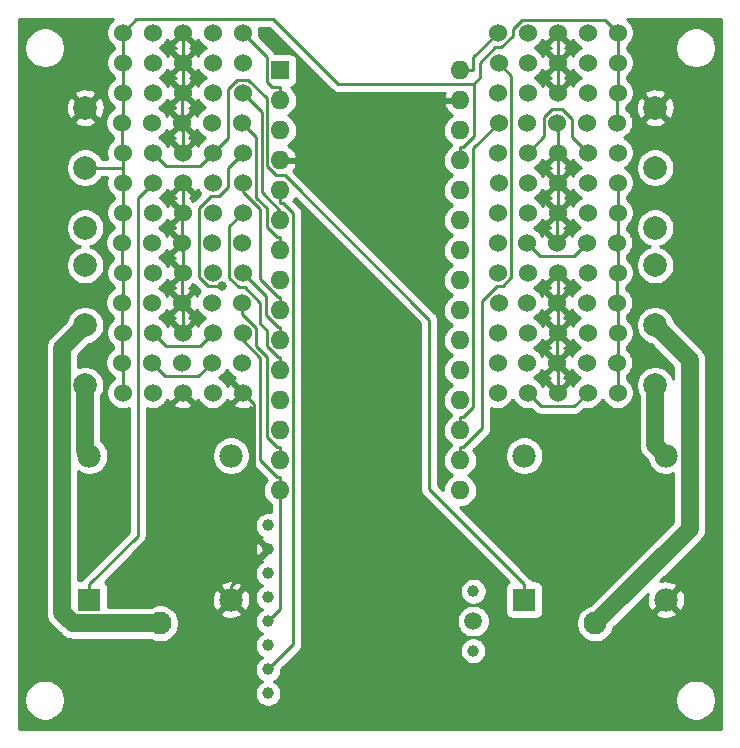
<source format=gbl>
G04 #@! TF.GenerationSoftware,KiCad,Pcbnew,(5.1.0)-1*
G04 #@! TF.CreationDate,2019-09-22T18:07:31+02:00*
G04 #@! TF.ProjectId,Arduino_HM_1,41726475-696e-46f5-9f48-4d5f312e6b69,rev?*
G04 #@! TF.SameCoordinates,Original*
G04 #@! TF.FileFunction,Copper,L2,Bot*
G04 #@! TF.FilePolarity,Positive*
%FSLAX46Y46*%
G04 Gerber Fmt 4.6, Leading zero omitted, Abs format (unit mm)*
G04 Created by KiCad (PCBNEW (5.1.0)-1) date 2019-09-22 18:07:31*
%MOMM*%
%LPD*%
G04 APERTURE LIST*
%ADD10C,1.000000*%
%ADD11C,1.500000*%
%ADD12C,2.000000*%
%ADD13C,1.524000*%
%ADD14C,1.980000*%
%ADD15C,1.935000*%
%ADD16R,1.980000X1.980000*%
%ADD17O,1.600000X1.600000*%
%ADD18R,1.600000X1.600000*%
%ADD19C,0.800000*%
%ADD20C,0.250000*%
%ADD21C,1.500000*%
%ADD22C,0.254000*%
G04 APERTURE END LIST*
D10*
X50625000Y-65675000D03*
D11*
X50636600Y-63152400D03*
D10*
X50645000Y-60615000D03*
X33263000Y-69277000D03*
X33263000Y-67245000D03*
X33263000Y-65213000D03*
X33263000Y-63181000D03*
X33263000Y-61149000D03*
X33263000Y-59117000D03*
X33263000Y-57085000D03*
X33263000Y-55053000D03*
D12*
X17780000Y-19685000D03*
X17780000Y-24765000D03*
X17780000Y-29845000D03*
X66040000Y-19685000D03*
X66040000Y-24765000D03*
X66040000Y-29845000D03*
X17780000Y-43180000D03*
X17780000Y-38100000D03*
X17780000Y-33020000D03*
X66040000Y-33020000D03*
X66040000Y-38100000D03*
X66040000Y-43180000D03*
D13*
X60325000Y-43815000D03*
X60248800Y-41275000D03*
X60325000Y-38735000D03*
X60325000Y-33655000D03*
X60248800Y-36195000D03*
X60325000Y-23495000D03*
X60325000Y-26035000D03*
X60248800Y-31115000D03*
X60325000Y-28575000D03*
X60248800Y-20955000D03*
X60325000Y-18415000D03*
X60325000Y-15875000D03*
X60325000Y-13335000D03*
X55245000Y-43815000D03*
X55168800Y-41275000D03*
X55245000Y-38735000D03*
X55245000Y-33655000D03*
X55168800Y-36195000D03*
X55245000Y-23495000D03*
X55245000Y-26035000D03*
X55168800Y-31115000D03*
X55245000Y-28575000D03*
X55168800Y-20955000D03*
X55245000Y-18415000D03*
X55245000Y-15875000D03*
X55245000Y-13335000D03*
D14*
X18130000Y-49145000D03*
X30130000Y-49145000D03*
X30130000Y-61345000D03*
D15*
X24130000Y-63345000D03*
D16*
X18130000Y-61345000D03*
D13*
X20955000Y-43815000D03*
X20878800Y-41275000D03*
X20955000Y-38735000D03*
X20955000Y-33655000D03*
X20878800Y-36195000D03*
X20955000Y-23495000D03*
X20955000Y-26035000D03*
X20878800Y-31115000D03*
X20955000Y-28575000D03*
X20878800Y-20955000D03*
X20955000Y-18415000D03*
X20955000Y-15875000D03*
X20955000Y-13335000D03*
X62865000Y-43815000D03*
X62788800Y-41275000D03*
X62865000Y-38735000D03*
X62865000Y-33655000D03*
X62788800Y-36195000D03*
X62865000Y-23495000D03*
X62865000Y-26035000D03*
X62788800Y-31115000D03*
X62865000Y-28575000D03*
X62788800Y-20955000D03*
X62865000Y-18415000D03*
X62865000Y-15875000D03*
X62865000Y-13335000D03*
X57785000Y-43815000D03*
X57708800Y-41275000D03*
X57785000Y-38735000D03*
X57785000Y-33655000D03*
X57708800Y-36195000D03*
X57785000Y-23495000D03*
X57785000Y-26035000D03*
X57708800Y-31115000D03*
X57785000Y-28575000D03*
X57708800Y-20955000D03*
X57785000Y-18415000D03*
X57785000Y-15875000D03*
X57785000Y-13335000D03*
X23495000Y-43815000D03*
X23418800Y-41275000D03*
X23495000Y-38735000D03*
X23495000Y-33655000D03*
X23418800Y-36195000D03*
X23495000Y-23495000D03*
X23495000Y-26035000D03*
X23418800Y-31115000D03*
X23495000Y-28575000D03*
X23418800Y-20955000D03*
X23495000Y-18415000D03*
X23495000Y-15875000D03*
X23495000Y-13335000D03*
X28575000Y-43815000D03*
X28498800Y-41275000D03*
X28575000Y-38735000D03*
X28575000Y-33655000D03*
X28498800Y-36195000D03*
X28575000Y-23495000D03*
X28575000Y-26035000D03*
X28498800Y-31115000D03*
X28575000Y-28575000D03*
X28498800Y-20955000D03*
X28575000Y-18415000D03*
X28575000Y-15875000D03*
X28575000Y-13335000D03*
X26035000Y-43815000D03*
X25958800Y-41275000D03*
X26035000Y-38735000D03*
X26035000Y-33655000D03*
X25958800Y-36195000D03*
X26035000Y-23495000D03*
X26035000Y-26035000D03*
X25958800Y-31115000D03*
X26035000Y-28575000D03*
X25958800Y-20955000D03*
X26035000Y-18415000D03*
X26035000Y-15875000D03*
X26035000Y-13335000D03*
X52705000Y-13335000D03*
X52781200Y-15875000D03*
X52705000Y-18415000D03*
X52705000Y-23495000D03*
X52781200Y-20955000D03*
X52705000Y-33655000D03*
X52705000Y-31115000D03*
X52781200Y-26035000D03*
X52705000Y-28575000D03*
X52781200Y-36195000D03*
X52705000Y-38735000D03*
X52705000Y-41275000D03*
X52705000Y-43815000D03*
X31115000Y-43815000D03*
X31038800Y-41275000D03*
X31115000Y-38735000D03*
X31115000Y-33655000D03*
X31038800Y-36195000D03*
X31115000Y-23495000D03*
X31115000Y-26035000D03*
X31038800Y-31115000D03*
X31115000Y-28575000D03*
X31038800Y-20955000D03*
X31115000Y-18415000D03*
X31115000Y-15875000D03*
X31115000Y-13335000D03*
D14*
X54960000Y-49145000D03*
X66960000Y-49145000D03*
X66960000Y-61345000D03*
D15*
X60960000Y-63345000D03*
D16*
X54960000Y-61345000D03*
D17*
X49530000Y-52070000D03*
X34290000Y-52070000D03*
X49530000Y-16510000D03*
X34290000Y-49530000D03*
X49530000Y-19050000D03*
X34290000Y-46990000D03*
X49530000Y-21590000D03*
X34290000Y-44450000D03*
X49530000Y-24130000D03*
X34290000Y-41910000D03*
X49530000Y-26670000D03*
X34290000Y-39370000D03*
X49530000Y-29210000D03*
X34290000Y-36830000D03*
X49530000Y-31750000D03*
X34290000Y-34290000D03*
X49530000Y-34290000D03*
X34290000Y-31750000D03*
X49530000Y-36830000D03*
X34290000Y-29210000D03*
X49530000Y-39370000D03*
X34290000Y-26670000D03*
X49530000Y-41910000D03*
X34290000Y-24130000D03*
X49530000Y-44450000D03*
X34290000Y-21590000D03*
X49530000Y-46990000D03*
X34290000Y-19050000D03*
X49530000Y-49530000D03*
D18*
X34290000Y-16510000D03*
D19*
X40640000Y-64135000D03*
X42545000Y-25400000D03*
X29364200Y-34816000D03*
D20*
X34290000Y-52070000D02*
X34290000Y-62154000D01*
X34290000Y-62154000D02*
X33263000Y-63181000D01*
X34290000Y-51507300D02*
X34290000Y-52070000D01*
X34290000Y-51507300D02*
X34290000Y-50944700D01*
X34290000Y-50944700D02*
X34008700Y-50944700D01*
X34008700Y-50944700D02*
X32579500Y-49515500D01*
X32579500Y-49515500D02*
X32579500Y-40839200D01*
X32579500Y-40839200D02*
X31115000Y-39374700D01*
X31115000Y-39374700D02*
X31115000Y-38735000D01*
X34290000Y-49530000D02*
X34290000Y-48404700D01*
X34290000Y-48404700D02*
X34008600Y-48404700D01*
X34008600Y-48404700D02*
X33164700Y-47560800D01*
X33164700Y-47560800D02*
X33164700Y-40787500D01*
X33164700Y-40787500D02*
X32253100Y-39875900D01*
X32253100Y-39875900D02*
X32253100Y-38335200D01*
X32253100Y-38335200D02*
X31038800Y-37120900D01*
X31038800Y-37120900D02*
X31038800Y-36195000D01*
X31115000Y-43815000D02*
X32056400Y-44756400D01*
X32056400Y-44756400D02*
X32056400Y-55878400D01*
X32056400Y-55878400D02*
X33263000Y-57085000D01*
X57708800Y-41275000D02*
X57785000Y-41351200D01*
X57785000Y-41351200D02*
X57785000Y-43815000D01*
X57785000Y-38735000D02*
X57708800Y-38811200D01*
X57708800Y-38811200D02*
X57708800Y-41275000D01*
X57708800Y-36195000D02*
X57785000Y-36271200D01*
X57785000Y-36271200D02*
X57785000Y-38735000D01*
X57708800Y-36195000D02*
X57785000Y-36118800D01*
X57785000Y-36118800D02*
X57785000Y-33655000D01*
X57785000Y-23495000D02*
X57785000Y-26035000D01*
X57708800Y-20955000D02*
X57785000Y-21031200D01*
X57785000Y-21031200D02*
X57785000Y-23495000D01*
X57785000Y-28575000D02*
X57785000Y-26035000D01*
X57708800Y-31115000D02*
X57708800Y-28651200D01*
X57708800Y-28651200D02*
X57785000Y-28575000D01*
X57785000Y-15875000D02*
X57785000Y-18415000D01*
X57785000Y-13335000D02*
X57785000Y-15875000D01*
X26035000Y-33655000D02*
X25958800Y-33731200D01*
X25958800Y-33731200D02*
X25958800Y-36195000D01*
X25958800Y-31115000D02*
X26035000Y-31191200D01*
X26035000Y-31191200D02*
X26035000Y-33655000D01*
X25958800Y-36195000D02*
X26035000Y-36271200D01*
X26035000Y-36271200D02*
X26035000Y-38735000D01*
X25958800Y-31115000D02*
X25958800Y-28651200D01*
X25958800Y-28651200D02*
X26035000Y-28575000D01*
X26035000Y-28575000D02*
X26035000Y-26035000D01*
X25958800Y-20955000D02*
X26035000Y-21031200D01*
X26035000Y-21031200D02*
X26035000Y-23495000D01*
X26035000Y-18415000D02*
X25958800Y-18491200D01*
X25958800Y-18491200D02*
X25958800Y-20955000D01*
X26035000Y-15875000D02*
X26035000Y-18415000D01*
X26035000Y-13335000D02*
X26035000Y-15875000D01*
X33263000Y-57085000D02*
X30130000Y-60218000D01*
X30130000Y-60218000D02*
X30130000Y-61345000D01*
X33263000Y-67245000D02*
X35419800Y-65088200D01*
X35419800Y-65088200D02*
X35419800Y-28643800D01*
X35419800Y-28643800D02*
X34571300Y-27795300D01*
X34571300Y-27795300D02*
X34290000Y-27795300D01*
X34290000Y-26670000D02*
X34290000Y-27795300D01*
X49530000Y-49530000D02*
X49530000Y-48404700D01*
X49530000Y-48404700D02*
X49811300Y-48404700D01*
X49811300Y-48404700D02*
X51423100Y-46792900D01*
X51423100Y-46792900D02*
X51423100Y-36014400D01*
X51423100Y-36014400D02*
X52657000Y-34780500D01*
X52657000Y-34780500D02*
X53151300Y-34780500D01*
X53151300Y-34780500D02*
X53872000Y-34059800D01*
X53872000Y-34059800D02*
X53872000Y-16965800D01*
X53872000Y-16965800D02*
X52781200Y-15875000D01*
X49530000Y-16510000D02*
X50655300Y-16510000D01*
X50655300Y-16510000D02*
X50655300Y-15384700D01*
X50655300Y-15384700D02*
X52705000Y-13335000D01*
X50678000Y-17660000D02*
X39152400Y-17660000D01*
X39152400Y-17660000D02*
X33687900Y-12195500D01*
X33687900Y-12195500D02*
X22094500Y-12195500D01*
X22094500Y-12195500D02*
X20955000Y-13335000D01*
X62865000Y-13335000D02*
X61772700Y-12242700D01*
X61772700Y-12242700D02*
X54768600Y-12242700D01*
X54768600Y-12242700D02*
X53975000Y-13036300D01*
X53975000Y-13036300D02*
X53975000Y-13604400D01*
X53975000Y-13604400D02*
X52995100Y-14584300D01*
X52995100Y-14584300D02*
X52516700Y-14584300D01*
X52516700Y-14584300D02*
X51240500Y-15860500D01*
X51240500Y-15860500D02*
X51240500Y-17097500D01*
X51240500Y-17097500D02*
X50678000Y-17660000D01*
X49530000Y-23004700D02*
X49740600Y-23004700D01*
X49740600Y-23004700D02*
X50678000Y-22067300D01*
X50678000Y-22067300D02*
X50678000Y-17660000D01*
X62865000Y-18415000D02*
X62788800Y-18491200D01*
X62788800Y-18491200D02*
X62788800Y-20955000D01*
X62865000Y-15875000D02*
X62865000Y-18415000D01*
X20916900Y-20955000D02*
X20916900Y-23456900D01*
X20916900Y-23456900D02*
X20955000Y-23495000D01*
X20955000Y-18415000D02*
X20955000Y-20916900D01*
X20955000Y-20916900D02*
X20916900Y-20955000D01*
X20916900Y-20955000D02*
X20878800Y-20955000D01*
X20955000Y-15875000D02*
X20955000Y-18415000D01*
X20955000Y-24765000D02*
X20955000Y-26035000D01*
X20955000Y-23495000D02*
X20955000Y-24765000D01*
X20955000Y-24765000D02*
X17780000Y-24765000D01*
X49530000Y-24130000D02*
X49530000Y-23004700D01*
X20878800Y-41275000D02*
X20955000Y-41351200D01*
X20955000Y-41351200D02*
X20955000Y-43815000D01*
X20878800Y-38735000D02*
X20878800Y-41275000D01*
X20878800Y-36195000D02*
X20878800Y-38735000D01*
X20955000Y-38735000D02*
X20878800Y-38735000D01*
X20878800Y-36195000D02*
X20955000Y-36118800D01*
X20955000Y-36118800D02*
X20955000Y-33655000D01*
X20955000Y-26035000D02*
X20955000Y-28575000D01*
X20878800Y-31115000D02*
X20878800Y-33578800D01*
X20878800Y-33578800D02*
X20955000Y-33655000D01*
X20955000Y-28575000D02*
X20955000Y-31038800D01*
X20955000Y-31038800D02*
X20878800Y-31115000D01*
X20955000Y-13335000D02*
X20955000Y-15875000D01*
X62865000Y-41275000D02*
X62865000Y-43815000D01*
X62865000Y-38735000D02*
X62865000Y-41275000D01*
X62788800Y-41275000D02*
X62865000Y-41275000D01*
X62788800Y-36195000D02*
X62865000Y-36271200D01*
X62865000Y-36271200D02*
X62865000Y-38735000D01*
X62865000Y-33655000D02*
X62788800Y-33731200D01*
X62788800Y-33731200D02*
X62788800Y-36195000D01*
X62788800Y-31115000D02*
X62865000Y-31191200D01*
X62865000Y-31191200D02*
X62865000Y-33655000D01*
X62788800Y-31115000D02*
X62865000Y-31038800D01*
X62865000Y-31038800D02*
X62865000Y-28575000D01*
X62865000Y-28575000D02*
X62865000Y-26035000D01*
X62865000Y-13335000D02*
X62865000Y-15875000D01*
X34290000Y-41910000D02*
X34290000Y-40784700D01*
X34290000Y-40784700D02*
X34101400Y-40784700D01*
X34101400Y-40784700D02*
X33164600Y-39847900D01*
X33164600Y-39847900D02*
X33164600Y-38549000D01*
X33164600Y-38549000D02*
X32579600Y-37964000D01*
X32579600Y-37964000D02*
X32579600Y-36180500D01*
X32579600Y-36180500D02*
X31303500Y-34904400D01*
X31303500Y-34904400D02*
X30778400Y-34904400D01*
X30778400Y-34904400D02*
X29950200Y-34076200D01*
X29950200Y-34076200D02*
X29950200Y-29739800D01*
X29950200Y-29739800D02*
X31115000Y-28575000D01*
X34290000Y-36830000D02*
X34290000Y-35704700D01*
X34290000Y-35704700D02*
X34113200Y-35704700D01*
X34113200Y-35704700D02*
X32617700Y-34209200D01*
X32617700Y-34209200D02*
X32617700Y-28291700D01*
X32617700Y-28291700D02*
X31115000Y-26789000D01*
X31115000Y-26789000D02*
X31115000Y-26035000D01*
X29364200Y-34816000D02*
X28154700Y-34816000D01*
X28154700Y-34816000D02*
X27396300Y-34057600D01*
X27396300Y-34057600D02*
X27396300Y-28151500D01*
X27396300Y-28151500D02*
X28425400Y-27122400D01*
X28425400Y-27122400D02*
X29089900Y-27122400D01*
X29089900Y-27122400D02*
X29845000Y-26367300D01*
X29845000Y-26367300D02*
X29845000Y-24765000D01*
X29845000Y-24765000D02*
X31115000Y-23495000D01*
X34290000Y-31750000D02*
X34290000Y-30624700D01*
X34290000Y-30624700D02*
X34008600Y-30624700D01*
X34008600Y-30624700D02*
X33164700Y-29780800D01*
X33164700Y-29780800D02*
X33164700Y-28201800D01*
X33164700Y-28201800D02*
X32264000Y-27301100D01*
X32264000Y-27301100D02*
X32264000Y-22180200D01*
X32264000Y-22180200D02*
X31038800Y-20955000D01*
X31115000Y-18415000D02*
X32714400Y-20014400D01*
X32714400Y-20014400D02*
X32714400Y-26856600D01*
X32714400Y-26856600D02*
X34290000Y-28432200D01*
X34290000Y-28432200D02*
X34290000Y-29210000D01*
X49530000Y-45864700D02*
X49811400Y-45864700D01*
X49811400Y-45864700D02*
X50655300Y-45020800D01*
X50655300Y-45020800D02*
X50655300Y-23080900D01*
X50655300Y-23080900D02*
X52781200Y-20955000D01*
X49530000Y-46990000D02*
X49530000Y-45864700D01*
X34290000Y-19050000D02*
X34290000Y-17924700D01*
X34290000Y-17924700D02*
X33586600Y-17924700D01*
X33586600Y-17924700D02*
X33164700Y-17502800D01*
X33164700Y-17502800D02*
X33164700Y-15384700D01*
X33164700Y-15384700D02*
X31115000Y-13335000D01*
X34290000Y-39370000D02*
X34290000Y-38244700D01*
X34290000Y-38244700D02*
X34112500Y-38244700D01*
X34112500Y-38244700D02*
X33123200Y-37255400D01*
X33123200Y-37255400D02*
X33123200Y-35663200D01*
X33123200Y-35663200D02*
X31115000Y-33655000D01*
X28498800Y-41275000D02*
X27369500Y-42404300D01*
X27369500Y-42404300D02*
X24548100Y-42404300D01*
X24548100Y-42404300D02*
X23418800Y-41275000D01*
X28575000Y-38735000D02*
X27485000Y-39825000D01*
X27485000Y-39825000D02*
X24585000Y-39825000D01*
X24585000Y-39825000D02*
X23495000Y-38735000D01*
X54960000Y-61345000D02*
X54960000Y-60029700D01*
X28575000Y-23495000D02*
X29845000Y-22225000D01*
X29845000Y-22225000D02*
X29845000Y-18082800D01*
X29845000Y-18082800D02*
X30613400Y-17314400D01*
X30613400Y-17314400D02*
X31581100Y-17314400D01*
X31581100Y-17314400D02*
X33164700Y-18898000D01*
X33164700Y-18898000D02*
X33164700Y-24602300D01*
X33164700Y-24602300D02*
X33962400Y-25400000D01*
X33962400Y-25400000D02*
X34670800Y-25400000D01*
X34670800Y-25400000D02*
X46906000Y-37635200D01*
X46906000Y-37635200D02*
X46906000Y-51975700D01*
X46906000Y-51975700D02*
X54960000Y-60029700D01*
X23495000Y-23495000D02*
X24606200Y-24606200D01*
X24606200Y-24606200D02*
X27463800Y-24606200D01*
X27463800Y-24606200D02*
X28575000Y-23495000D01*
X18130000Y-61345000D02*
X18130000Y-60029700D01*
X18130000Y-60029700D02*
X22225000Y-55934700D01*
X22225000Y-55934700D02*
X22225000Y-27305000D01*
X22225000Y-27305000D02*
X23495000Y-26035000D01*
X55245000Y-43815000D02*
X56375000Y-44945000D01*
X56375000Y-44945000D02*
X59195000Y-44945000D01*
X59195000Y-44945000D02*
X60325000Y-43815000D01*
X55245000Y-23495000D02*
X56621400Y-22118600D01*
X56621400Y-22118600D02*
X56621400Y-20466900D01*
X56621400Y-20466900D02*
X57291400Y-19796900D01*
X57291400Y-19796900D02*
X58143900Y-19796900D01*
X58143900Y-19796900D02*
X58978800Y-20631800D01*
X58978800Y-20631800D02*
X58978800Y-22148800D01*
X58978800Y-22148800D02*
X60325000Y-23495000D01*
X55168800Y-31115000D02*
X56261900Y-32208100D01*
X56261900Y-32208100D02*
X59155700Y-32208100D01*
X59155700Y-32208100D02*
X60248800Y-31115000D01*
D21*
X60960000Y-63345000D02*
X68974000Y-55331000D01*
X68974000Y-55331000D02*
X68974000Y-41034000D01*
X68974000Y-41034000D02*
X66040000Y-38100000D01*
X66960000Y-49145000D02*
X66040000Y-48225000D01*
X66040000Y-48225000D02*
X66040000Y-43180000D01*
X18130000Y-49145000D02*
X17780000Y-48795000D01*
X17780000Y-48795000D02*
X17780000Y-43180000D01*
X24130000Y-63345000D02*
X16746300Y-63345000D01*
X16746300Y-63345000D02*
X15829300Y-62428000D01*
X15829300Y-62428000D02*
X15829300Y-40050700D01*
X15829300Y-40050700D02*
X17780000Y-38100000D01*
D22*
G36*
X20064465Y-12249880D02*
G01*
X19869880Y-12444465D01*
X19716995Y-12673273D01*
X19611686Y-12927510D01*
X19558000Y-13197408D01*
X19558000Y-13472592D01*
X19611686Y-13742490D01*
X19716995Y-13996727D01*
X19869880Y-14225535D01*
X20064465Y-14420120D01*
X20195000Y-14507341D01*
X20195001Y-14702659D01*
X20064465Y-14789880D01*
X19869880Y-14984465D01*
X19716995Y-15213273D01*
X19611686Y-15467510D01*
X19558000Y-15737408D01*
X19558000Y-16012592D01*
X19611686Y-16282490D01*
X19716995Y-16536727D01*
X19869880Y-16765535D01*
X20064465Y-16960120D01*
X20195000Y-17047341D01*
X20195001Y-17242659D01*
X20064465Y-17329880D01*
X19869880Y-17524465D01*
X19716995Y-17753273D01*
X19611686Y-18007510D01*
X19558000Y-18277408D01*
X19558000Y-18552592D01*
X19611686Y-18822490D01*
X19716995Y-19076727D01*
X19869880Y-19305535D01*
X20064465Y-19500120D01*
X20195000Y-19587341D01*
X20195001Y-19731743D01*
X19988265Y-19869880D01*
X19793680Y-20064465D01*
X19640795Y-20293273D01*
X19535486Y-20547510D01*
X19481800Y-20817408D01*
X19481800Y-21092592D01*
X19535486Y-21362490D01*
X19640795Y-21616727D01*
X19793680Y-21845535D01*
X19988265Y-22040120D01*
X20156900Y-22152799D01*
X20156901Y-22348116D01*
X20064465Y-22409880D01*
X19869880Y-22604465D01*
X19716995Y-22833273D01*
X19611686Y-23087510D01*
X19558000Y-23357408D01*
X19558000Y-23632592D01*
X19611686Y-23902490D01*
X19654147Y-24005000D01*
X19234909Y-24005000D01*
X19228918Y-23990537D01*
X19049987Y-23722748D01*
X18822252Y-23495013D01*
X18554463Y-23316082D01*
X18256912Y-23192832D01*
X17941033Y-23130000D01*
X17618967Y-23130000D01*
X17303088Y-23192832D01*
X17005537Y-23316082D01*
X16737748Y-23495013D01*
X16510013Y-23722748D01*
X16331082Y-23990537D01*
X16207832Y-24288088D01*
X16145000Y-24603967D01*
X16145000Y-24926033D01*
X16207832Y-25241912D01*
X16331082Y-25539463D01*
X16510013Y-25807252D01*
X16737748Y-26034987D01*
X17005537Y-26213918D01*
X17303088Y-26337168D01*
X17618967Y-26400000D01*
X17941033Y-26400000D01*
X18256912Y-26337168D01*
X18554463Y-26213918D01*
X18822252Y-26034987D01*
X19049987Y-25807252D01*
X19228918Y-25539463D01*
X19234909Y-25525000D01*
X19654147Y-25525000D01*
X19611686Y-25627510D01*
X19558000Y-25897408D01*
X19558000Y-26172592D01*
X19611686Y-26442490D01*
X19716995Y-26696727D01*
X19869880Y-26925535D01*
X20064465Y-27120120D01*
X20195000Y-27207341D01*
X20195001Y-27402659D01*
X20064465Y-27489880D01*
X19869880Y-27684465D01*
X19716995Y-27913273D01*
X19611686Y-28167510D01*
X19558000Y-28437408D01*
X19558000Y-28712592D01*
X19611686Y-28982490D01*
X19716995Y-29236727D01*
X19869880Y-29465535D01*
X20064465Y-29660120D01*
X20195000Y-29747341D01*
X20195001Y-29891743D01*
X19988265Y-30029880D01*
X19793680Y-30224465D01*
X19640795Y-30453273D01*
X19535486Y-30707510D01*
X19481800Y-30977408D01*
X19481800Y-31252592D01*
X19535486Y-31522490D01*
X19640795Y-31776727D01*
X19793680Y-32005535D01*
X19988265Y-32200120D01*
X20118800Y-32287341D01*
X20118801Y-32533574D01*
X20064465Y-32569880D01*
X19869880Y-32764465D01*
X19716995Y-32993273D01*
X19611686Y-33247510D01*
X19558000Y-33517408D01*
X19558000Y-33792592D01*
X19611686Y-34062490D01*
X19716995Y-34316727D01*
X19869880Y-34545535D01*
X20064465Y-34740120D01*
X20195001Y-34827341D01*
X20195000Y-34971743D01*
X19988265Y-35109880D01*
X19793680Y-35304465D01*
X19640795Y-35533273D01*
X19535486Y-35787510D01*
X19481800Y-36057408D01*
X19481800Y-36332592D01*
X19535486Y-36602490D01*
X19640795Y-36856727D01*
X19793680Y-37085535D01*
X19988265Y-37280120D01*
X20118800Y-37367341D01*
X20118801Y-37613574D01*
X20064465Y-37649880D01*
X19869880Y-37844465D01*
X19716995Y-38073273D01*
X19611686Y-38327510D01*
X19558000Y-38597408D01*
X19558000Y-38872592D01*
X19611686Y-39142490D01*
X19716995Y-39396727D01*
X19869880Y-39625535D01*
X20064465Y-39820120D01*
X20118800Y-39856426D01*
X20118801Y-40102659D01*
X19988265Y-40189880D01*
X19793680Y-40384465D01*
X19640795Y-40613273D01*
X19535486Y-40867510D01*
X19481800Y-41137408D01*
X19481800Y-41412592D01*
X19535486Y-41682490D01*
X19640795Y-41936727D01*
X19793680Y-42165535D01*
X19988265Y-42360120D01*
X20195000Y-42498257D01*
X20195001Y-42642659D01*
X20064465Y-42729880D01*
X19869880Y-42924465D01*
X19716995Y-43153273D01*
X19611686Y-43407510D01*
X19558000Y-43677408D01*
X19558000Y-43952592D01*
X19611686Y-44222490D01*
X19716995Y-44476727D01*
X19869880Y-44705535D01*
X20064465Y-44900120D01*
X20293273Y-45053005D01*
X20547510Y-45158314D01*
X20817408Y-45212000D01*
X21092592Y-45212000D01*
X21362490Y-45158314D01*
X21465000Y-45115853D01*
X21465000Y-55619898D01*
X17618998Y-59465901D01*
X17590000Y-59489699D01*
X17566202Y-59518697D01*
X17566201Y-59518698D01*
X17495026Y-59605424D01*
X17435425Y-59716928D01*
X17214300Y-59716928D01*
X17214300Y-50487520D01*
X17360274Y-50585057D01*
X17656005Y-50707552D01*
X17969951Y-50770000D01*
X18290049Y-50770000D01*
X18603995Y-50707552D01*
X18899726Y-50585057D01*
X19165877Y-50407220D01*
X19392220Y-50180877D01*
X19570057Y-49914726D01*
X19692552Y-49618995D01*
X19755000Y-49305049D01*
X19755000Y-48984951D01*
X19692552Y-48671005D01*
X19570057Y-48375274D01*
X19392220Y-48109123D01*
X19165877Y-47882780D01*
X19165000Y-47882194D01*
X19165000Y-44050123D01*
X19228918Y-43954463D01*
X19352168Y-43656912D01*
X19415000Y-43341033D01*
X19415000Y-43018967D01*
X19352168Y-42703088D01*
X19228918Y-42405537D01*
X19049987Y-42137748D01*
X18822252Y-41910013D01*
X18554463Y-41731082D01*
X18256912Y-41607832D01*
X17941033Y-41545000D01*
X17618967Y-41545000D01*
X17303088Y-41607832D01*
X17214300Y-41644609D01*
X17214300Y-40624385D01*
X18144073Y-39694613D01*
X18256912Y-39672168D01*
X18554463Y-39548918D01*
X18822252Y-39369987D01*
X19049987Y-39142252D01*
X19228918Y-38874463D01*
X19352168Y-38576912D01*
X19415000Y-38261033D01*
X19415000Y-37938967D01*
X19352168Y-37623088D01*
X19228918Y-37325537D01*
X19049987Y-37057748D01*
X18822252Y-36830013D01*
X18554463Y-36651082D01*
X18256912Y-36527832D01*
X17941033Y-36465000D01*
X17618967Y-36465000D01*
X17303088Y-36527832D01*
X17005537Y-36651082D01*
X16737748Y-36830013D01*
X16510013Y-37057748D01*
X16331082Y-37325537D01*
X16207832Y-37623088D01*
X16185387Y-37735927D01*
X14898064Y-39023251D01*
X14845220Y-39066619D01*
X14801851Y-39119464D01*
X14801848Y-39119467D01*
X14672144Y-39277512D01*
X14543536Y-39518120D01*
X14464340Y-39779193D01*
X14437600Y-40050700D01*
X14444301Y-40118739D01*
X14444300Y-62359971D01*
X14437600Y-62428000D01*
X14444300Y-62496029D01*
X14444300Y-62496036D01*
X14452400Y-62578276D01*
X14464340Y-62699507D01*
X14543536Y-62960580D01*
X14672144Y-63201188D01*
X14790168Y-63345000D01*
X14845219Y-63412080D01*
X14898065Y-63455450D01*
X15718846Y-64276231D01*
X15762219Y-64329081D01*
X15973112Y-64502157D01*
X16213719Y-64630764D01*
X16474793Y-64709960D01*
X16678263Y-64730000D01*
X16678271Y-64730000D01*
X16746300Y-64736700D01*
X16814329Y-64730000D01*
X23318376Y-64730000D01*
X23370932Y-64765117D01*
X23662568Y-64885917D01*
X23972168Y-64947500D01*
X24287832Y-64947500D01*
X24597432Y-64885917D01*
X24889068Y-64765117D01*
X25151534Y-64589743D01*
X25374743Y-64366534D01*
X25550117Y-64104068D01*
X25670917Y-63812432D01*
X25732500Y-63502832D01*
X25732500Y-63187168D01*
X25670917Y-62877568D01*
X25550117Y-62585932D01*
X25474847Y-62473282D01*
X29181323Y-62473282D01*
X29275880Y-62736661D01*
X29563791Y-62876551D01*
X29873462Y-62957584D01*
X30192990Y-62976646D01*
X30510099Y-62933006D01*
X30812600Y-62828339D01*
X30984120Y-62736661D01*
X31078677Y-62473282D01*
X30130000Y-61524605D01*
X29181323Y-62473282D01*
X25474847Y-62473282D01*
X25374743Y-62323466D01*
X25151534Y-62100257D01*
X24889068Y-61924883D01*
X24597432Y-61804083D01*
X24287832Y-61742500D01*
X23972168Y-61742500D01*
X23662568Y-61804083D01*
X23370932Y-61924883D01*
X23318376Y-61960000D01*
X19758072Y-61960000D01*
X19758072Y-61407990D01*
X28498354Y-61407990D01*
X28541994Y-61725099D01*
X28646661Y-62027600D01*
X28738339Y-62199120D01*
X29001718Y-62293677D01*
X29950395Y-61345000D01*
X30309605Y-61345000D01*
X31258282Y-62293677D01*
X31521661Y-62199120D01*
X31661551Y-61911209D01*
X31742584Y-61601538D01*
X31761646Y-61282010D01*
X31718006Y-60964901D01*
X31613339Y-60662400D01*
X31521661Y-60490880D01*
X31258282Y-60396323D01*
X30309605Y-61345000D01*
X29950395Y-61345000D01*
X29001718Y-60396323D01*
X28738339Y-60490880D01*
X28598449Y-60778791D01*
X28517416Y-61088462D01*
X28498354Y-61407990D01*
X19758072Y-61407990D01*
X19758072Y-60355000D01*
X19745812Y-60230518D01*
X19741626Y-60216718D01*
X29181323Y-60216718D01*
X30130000Y-61165395D01*
X31078677Y-60216718D01*
X30984120Y-59953339D01*
X30696209Y-59813449D01*
X30386538Y-59732416D01*
X30067010Y-59713354D01*
X29749901Y-59756994D01*
X29447400Y-59861661D01*
X29275880Y-59953339D01*
X29181323Y-60216718D01*
X19741626Y-60216718D01*
X19709502Y-60110820D01*
X19650537Y-60000506D01*
X19571185Y-59903815D01*
X19474494Y-59824463D01*
X19432490Y-59802011D01*
X22067095Y-57167406D01*
X32125489Y-57167406D01*
X32163423Y-57387740D01*
X32243613Y-57596440D01*
X32271412Y-57648450D01*
X32484834Y-57683561D01*
X33083395Y-57085000D01*
X32484834Y-56486439D01*
X32271412Y-56521550D01*
X32180542Y-56725826D01*
X32131269Y-56943905D01*
X32125489Y-57167406D01*
X22067095Y-57167406D01*
X22736004Y-56498498D01*
X22765001Y-56474701D01*
X22859974Y-56358976D01*
X22930546Y-56226947D01*
X22974003Y-56083686D01*
X22985000Y-55972033D01*
X22985000Y-55972032D01*
X22988677Y-55934700D01*
X22985000Y-55897367D01*
X22985000Y-48984951D01*
X28505000Y-48984951D01*
X28505000Y-49305049D01*
X28567448Y-49618995D01*
X28689943Y-49914726D01*
X28867780Y-50180877D01*
X29094123Y-50407220D01*
X29360274Y-50585057D01*
X29656005Y-50707552D01*
X29969951Y-50770000D01*
X30290049Y-50770000D01*
X30603995Y-50707552D01*
X30899726Y-50585057D01*
X31165877Y-50407220D01*
X31392220Y-50180877D01*
X31570057Y-49914726D01*
X31692552Y-49618995D01*
X31755000Y-49305049D01*
X31755000Y-48984951D01*
X31692552Y-48671005D01*
X31570057Y-48375274D01*
X31392220Y-48109123D01*
X31165877Y-47882780D01*
X30899726Y-47704943D01*
X30603995Y-47582448D01*
X30290049Y-47520000D01*
X29969951Y-47520000D01*
X29656005Y-47582448D01*
X29360274Y-47704943D01*
X29094123Y-47882780D01*
X28867780Y-48109123D01*
X28689943Y-48375274D01*
X28567448Y-48671005D01*
X28505000Y-48984951D01*
X22985000Y-48984951D01*
X22985000Y-45115853D01*
X23087510Y-45158314D01*
X23357408Y-45212000D01*
X23632592Y-45212000D01*
X23902490Y-45158314D01*
X24156727Y-45053005D01*
X24385535Y-44900120D01*
X24505090Y-44780565D01*
X25249040Y-44780565D01*
X25316020Y-45020656D01*
X25565048Y-45137756D01*
X25832135Y-45204023D01*
X26107017Y-45216910D01*
X26379133Y-45175922D01*
X26638023Y-45082636D01*
X26753980Y-45020656D01*
X26820960Y-44780565D01*
X26035000Y-43994605D01*
X25249040Y-44780565D01*
X24505090Y-44780565D01*
X24580120Y-44705535D01*
X24733005Y-44476727D01*
X24762692Y-44405057D01*
X24767364Y-44418023D01*
X24829344Y-44533980D01*
X25069435Y-44600960D01*
X25855395Y-43815000D01*
X25841253Y-43800858D01*
X26020858Y-43621253D01*
X26035000Y-43635395D01*
X26049143Y-43621253D01*
X26228748Y-43800858D01*
X26214605Y-43815000D01*
X27000565Y-44600960D01*
X27240656Y-44533980D01*
X27304485Y-44398240D01*
X27336995Y-44476727D01*
X27489880Y-44705535D01*
X27684465Y-44900120D01*
X27913273Y-45053005D01*
X28167510Y-45158314D01*
X28437408Y-45212000D01*
X28712592Y-45212000D01*
X28982490Y-45158314D01*
X29236727Y-45053005D01*
X29465535Y-44900120D01*
X29660120Y-44705535D01*
X29813005Y-44476727D01*
X29842692Y-44405057D01*
X29847364Y-44418023D01*
X29909344Y-44533980D01*
X30149435Y-44600960D01*
X30935395Y-43815000D01*
X30149435Y-43029040D01*
X29909344Y-43096020D01*
X29845515Y-43231760D01*
X29813005Y-43153273D01*
X29660120Y-42924465D01*
X29465535Y-42729880D01*
X29236727Y-42576995D01*
X29121385Y-42529218D01*
X29160527Y-42513005D01*
X29389335Y-42360120D01*
X29583920Y-42165535D01*
X29736805Y-41936727D01*
X29768800Y-41859485D01*
X29800795Y-41936727D01*
X29953680Y-42165535D01*
X30148265Y-42360120D01*
X30377073Y-42513005D01*
X30489294Y-42559489D01*
X30396020Y-42609344D01*
X30329040Y-42849435D01*
X31115000Y-43635395D01*
X31129143Y-43621253D01*
X31308748Y-43800858D01*
X31294605Y-43815000D01*
X31308748Y-43829143D01*
X31129143Y-44008748D01*
X31115000Y-43994605D01*
X30329040Y-44780565D01*
X30396020Y-45020656D01*
X30645048Y-45137756D01*
X30912135Y-45204023D01*
X31187017Y-45216910D01*
X31459133Y-45175922D01*
X31718023Y-45082636D01*
X31819501Y-45028395D01*
X31819500Y-49478178D01*
X31815824Y-49515500D01*
X31819500Y-49552822D01*
X31819500Y-49552832D01*
X31830497Y-49664485D01*
X31865259Y-49779081D01*
X31873954Y-49807746D01*
X31944526Y-49939776D01*
X31984371Y-49988326D01*
X32039499Y-50055501D01*
X32068503Y-50079304D01*
X33166357Y-51177159D01*
X33091068Y-51268899D01*
X32957818Y-51518192D01*
X32875764Y-51788691D01*
X32848057Y-52070000D01*
X32875764Y-52351309D01*
X32957818Y-52621808D01*
X33091068Y-52871101D01*
X33270392Y-53089608D01*
X33488899Y-53268932D01*
X33530000Y-53290901D01*
X33530000Y-53948873D01*
X33374788Y-53918000D01*
X33151212Y-53918000D01*
X32931933Y-53961617D01*
X32725376Y-54047176D01*
X32539480Y-54171388D01*
X32381388Y-54329480D01*
X32257176Y-54515376D01*
X32171617Y-54721933D01*
X32128000Y-54941212D01*
X32128000Y-55164788D01*
X32171617Y-55384067D01*
X32257176Y-55590624D01*
X32381388Y-55776520D01*
X32539480Y-55934612D01*
X32725376Y-56058824D01*
X32747284Y-56067899D01*
X32699550Y-56093412D01*
X32664439Y-56306834D01*
X33263000Y-56905395D01*
X33277143Y-56891253D01*
X33456748Y-57070858D01*
X33442605Y-57085000D01*
X33456748Y-57099143D01*
X33277143Y-57278748D01*
X33263000Y-57264605D01*
X32664439Y-57863166D01*
X32699550Y-58076588D01*
X32752266Y-58100038D01*
X32725376Y-58111176D01*
X32539480Y-58235388D01*
X32381388Y-58393480D01*
X32257176Y-58579376D01*
X32171617Y-58785933D01*
X32128000Y-59005212D01*
X32128000Y-59228788D01*
X32171617Y-59448067D01*
X32257176Y-59654624D01*
X32381388Y-59840520D01*
X32539480Y-59998612D01*
X32725376Y-60122824D01*
X32749943Y-60133000D01*
X32725376Y-60143176D01*
X32539480Y-60267388D01*
X32381388Y-60425480D01*
X32257176Y-60611376D01*
X32171617Y-60817933D01*
X32128000Y-61037212D01*
X32128000Y-61260788D01*
X32171617Y-61480067D01*
X32257176Y-61686624D01*
X32381388Y-61872520D01*
X32539480Y-62030612D01*
X32725376Y-62154824D01*
X32749943Y-62165000D01*
X32725376Y-62175176D01*
X32539480Y-62299388D01*
X32381388Y-62457480D01*
X32257176Y-62643376D01*
X32171617Y-62849933D01*
X32128000Y-63069212D01*
X32128000Y-63292788D01*
X32171617Y-63512067D01*
X32257176Y-63718624D01*
X32381388Y-63904520D01*
X32539480Y-64062612D01*
X32725376Y-64186824D01*
X32749943Y-64197000D01*
X32725376Y-64207176D01*
X32539480Y-64331388D01*
X32381388Y-64489480D01*
X32257176Y-64675376D01*
X32171617Y-64881933D01*
X32128000Y-65101212D01*
X32128000Y-65324788D01*
X32171617Y-65544067D01*
X32257176Y-65750624D01*
X32381388Y-65936520D01*
X32539480Y-66094612D01*
X32725376Y-66218824D01*
X32749943Y-66229000D01*
X32725376Y-66239176D01*
X32539480Y-66363388D01*
X32381388Y-66521480D01*
X32257176Y-66707376D01*
X32171617Y-66913933D01*
X32128000Y-67133212D01*
X32128000Y-67356788D01*
X32171617Y-67576067D01*
X32257176Y-67782624D01*
X32381388Y-67968520D01*
X32539480Y-68126612D01*
X32725376Y-68250824D01*
X32749943Y-68261000D01*
X32725376Y-68271176D01*
X32539480Y-68395388D01*
X32381388Y-68553480D01*
X32257176Y-68739376D01*
X32171617Y-68945933D01*
X32128000Y-69165212D01*
X32128000Y-69388788D01*
X32171617Y-69608067D01*
X32257176Y-69814624D01*
X32381388Y-70000520D01*
X32539480Y-70158612D01*
X32725376Y-70282824D01*
X32931933Y-70368383D01*
X33151212Y-70412000D01*
X33374788Y-70412000D01*
X33594067Y-70368383D01*
X33800624Y-70282824D01*
X33986520Y-70158612D01*
X34144612Y-70000520D01*
X34268824Y-69814624D01*
X34324953Y-69679117D01*
X67734000Y-69679117D01*
X67734000Y-70020883D01*
X67800675Y-70356081D01*
X67931463Y-70671831D01*
X68121337Y-70955998D01*
X68363002Y-71197663D01*
X68647169Y-71387537D01*
X68962919Y-71518325D01*
X69298117Y-71585000D01*
X69639883Y-71585000D01*
X69975081Y-71518325D01*
X70290831Y-71387537D01*
X70574998Y-71197663D01*
X70816663Y-70955998D01*
X71006537Y-70671831D01*
X71137325Y-70356081D01*
X71204000Y-70020883D01*
X71204000Y-69679117D01*
X71137325Y-69343919D01*
X71006537Y-69028169D01*
X70816663Y-68744002D01*
X70574998Y-68502337D01*
X70290831Y-68312463D01*
X69975081Y-68181675D01*
X69639883Y-68115000D01*
X69298117Y-68115000D01*
X68962919Y-68181675D01*
X68647169Y-68312463D01*
X68363002Y-68502337D01*
X68121337Y-68744002D01*
X67931463Y-69028169D01*
X67800675Y-69343919D01*
X67734000Y-69679117D01*
X34324953Y-69679117D01*
X34354383Y-69608067D01*
X34398000Y-69388788D01*
X34398000Y-69165212D01*
X34354383Y-68945933D01*
X34268824Y-68739376D01*
X34144612Y-68553480D01*
X33986520Y-68395388D01*
X33800624Y-68271176D01*
X33776057Y-68261000D01*
X33800624Y-68250824D01*
X33986520Y-68126612D01*
X34144612Y-67968520D01*
X34268824Y-67782624D01*
X34354383Y-67576067D01*
X34398000Y-67356788D01*
X34398000Y-67184801D01*
X35930804Y-65651998D01*
X35959801Y-65628201D01*
X36013136Y-65563212D01*
X49490000Y-65563212D01*
X49490000Y-65786788D01*
X49533617Y-66006067D01*
X49619176Y-66212624D01*
X49743388Y-66398520D01*
X49901480Y-66556612D01*
X50087376Y-66680824D01*
X50293933Y-66766383D01*
X50513212Y-66810000D01*
X50736788Y-66810000D01*
X50956067Y-66766383D01*
X51162624Y-66680824D01*
X51348520Y-66556612D01*
X51506612Y-66398520D01*
X51630824Y-66212624D01*
X51716383Y-66006067D01*
X51760000Y-65786788D01*
X51760000Y-65563212D01*
X51716383Y-65343933D01*
X51630824Y-65137376D01*
X51506612Y-64951480D01*
X51348520Y-64793388D01*
X51162624Y-64669176D01*
X50956067Y-64583617D01*
X50736788Y-64540000D01*
X50513212Y-64540000D01*
X50293933Y-64583617D01*
X50087376Y-64669176D01*
X49901480Y-64793388D01*
X49743388Y-64951480D01*
X49619176Y-65137376D01*
X49533617Y-65343933D01*
X49490000Y-65563212D01*
X36013136Y-65563212D01*
X36054774Y-65512476D01*
X36125346Y-65380447D01*
X36168803Y-65237186D01*
X36179800Y-65125533D01*
X36179800Y-65125523D01*
X36183476Y-65088200D01*
X36179800Y-65050877D01*
X36179800Y-63015989D01*
X49251600Y-63015989D01*
X49251600Y-63288811D01*
X49304825Y-63556389D01*
X49409229Y-63808443D01*
X49560801Y-64035286D01*
X49753714Y-64228199D01*
X49980557Y-64379771D01*
X50232611Y-64484175D01*
X50500189Y-64537400D01*
X50773011Y-64537400D01*
X51040589Y-64484175D01*
X51292643Y-64379771D01*
X51519486Y-64228199D01*
X51712399Y-64035286D01*
X51863971Y-63808443D01*
X51968375Y-63556389D01*
X52021600Y-63288811D01*
X52021600Y-63187168D01*
X59357500Y-63187168D01*
X59357500Y-63502832D01*
X59419083Y-63812432D01*
X59539883Y-64104068D01*
X59715257Y-64366534D01*
X59938466Y-64589743D01*
X60200932Y-64765117D01*
X60492568Y-64885917D01*
X60802168Y-64947500D01*
X61117832Y-64947500D01*
X61427432Y-64885917D01*
X61719068Y-64765117D01*
X61981534Y-64589743D01*
X62204743Y-64366534D01*
X62380117Y-64104068D01*
X62500917Y-63812432D01*
X62513249Y-63750436D01*
X63790403Y-62473282D01*
X66011323Y-62473282D01*
X66105880Y-62736661D01*
X66393791Y-62876551D01*
X66703462Y-62957584D01*
X67022990Y-62976646D01*
X67340099Y-62933006D01*
X67642600Y-62828339D01*
X67814120Y-62736661D01*
X67908677Y-62473282D01*
X66960000Y-61524605D01*
X66011323Y-62473282D01*
X63790403Y-62473282D01*
X65408444Y-60855241D01*
X65347416Y-61088462D01*
X65328354Y-61407990D01*
X65371994Y-61725099D01*
X65476661Y-62027600D01*
X65568339Y-62199120D01*
X65831718Y-62293677D01*
X66780395Y-61345000D01*
X67139605Y-61345000D01*
X68088282Y-62293677D01*
X68351661Y-62199120D01*
X68491551Y-61911209D01*
X68572584Y-61601538D01*
X68591646Y-61282010D01*
X68548006Y-60964901D01*
X68443339Y-60662400D01*
X68351661Y-60490880D01*
X68088282Y-60396323D01*
X67139605Y-61345000D01*
X66780395Y-61345000D01*
X66766253Y-61330858D01*
X66945858Y-61151253D01*
X66960000Y-61165395D01*
X67908677Y-60216718D01*
X67814120Y-59953339D01*
X67526209Y-59813449D01*
X67216538Y-59732416D01*
X66897010Y-59713354D01*
X66579901Y-59756994D01*
X66467958Y-59795727D01*
X69905235Y-56358450D01*
X69958080Y-56315081D01*
X70131157Y-56104188D01*
X70259764Y-55863581D01*
X70338960Y-55602507D01*
X70359000Y-55399037D01*
X70359000Y-55399028D01*
X70365700Y-55331001D01*
X70359000Y-55262974D01*
X70359000Y-41102029D01*
X70365700Y-41034000D01*
X70359000Y-40965971D01*
X70359000Y-40965963D01*
X70338960Y-40762493D01*
X70259764Y-40501419D01*
X70131157Y-40260812D01*
X70084718Y-40204226D01*
X70001452Y-40102766D01*
X70001450Y-40102764D01*
X69958081Y-40049919D01*
X69905236Y-40006550D01*
X67634613Y-37735928D01*
X67612168Y-37623088D01*
X67488918Y-37325537D01*
X67309987Y-37057748D01*
X67082252Y-36830013D01*
X66814463Y-36651082D01*
X66516912Y-36527832D01*
X66201033Y-36465000D01*
X65878967Y-36465000D01*
X65563088Y-36527832D01*
X65265537Y-36651082D01*
X64997748Y-36830013D01*
X64770013Y-37057748D01*
X64591082Y-37325537D01*
X64467832Y-37623088D01*
X64405000Y-37938967D01*
X64405000Y-38261033D01*
X64467832Y-38576912D01*
X64591082Y-38874463D01*
X64770013Y-39142252D01*
X64997748Y-39369987D01*
X65265537Y-39548918D01*
X65563088Y-39672168D01*
X65675928Y-39694613D01*
X67589001Y-41607687D01*
X67589001Y-42647158D01*
X67488918Y-42405537D01*
X67309987Y-42137748D01*
X67082252Y-41910013D01*
X66814463Y-41731082D01*
X66516912Y-41607832D01*
X66201033Y-41545000D01*
X65878967Y-41545000D01*
X65563088Y-41607832D01*
X65265537Y-41731082D01*
X64997748Y-41910013D01*
X64770013Y-42137748D01*
X64591082Y-42405537D01*
X64467832Y-42703088D01*
X64405000Y-43018967D01*
X64405000Y-43341033D01*
X64467832Y-43656912D01*
X64591082Y-43954463D01*
X64655001Y-44050124D01*
X64655000Y-48156971D01*
X64648300Y-48225000D01*
X64655000Y-48293029D01*
X64655000Y-48293036D01*
X64657871Y-48322182D01*
X64675040Y-48496507D01*
X64710202Y-48612420D01*
X64754236Y-48757580D01*
X64875769Y-48984951D01*
X64882844Y-48998188D01*
X65003330Y-49145000D01*
X65055919Y-49209080D01*
X65108765Y-49252450D01*
X65378114Y-49521799D01*
X65397448Y-49618995D01*
X65519943Y-49914726D01*
X65697780Y-50180877D01*
X65924123Y-50407220D01*
X66190274Y-50585057D01*
X66486005Y-50707552D01*
X66799951Y-50770000D01*
X67120049Y-50770000D01*
X67433995Y-50707552D01*
X67589000Y-50643347D01*
X67589000Y-54757315D01*
X60554564Y-61791751D01*
X60492568Y-61804083D01*
X60200932Y-61924883D01*
X59938466Y-62100257D01*
X59715257Y-62323466D01*
X59539883Y-62585932D01*
X59419083Y-62877568D01*
X59357500Y-63187168D01*
X52021600Y-63187168D01*
X52021600Y-63015989D01*
X51968375Y-62748411D01*
X51863971Y-62496357D01*
X51712399Y-62269514D01*
X51519486Y-62076601D01*
X51292643Y-61925029D01*
X51040589Y-61820625D01*
X50773011Y-61767400D01*
X50500189Y-61767400D01*
X50232611Y-61820625D01*
X49980557Y-61925029D01*
X49753714Y-62076601D01*
X49560801Y-62269514D01*
X49409229Y-62496357D01*
X49304825Y-62748411D01*
X49251600Y-63015989D01*
X36179800Y-63015989D01*
X36179800Y-60503212D01*
X49510000Y-60503212D01*
X49510000Y-60726788D01*
X49553617Y-60946067D01*
X49639176Y-61152624D01*
X49763388Y-61338520D01*
X49921480Y-61496612D01*
X50107376Y-61620824D01*
X50313933Y-61706383D01*
X50533212Y-61750000D01*
X50756788Y-61750000D01*
X50976067Y-61706383D01*
X51182624Y-61620824D01*
X51368520Y-61496612D01*
X51526612Y-61338520D01*
X51650824Y-61152624D01*
X51736383Y-60946067D01*
X51780000Y-60726788D01*
X51780000Y-60503212D01*
X51736383Y-60283933D01*
X51650824Y-60077376D01*
X51526612Y-59891480D01*
X51368520Y-59733388D01*
X51182624Y-59609176D01*
X50976067Y-59523617D01*
X50756788Y-59480000D01*
X50533212Y-59480000D01*
X50313933Y-59523617D01*
X50107376Y-59609176D01*
X49921480Y-59733388D01*
X49763388Y-59891480D01*
X49639176Y-60077376D01*
X49553617Y-60283933D01*
X49510000Y-60503212D01*
X36179800Y-60503212D01*
X36179800Y-28681122D01*
X36183476Y-28643799D01*
X36179800Y-28606476D01*
X36179800Y-28606467D01*
X36168803Y-28494814D01*
X36125346Y-28351553D01*
X36054774Y-28219524D01*
X35959801Y-28103799D01*
X35930803Y-28080001D01*
X35413643Y-27562841D01*
X35488932Y-27471101D01*
X35550993Y-27354994D01*
X46146000Y-37950002D01*
X46146001Y-51938368D01*
X46142324Y-51975700D01*
X46156998Y-52124685D01*
X46200454Y-52267946D01*
X46271026Y-52399976D01*
X46342201Y-52486702D01*
X46366000Y-52515701D01*
X46394998Y-52539499D01*
X53657509Y-59802011D01*
X53615506Y-59824463D01*
X53518815Y-59903815D01*
X53439463Y-60000506D01*
X53380498Y-60110820D01*
X53344188Y-60230518D01*
X53331928Y-60355000D01*
X53331928Y-62335000D01*
X53344188Y-62459482D01*
X53380498Y-62579180D01*
X53439463Y-62689494D01*
X53518815Y-62786185D01*
X53615506Y-62865537D01*
X53725820Y-62924502D01*
X53845518Y-62960812D01*
X53970000Y-62973072D01*
X55950000Y-62973072D01*
X56074482Y-62960812D01*
X56194180Y-62924502D01*
X56304494Y-62865537D01*
X56401185Y-62786185D01*
X56480537Y-62689494D01*
X56539502Y-62579180D01*
X56575812Y-62459482D01*
X56588072Y-62335000D01*
X56588072Y-60355000D01*
X56575812Y-60230518D01*
X56539502Y-60110820D01*
X56480537Y-60000506D01*
X56401185Y-59903815D01*
X56304494Y-59824463D01*
X56194180Y-59765498D01*
X56074482Y-59729188D01*
X55950000Y-59716928D01*
X55654575Y-59716928D01*
X55652665Y-59713354D01*
X55594974Y-59605423D01*
X55523799Y-59518697D01*
X55500001Y-59489699D01*
X55471003Y-59465901D01*
X49510101Y-53505000D01*
X49600492Y-53505000D01*
X49811309Y-53484236D01*
X50081808Y-53402182D01*
X50331101Y-53268932D01*
X50549608Y-53089608D01*
X50728932Y-52871101D01*
X50862182Y-52621808D01*
X50944236Y-52351309D01*
X50971943Y-52070000D01*
X50944236Y-51788691D01*
X50862182Y-51518192D01*
X50728932Y-51268899D01*
X50549608Y-51050392D01*
X50331101Y-50871068D01*
X50198142Y-50800000D01*
X50331101Y-50728932D01*
X50549608Y-50549608D01*
X50728932Y-50331101D01*
X50862182Y-50081808D01*
X50944236Y-49811309D01*
X50971943Y-49530000D01*
X50944236Y-49248691D01*
X50864233Y-48984951D01*
X53335000Y-48984951D01*
X53335000Y-49305049D01*
X53397448Y-49618995D01*
X53519943Y-49914726D01*
X53697780Y-50180877D01*
X53924123Y-50407220D01*
X54190274Y-50585057D01*
X54486005Y-50707552D01*
X54799951Y-50770000D01*
X55120049Y-50770000D01*
X55433995Y-50707552D01*
X55729726Y-50585057D01*
X55995877Y-50407220D01*
X56222220Y-50180877D01*
X56400057Y-49914726D01*
X56522552Y-49618995D01*
X56585000Y-49305049D01*
X56585000Y-48984951D01*
X56522552Y-48671005D01*
X56400057Y-48375274D01*
X56222220Y-48109123D01*
X55995877Y-47882780D01*
X55729726Y-47704943D01*
X55433995Y-47582448D01*
X55120049Y-47520000D01*
X54799951Y-47520000D01*
X54486005Y-47582448D01*
X54190274Y-47704943D01*
X53924123Y-47882780D01*
X53697780Y-48109123D01*
X53519943Y-48375274D01*
X53397448Y-48671005D01*
X53335000Y-48984951D01*
X50864233Y-48984951D01*
X50862182Y-48978192D01*
X50728932Y-48728899D01*
X50653643Y-48637159D01*
X51934109Y-47356694D01*
X51963101Y-47332901D01*
X51986895Y-47303908D01*
X51986899Y-47303904D01*
X52058073Y-47217177D01*
X52058074Y-47217176D01*
X52128646Y-47085147D01*
X52172103Y-46941886D01*
X52183100Y-46830233D01*
X52183100Y-46830224D01*
X52186776Y-46792901D01*
X52183100Y-46755578D01*
X52183100Y-45110924D01*
X52297510Y-45158314D01*
X52567408Y-45212000D01*
X52842592Y-45212000D01*
X53112490Y-45158314D01*
X53366727Y-45053005D01*
X53595535Y-44900120D01*
X53790120Y-44705535D01*
X53943005Y-44476727D01*
X53975000Y-44399485D01*
X54006995Y-44476727D01*
X54159880Y-44705535D01*
X54354465Y-44900120D01*
X54583273Y-45053005D01*
X54837510Y-45158314D01*
X55107408Y-45212000D01*
X55382592Y-45212000D01*
X55536570Y-45181372D01*
X55811201Y-45456003D01*
X55834999Y-45485001D01*
X55950724Y-45579974D01*
X56082753Y-45650546D01*
X56226014Y-45694003D01*
X56337667Y-45705000D01*
X56337676Y-45705000D01*
X56374999Y-45708676D01*
X56412322Y-45705000D01*
X59157678Y-45705000D01*
X59195000Y-45708676D01*
X59232322Y-45705000D01*
X59232333Y-45705000D01*
X59343986Y-45694003D01*
X59487247Y-45650546D01*
X59619276Y-45579974D01*
X59735001Y-45485001D01*
X59758804Y-45455998D01*
X60033429Y-45181372D01*
X60187408Y-45212000D01*
X60462592Y-45212000D01*
X60732490Y-45158314D01*
X60986727Y-45053005D01*
X61215535Y-44900120D01*
X61410120Y-44705535D01*
X61563005Y-44476727D01*
X61595000Y-44399485D01*
X61626995Y-44476727D01*
X61779880Y-44705535D01*
X61974465Y-44900120D01*
X62203273Y-45053005D01*
X62457510Y-45158314D01*
X62727408Y-45212000D01*
X63002592Y-45212000D01*
X63272490Y-45158314D01*
X63526727Y-45053005D01*
X63755535Y-44900120D01*
X63950120Y-44705535D01*
X64103005Y-44476727D01*
X64208314Y-44222490D01*
X64262000Y-43952592D01*
X64262000Y-43677408D01*
X64208314Y-43407510D01*
X64103005Y-43153273D01*
X63950120Y-42924465D01*
X63755535Y-42729880D01*
X63625000Y-42642659D01*
X63625000Y-42396426D01*
X63679335Y-42360120D01*
X63873920Y-42165535D01*
X64026805Y-41936727D01*
X64132114Y-41682490D01*
X64185800Y-41412592D01*
X64185800Y-41137408D01*
X64132114Y-40867510D01*
X64026805Y-40613273D01*
X63873920Y-40384465D01*
X63679335Y-40189880D01*
X63625000Y-40153574D01*
X63625000Y-39907341D01*
X63755535Y-39820120D01*
X63950120Y-39625535D01*
X64103005Y-39396727D01*
X64208314Y-39142490D01*
X64262000Y-38872592D01*
X64262000Y-38597408D01*
X64208314Y-38327510D01*
X64103005Y-38073273D01*
X63950120Y-37844465D01*
X63755535Y-37649880D01*
X63625000Y-37562659D01*
X63625000Y-37316426D01*
X63679335Y-37280120D01*
X63873920Y-37085535D01*
X64026805Y-36856727D01*
X64132114Y-36602490D01*
X64185800Y-36332592D01*
X64185800Y-36057408D01*
X64132114Y-35787510D01*
X64026805Y-35533273D01*
X63873920Y-35304465D01*
X63679335Y-35109880D01*
X63548800Y-35022659D01*
X63548800Y-34878256D01*
X63755535Y-34740120D01*
X63950120Y-34545535D01*
X64103005Y-34316727D01*
X64208314Y-34062490D01*
X64262000Y-33792592D01*
X64262000Y-33517408D01*
X64208314Y-33247510D01*
X64103005Y-32993273D01*
X63950120Y-32764465D01*
X63755535Y-32569880D01*
X63625000Y-32482659D01*
X63625000Y-32236426D01*
X63679335Y-32200120D01*
X63873920Y-32005535D01*
X64026805Y-31776727D01*
X64132114Y-31522490D01*
X64185800Y-31252592D01*
X64185800Y-30977408D01*
X64132114Y-30707510D01*
X64026805Y-30453273D01*
X63873920Y-30224465D01*
X63679335Y-30029880D01*
X63625000Y-29993574D01*
X63625000Y-29747341D01*
X63719845Y-29683967D01*
X64405000Y-29683967D01*
X64405000Y-30006033D01*
X64467832Y-30321912D01*
X64591082Y-30619463D01*
X64770013Y-30887252D01*
X64997748Y-31114987D01*
X65265537Y-31293918D01*
X65563088Y-31417168D01*
X65640167Y-31432500D01*
X65563088Y-31447832D01*
X65265537Y-31571082D01*
X64997748Y-31750013D01*
X64770013Y-31977748D01*
X64591082Y-32245537D01*
X64467832Y-32543088D01*
X64405000Y-32858967D01*
X64405000Y-33181033D01*
X64467832Y-33496912D01*
X64591082Y-33794463D01*
X64770013Y-34062252D01*
X64997748Y-34289987D01*
X65265537Y-34468918D01*
X65563088Y-34592168D01*
X65878967Y-34655000D01*
X66201033Y-34655000D01*
X66516912Y-34592168D01*
X66814463Y-34468918D01*
X67082252Y-34289987D01*
X67309987Y-34062252D01*
X67488918Y-33794463D01*
X67612168Y-33496912D01*
X67675000Y-33181033D01*
X67675000Y-32858967D01*
X67612168Y-32543088D01*
X67488918Y-32245537D01*
X67309987Y-31977748D01*
X67082252Y-31750013D01*
X66814463Y-31571082D01*
X66516912Y-31447832D01*
X66439833Y-31432500D01*
X66516912Y-31417168D01*
X66814463Y-31293918D01*
X67082252Y-31114987D01*
X67309987Y-30887252D01*
X67488918Y-30619463D01*
X67612168Y-30321912D01*
X67675000Y-30006033D01*
X67675000Y-29683967D01*
X67612168Y-29368088D01*
X67488918Y-29070537D01*
X67309987Y-28802748D01*
X67082252Y-28575013D01*
X66814463Y-28396082D01*
X66516912Y-28272832D01*
X66201033Y-28210000D01*
X65878967Y-28210000D01*
X65563088Y-28272832D01*
X65265537Y-28396082D01*
X64997748Y-28575013D01*
X64770013Y-28802748D01*
X64591082Y-29070537D01*
X64467832Y-29368088D01*
X64405000Y-29683967D01*
X63719845Y-29683967D01*
X63755535Y-29660120D01*
X63950120Y-29465535D01*
X64103005Y-29236727D01*
X64208314Y-28982490D01*
X64262000Y-28712592D01*
X64262000Y-28437408D01*
X64208314Y-28167510D01*
X64103005Y-27913273D01*
X63950120Y-27684465D01*
X63755535Y-27489880D01*
X63625000Y-27402659D01*
X63625000Y-27207341D01*
X63755535Y-27120120D01*
X63950120Y-26925535D01*
X64103005Y-26696727D01*
X64208314Y-26442490D01*
X64262000Y-26172592D01*
X64262000Y-25897408D01*
X64208314Y-25627510D01*
X64103005Y-25373273D01*
X63950120Y-25144465D01*
X63755535Y-24949880D01*
X63526727Y-24796995D01*
X63449485Y-24765000D01*
X63526727Y-24733005D01*
X63719845Y-24603967D01*
X64405000Y-24603967D01*
X64405000Y-24926033D01*
X64467832Y-25241912D01*
X64591082Y-25539463D01*
X64770013Y-25807252D01*
X64997748Y-26034987D01*
X65265537Y-26213918D01*
X65563088Y-26337168D01*
X65878967Y-26400000D01*
X66201033Y-26400000D01*
X66516912Y-26337168D01*
X66814463Y-26213918D01*
X67082252Y-26034987D01*
X67309987Y-25807252D01*
X67488918Y-25539463D01*
X67612168Y-25241912D01*
X67675000Y-24926033D01*
X67675000Y-24603967D01*
X67612168Y-24288088D01*
X67488918Y-23990537D01*
X67309987Y-23722748D01*
X67082252Y-23495013D01*
X66814463Y-23316082D01*
X66516912Y-23192832D01*
X66201033Y-23130000D01*
X65878967Y-23130000D01*
X65563088Y-23192832D01*
X65265537Y-23316082D01*
X64997748Y-23495013D01*
X64770013Y-23722748D01*
X64591082Y-23990537D01*
X64467832Y-24288088D01*
X64405000Y-24603967D01*
X63719845Y-24603967D01*
X63755535Y-24580120D01*
X63950120Y-24385535D01*
X64103005Y-24156727D01*
X64208314Y-23902490D01*
X64262000Y-23632592D01*
X64262000Y-23357408D01*
X64208314Y-23087510D01*
X64103005Y-22833273D01*
X63950120Y-22604465D01*
X63755535Y-22409880D01*
X63526727Y-22256995D01*
X63411385Y-22209218D01*
X63450527Y-22193005D01*
X63679335Y-22040120D01*
X63873920Y-21845535D01*
X64026805Y-21616727D01*
X64132114Y-21362490D01*
X64185800Y-21092592D01*
X64185800Y-20820413D01*
X65084192Y-20820413D01*
X65179956Y-21084814D01*
X65469571Y-21225704D01*
X65781108Y-21307384D01*
X66102595Y-21326718D01*
X66421675Y-21282961D01*
X66726088Y-21177795D01*
X66900044Y-21084814D01*
X66995808Y-20820413D01*
X66040000Y-19864605D01*
X65084192Y-20820413D01*
X64185800Y-20820413D01*
X64185800Y-20817408D01*
X64132114Y-20547510D01*
X64026805Y-20293273D01*
X63873920Y-20064465D01*
X63679335Y-19869880D01*
X63548800Y-19782659D01*
X63548800Y-19747595D01*
X64398282Y-19747595D01*
X64442039Y-20066675D01*
X64547205Y-20371088D01*
X64640186Y-20545044D01*
X64904587Y-20640808D01*
X65860395Y-19685000D01*
X66219605Y-19685000D01*
X67175413Y-20640808D01*
X67439814Y-20545044D01*
X67580704Y-20255429D01*
X67662384Y-19943892D01*
X67681718Y-19622405D01*
X67637961Y-19303325D01*
X67532795Y-18998912D01*
X67439814Y-18824956D01*
X67175413Y-18729192D01*
X66219605Y-19685000D01*
X65860395Y-19685000D01*
X64904587Y-18729192D01*
X64640186Y-18824956D01*
X64499296Y-19114571D01*
X64417616Y-19426108D01*
X64398282Y-19747595D01*
X63548800Y-19747595D01*
X63548800Y-19638256D01*
X63755535Y-19500120D01*
X63950120Y-19305535D01*
X64103005Y-19076727D01*
X64208314Y-18822490D01*
X64262000Y-18552592D01*
X64262000Y-18549587D01*
X65084192Y-18549587D01*
X66040000Y-19505395D01*
X66995808Y-18549587D01*
X66900044Y-18285186D01*
X66610429Y-18144296D01*
X66298892Y-18062616D01*
X65977405Y-18043282D01*
X65658325Y-18087039D01*
X65353912Y-18192205D01*
X65179956Y-18285186D01*
X65084192Y-18549587D01*
X64262000Y-18549587D01*
X64262000Y-18277408D01*
X64208314Y-18007510D01*
X64103005Y-17753273D01*
X63950120Y-17524465D01*
X63755535Y-17329880D01*
X63625000Y-17242659D01*
X63625000Y-17047341D01*
X63755535Y-16960120D01*
X63950120Y-16765535D01*
X64103005Y-16536727D01*
X64208314Y-16282490D01*
X64262000Y-16012592D01*
X64262000Y-15737408D01*
X64208314Y-15467510D01*
X64103005Y-15213273D01*
X63950120Y-14984465D01*
X63755535Y-14789880D01*
X63625000Y-14702659D01*
X63625000Y-14507341D01*
X63734587Y-14434117D01*
X67734000Y-14434117D01*
X67734000Y-14775883D01*
X67800675Y-15111081D01*
X67931463Y-15426831D01*
X68121337Y-15710998D01*
X68363002Y-15952663D01*
X68647169Y-16142537D01*
X68962919Y-16273325D01*
X69298117Y-16340000D01*
X69639883Y-16340000D01*
X69975081Y-16273325D01*
X70290831Y-16142537D01*
X70574998Y-15952663D01*
X70816663Y-15710998D01*
X71006537Y-15426831D01*
X71137325Y-15111081D01*
X71204000Y-14775883D01*
X71204000Y-14434117D01*
X71137325Y-14098919D01*
X71006537Y-13783169D01*
X70816663Y-13499002D01*
X70574998Y-13257337D01*
X70290831Y-13067463D01*
X69975081Y-12936675D01*
X69639883Y-12870000D01*
X69298117Y-12870000D01*
X68962919Y-12936675D01*
X68647169Y-13067463D01*
X68363002Y-13257337D01*
X68121337Y-13499002D01*
X67931463Y-13783169D01*
X67800675Y-14098919D01*
X67734000Y-14434117D01*
X63734587Y-14434117D01*
X63755535Y-14420120D01*
X63950120Y-14225535D01*
X64103005Y-13996727D01*
X64208314Y-13742490D01*
X64262000Y-13472592D01*
X64262000Y-13197408D01*
X64208314Y-12927510D01*
X64103005Y-12673273D01*
X63950120Y-12444465D01*
X63755535Y-12249880D01*
X63668912Y-12192000D01*
X71628000Y-12192000D01*
X71628000Y-72263000D01*
X12192000Y-72263000D01*
X12192000Y-69679117D01*
X12616000Y-69679117D01*
X12616000Y-70020883D01*
X12682675Y-70356081D01*
X12813463Y-70671831D01*
X13003337Y-70955998D01*
X13245002Y-71197663D01*
X13529169Y-71387537D01*
X13844919Y-71518325D01*
X14180117Y-71585000D01*
X14521883Y-71585000D01*
X14857081Y-71518325D01*
X15172831Y-71387537D01*
X15456998Y-71197663D01*
X15698663Y-70955998D01*
X15888537Y-70671831D01*
X16019325Y-70356081D01*
X16086000Y-70020883D01*
X16086000Y-69679117D01*
X16019325Y-69343919D01*
X15888537Y-69028169D01*
X15698663Y-68744002D01*
X15456998Y-68502337D01*
X15172831Y-68312463D01*
X14857081Y-68181675D01*
X14521883Y-68115000D01*
X14180117Y-68115000D01*
X13844919Y-68181675D01*
X13529169Y-68312463D01*
X13245002Y-68502337D01*
X13003337Y-68744002D01*
X12813463Y-69028169D01*
X12682675Y-69343919D01*
X12616000Y-69679117D01*
X12192000Y-69679117D01*
X12192000Y-29683967D01*
X16145000Y-29683967D01*
X16145000Y-30006033D01*
X16207832Y-30321912D01*
X16331082Y-30619463D01*
X16510013Y-30887252D01*
X16737748Y-31114987D01*
X17005537Y-31293918D01*
X17303088Y-31417168D01*
X17380167Y-31432500D01*
X17303088Y-31447832D01*
X17005537Y-31571082D01*
X16737748Y-31750013D01*
X16510013Y-31977748D01*
X16331082Y-32245537D01*
X16207832Y-32543088D01*
X16145000Y-32858967D01*
X16145000Y-33181033D01*
X16207832Y-33496912D01*
X16331082Y-33794463D01*
X16510013Y-34062252D01*
X16737748Y-34289987D01*
X17005537Y-34468918D01*
X17303088Y-34592168D01*
X17618967Y-34655000D01*
X17941033Y-34655000D01*
X18256912Y-34592168D01*
X18554463Y-34468918D01*
X18822252Y-34289987D01*
X19049987Y-34062252D01*
X19228918Y-33794463D01*
X19352168Y-33496912D01*
X19415000Y-33181033D01*
X19415000Y-32858967D01*
X19352168Y-32543088D01*
X19228918Y-32245537D01*
X19049987Y-31977748D01*
X18822252Y-31750013D01*
X18554463Y-31571082D01*
X18256912Y-31447832D01*
X18179833Y-31432500D01*
X18256912Y-31417168D01*
X18554463Y-31293918D01*
X18822252Y-31114987D01*
X19049987Y-30887252D01*
X19228918Y-30619463D01*
X19352168Y-30321912D01*
X19415000Y-30006033D01*
X19415000Y-29683967D01*
X19352168Y-29368088D01*
X19228918Y-29070537D01*
X19049987Y-28802748D01*
X18822252Y-28575013D01*
X18554463Y-28396082D01*
X18256912Y-28272832D01*
X17941033Y-28210000D01*
X17618967Y-28210000D01*
X17303088Y-28272832D01*
X17005537Y-28396082D01*
X16737748Y-28575013D01*
X16510013Y-28802748D01*
X16331082Y-29070537D01*
X16207832Y-29368088D01*
X16145000Y-29683967D01*
X12192000Y-29683967D01*
X12192000Y-20820413D01*
X16824192Y-20820413D01*
X16919956Y-21084814D01*
X17209571Y-21225704D01*
X17521108Y-21307384D01*
X17842595Y-21326718D01*
X18161675Y-21282961D01*
X18466088Y-21177795D01*
X18640044Y-21084814D01*
X18735808Y-20820413D01*
X17780000Y-19864605D01*
X16824192Y-20820413D01*
X12192000Y-20820413D01*
X12192000Y-19747595D01*
X16138282Y-19747595D01*
X16182039Y-20066675D01*
X16287205Y-20371088D01*
X16380186Y-20545044D01*
X16644587Y-20640808D01*
X17600395Y-19685000D01*
X17959605Y-19685000D01*
X18915413Y-20640808D01*
X19179814Y-20545044D01*
X19320704Y-20255429D01*
X19402384Y-19943892D01*
X19421718Y-19622405D01*
X19377961Y-19303325D01*
X19272795Y-18998912D01*
X19179814Y-18824956D01*
X18915413Y-18729192D01*
X17959605Y-19685000D01*
X17600395Y-19685000D01*
X16644587Y-18729192D01*
X16380186Y-18824956D01*
X16239296Y-19114571D01*
X16157616Y-19426108D01*
X16138282Y-19747595D01*
X12192000Y-19747595D01*
X12192000Y-18549587D01*
X16824192Y-18549587D01*
X17780000Y-19505395D01*
X18735808Y-18549587D01*
X18640044Y-18285186D01*
X18350429Y-18144296D01*
X18038892Y-18062616D01*
X17717405Y-18043282D01*
X17398325Y-18087039D01*
X17093912Y-18192205D01*
X16919956Y-18285186D01*
X16824192Y-18549587D01*
X12192000Y-18549587D01*
X12192000Y-14434117D01*
X12616000Y-14434117D01*
X12616000Y-14775883D01*
X12682675Y-15111081D01*
X12813463Y-15426831D01*
X13003337Y-15710998D01*
X13245002Y-15952663D01*
X13529169Y-16142537D01*
X13844919Y-16273325D01*
X14180117Y-16340000D01*
X14521883Y-16340000D01*
X14857081Y-16273325D01*
X15172831Y-16142537D01*
X15456998Y-15952663D01*
X15698663Y-15710998D01*
X15888537Y-15426831D01*
X16019325Y-15111081D01*
X16086000Y-14775883D01*
X16086000Y-14434117D01*
X16019325Y-14098919D01*
X15888537Y-13783169D01*
X15698663Y-13499002D01*
X15456998Y-13257337D01*
X15172831Y-13067463D01*
X14857081Y-12936675D01*
X14521883Y-12870000D01*
X14180117Y-12870000D01*
X13844919Y-12936675D01*
X13529169Y-13067463D01*
X13245002Y-13257337D01*
X13003337Y-13499002D01*
X12813463Y-13783169D01*
X12682675Y-14098919D01*
X12616000Y-14434117D01*
X12192000Y-14434117D01*
X12192000Y-12192000D01*
X20151088Y-12192000D01*
X20064465Y-12249880D01*
X20064465Y-12249880D01*
G37*
X20064465Y-12249880D02*
X19869880Y-12444465D01*
X19716995Y-12673273D01*
X19611686Y-12927510D01*
X19558000Y-13197408D01*
X19558000Y-13472592D01*
X19611686Y-13742490D01*
X19716995Y-13996727D01*
X19869880Y-14225535D01*
X20064465Y-14420120D01*
X20195000Y-14507341D01*
X20195001Y-14702659D01*
X20064465Y-14789880D01*
X19869880Y-14984465D01*
X19716995Y-15213273D01*
X19611686Y-15467510D01*
X19558000Y-15737408D01*
X19558000Y-16012592D01*
X19611686Y-16282490D01*
X19716995Y-16536727D01*
X19869880Y-16765535D01*
X20064465Y-16960120D01*
X20195000Y-17047341D01*
X20195001Y-17242659D01*
X20064465Y-17329880D01*
X19869880Y-17524465D01*
X19716995Y-17753273D01*
X19611686Y-18007510D01*
X19558000Y-18277408D01*
X19558000Y-18552592D01*
X19611686Y-18822490D01*
X19716995Y-19076727D01*
X19869880Y-19305535D01*
X20064465Y-19500120D01*
X20195000Y-19587341D01*
X20195001Y-19731743D01*
X19988265Y-19869880D01*
X19793680Y-20064465D01*
X19640795Y-20293273D01*
X19535486Y-20547510D01*
X19481800Y-20817408D01*
X19481800Y-21092592D01*
X19535486Y-21362490D01*
X19640795Y-21616727D01*
X19793680Y-21845535D01*
X19988265Y-22040120D01*
X20156900Y-22152799D01*
X20156901Y-22348116D01*
X20064465Y-22409880D01*
X19869880Y-22604465D01*
X19716995Y-22833273D01*
X19611686Y-23087510D01*
X19558000Y-23357408D01*
X19558000Y-23632592D01*
X19611686Y-23902490D01*
X19654147Y-24005000D01*
X19234909Y-24005000D01*
X19228918Y-23990537D01*
X19049987Y-23722748D01*
X18822252Y-23495013D01*
X18554463Y-23316082D01*
X18256912Y-23192832D01*
X17941033Y-23130000D01*
X17618967Y-23130000D01*
X17303088Y-23192832D01*
X17005537Y-23316082D01*
X16737748Y-23495013D01*
X16510013Y-23722748D01*
X16331082Y-23990537D01*
X16207832Y-24288088D01*
X16145000Y-24603967D01*
X16145000Y-24926033D01*
X16207832Y-25241912D01*
X16331082Y-25539463D01*
X16510013Y-25807252D01*
X16737748Y-26034987D01*
X17005537Y-26213918D01*
X17303088Y-26337168D01*
X17618967Y-26400000D01*
X17941033Y-26400000D01*
X18256912Y-26337168D01*
X18554463Y-26213918D01*
X18822252Y-26034987D01*
X19049987Y-25807252D01*
X19228918Y-25539463D01*
X19234909Y-25525000D01*
X19654147Y-25525000D01*
X19611686Y-25627510D01*
X19558000Y-25897408D01*
X19558000Y-26172592D01*
X19611686Y-26442490D01*
X19716995Y-26696727D01*
X19869880Y-26925535D01*
X20064465Y-27120120D01*
X20195000Y-27207341D01*
X20195001Y-27402659D01*
X20064465Y-27489880D01*
X19869880Y-27684465D01*
X19716995Y-27913273D01*
X19611686Y-28167510D01*
X19558000Y-28437408D01*
X19558000Y-28712592D01*
X19611686Y-28982490D01*
X19716995Y-29236727D01*
X19869880Y-29465535D01*
X20064465Y-29660120D01*
X20195000Y-29747341D01*
X20195001Y-29891743D01*
X19988265Y-30029880D01*
X19793680Y-30224465D01*
X19640795Y-30453273D01*
X19535486Y-30707510D01*
X19481800Y-30977408D01*
X19481800Y-31252592D01*
X19535486Y-31522490D01*
X19640795Y-31776727D01*
X19793680Y-32005535D01*
X19988265Y-32200120D01*
X20118800Y-32287341D01*
X20118801Y-32533574D01*
X20064465Y-32569880D01*
X19869880Y-32764465D01*
X19716995Y-32993273D01*
X19611686Y-33247510D01*
X19558000Y-33517408D01*
X19558000Y-33792592D01*
X19611686Y-34062490D01*
X19716995Y-34316727D01*
X19869880Y-34545535D01*
X20064465Y-34740120D01*
X20195001Y-34827341D01*
X20195000Y-34971743D01*
X19988265Y-35109880D01*
X19793680Y-35304465D01*
X19640795Y-35533273D01*
X19535486Y-35787510D01*
X19481800Y-36057408D01*
X19481800Y-36332592D01*
X19535486Y-36602490D01*
X19640795Y-36856727D01*
X19793680Y-37085535D01*
X19988265Y-37280120D01*
X20118800Y-37367341D01*
X20118801Y-37613574D01*
X20064465Y-37649880D01*
X19869880Y-37844465D01*
X19716995Y-38073273D01*
X19611686Y-38327510D01*
X19558000Y-38597408D01*
X19558000Y-38872592D01*
X19611686Y-39142490D01*
X19716995Y-39396727D01*
X19869880Y-39625535D01*
X20064465Y-39820120D01*
X20118800Y-39856426D01*
X20118801Y-40102659D01*
X19988265Y-40189880D01*
X19793680Y-40384465D01*
X19640795Y-40613273D01*
X19535486Y-40867510D01*
X19481800Y-41137408D01*
X19481800Y-41412592D01*
X19535486Y-41682490D01*
X19640795Y-41936727D01*
X19793680Y-42165535D01*
X19988265Y-42360120D01*
X20195000Y-42498257D01*
X20195001Y-42642659D01*
X20064465Y-42729880D01*
X19869880Y-42924465D01*
X19716995Y-43153273D01*
X19611686Y-43407510D01*
X19558000Y-43677408D01*
X19558000Y-43952592D01*
X19611686Y-44222490D01*
X19716995Y-44476727D01*
X19869880Y-44705535D01*
X20064465Y-44900120D01*
X20293273Y-45053005D01*
X20547510Y-45158314D01*
X20817408Y-45212000D01*
X21092592Y-45212000D01*
X21362490Y-45158314D01*
X21465000Y-45115853D01*
X21465000Y-55619898D01*
X17618998Y-59465901D01*
X17590000Y-59489699D01*
X17566202Y-59518697D01*
X17566201Y-59518698D01*
X17495026Y-59605424D01*
X17435425Y-59716928D01*
X17214300Y-59716928D01*
X17214300Y-50487520D01*
X17360274Y-50585057D01*
X17656005Y-50707552D01*
X17969951Y-50770000D01*
X18290049Y-50770000D01*
X18603995Y-50707552D01*
X18899726Y-50585057D01*
X19165877Y-50407220D01*
X19392220Y-50180877D01*
X19570057Y-49914726D01*
X19692552Y-49618995D01*
X19755000Y-49305049D01*
X19755000Y-48984951D01*
X19692552Y-48671005D01*
X19570057Y-48375274D01*
X19392220Y-48109123D01*
X19165877Y-47882780D01*
X19165000Y-47882194D01*
X19165000Y-44050123D01*
X19228918Y-43954463D01*
X19352168Y-43656912D01*
X19415000Y-43341033D01*
X19415000Y-43018967D01*
X19352168Y-42703088D01*
X19228918Y-42405537D01*
X19049987Y-42137748D01*
X18822252Y-41910013D01*
X18554463Y-41731082D01*
X18256912Y-41607832D01*
X17941033Y-41545000D01*
X17618967Y-41545000D01*
X17303088Y-41607832D01*
X17214300Y-41644609D01*
X17214300Y-40624385D01*
X18144073Y-39694613D01*
X18256912Y-39672168D01*
X18554463Y-39548918D01*
X18822252Y-39369987D01*
X19049987Y-39142252D01*
X19228918Y-38874463D01*
X19352168Y-38576912D01*
X19415000Y-38261033D01*
X19415000Y-37938967D01*
X19352168Y-37623088D01*
X19228918Y-37325537D01*
X19049987Y-37057748D01*
X18822252Y-36830013D01*
X18554463Y-36651082D01*
X18256912Y-36527832D01*
X17941033Y-36465000D01*
X17618967Y-36465000D01*
X17303088Y-36527832D01*
X17005537Y-36651082D01*
X16737748Y-36830013D01*
X16510013Y-37057748D01*
X16331082Y-37325537D01*
X16207832Y-37623088D01*
X16185387Y-37735927D01*
X14898064Y-39023251D01*
X14845220Y-39066619D01*
X14801851Y-39119464D01*
X14801848Y-39119467D01*
X14672144Y-39277512D01*
X14543536Y-39518120D01*
X14464340Y-39779193D01*
X14437600Y-40050700D01*
X14444301Y-40118739D01*
X14444300Y-62359971D01*
X14437600Y-62428000D01*
X14444300Y-62496029D01*
X14444300Y-62496036D01*
X14452400Y-62578276D01*
X14464340Y-62699507D01*
X14543536Y-62960580D01*
X14672144Y-63201188D01*
X14790168Y-63345000D01*
X14845219Y-63412080D01*
X14898065Y-63455450D01*
X15718846Y-64276231D01*
X15762219Y-64329081D01*
X15973112Y-64502157D01*
X16213719Y-64630764D01*
X16474793Y-64709960D01*
X16678263Y-64730000D01*
X16678271Y-64730000D01*
X16746300Y-64736700D01*
X16814329Y-64730000D01*
X23318376Y-64730000D01*
X23370932Y-64765117D01*
X23662568Y-64885917D01*
X23972168Y-64947500D01*
X24287832Y-64947500D01*
X24597432Y-64885917D01*
X24889068Y-64765117D01*
X25151534Y-64589743D01*
X25374743Y-64366534D01*
X25550117Y-64104068D01*
X25670917Y-63812432D01*
X25732500Y-63502832D01*
X25732500Y-63187168D01*
X25670917Y-62877568D01*
X25550117Y-62585932D01*
X25474847Y-62473282D01*
X29181323Y-62473282D01*
X29275880Y-62736661D01*
X29563791Y-62876551D01*
X29873462Y-62957584D01*
X30192990Y-62976646D01*
X30510099Y-62933006D01*
X30812600Y-62828339D01*
X30984120Y-62736661D01*
X31078677Y-62473282D01*
X30130000Y-61524605D01*
X29181323Y-62473282D01*
X25474847Y-62473282D01*
X25374743Y-62323466D01*
X25151534Y-62100257D01*
X24889068Y-61924883D01*
X24597432Y-61804083D01*
X24287832Y-61742500D01*
X23972168Y-61742500D01*
X23662568Y-61804083D01*
X23370932Y-61924883D01*
X23318376Y-61960000D01*
X19758072Y-61960000D01*
X19758072Y-61407990D01*
X28498354Y-61407990D01*
X28541994Y-61725099D01*
X28646661Y-62027600D01*
X28738339Y-62199120D01*
X29001718Y-62293677D01*
X29950395Y-61345000D01*
X30309605Y-61345000D01*
X31258282Y-62293677D01*
X31521661Y-62199120D01*
X31661551Y-61911209D01*
X31742584Y-61601538D01*
X31761646Y-61282010D01*
X31718006Y-60964901D01*
X31613339Y-60662400D01*
X31521661Y-60490880D01*
X31258282Y-60396323D01*
X30309605Y-61345000D01*
X29950395Y-61345000D01*
X29001718Y-60396323D01*
X28738339Y-60490880D01*
X28598449Y-60778791D01*
X28517416Y-61088462D01*
X28498354Y-61407990D01*
X19758072Y-61407990D01*
X19758072Y-60355000D01*
X19745812Y-60230518D01*
X19741626Y-60216718D01*
X29181323Y-60216718D01*
X30130000Y-61165395D01*
X31078677Y-60216718D01*
X30984120Y-59953339D01*
X30696209Y-59813449D01*
X30386538Y-59732416D01*
X30067010Y-59713354D01*
X29749901Y-59756994D01*
X29447400Y-59861661D01*
X29275880Y-59953339D01*
X29181323Y-60216718D01*
X19741626Y-60216718D01*
X19709502Y-60110820D01*
X19650537Y-60000506D01*
X19571185Y-59903815D01*
X19474494Y-59824463D01*
X19432490Y-59802011D01*
X22067095Y-57167406D01*
X32125489Y-57167406D01*
X32163423Y-57387740D01*
X32243613Y-57596440D01*
X32271412Y-57648450D01*
X32484834Y-57683561D01*
X33083395Y-57085000D01*
X32484834Y-56486439D01*
X32271412Y-56521550D01*
X32180542Y-56725826D01*
X32131269Y-56943905D01*
X32125489Y-57167406D01*
X22067095Y-57167406D01*
X22736004Y-56498498D01*
X22765001Y-56474701D01*
X22859974Y-56358976D01*
X22930546Y-56226947D01*
X22974003Y-56083686D01*
X22985000Y-55972033D01*
X22985000Y-55972032D01*
X22988677Y-55934700D01*
X22985000Y-55897367D01*
X22985000Y-48984951D01*
X28505000Y-48984951D01*
X28505000Y-49305049D01*
X28567448Y-49618995D01*
X28689943Y-49914726D01*
X28867780Y-50180877D01*
X29094123Y-50407220D01*
X29360274Y-50585057D01*
X29656005Y-50707552D01*
X29969951Y-50770000D01*
X30290049Y-50770000D01*
X30603995Y-50707552D01*
X30899726Y-50585057D01*
X31165877Y-50407220D01*
X31392220Y-50180877D01*
X31570057Y-49914726D01*
X31692552Y-49618995D01*
X31755000Y-49305049D01*
X31755000Y-48984951D01*
X31692552Y-48671005D01*
X31570057Y-48375274D01*
X31392220Y-48109123D01*
X31165877Y-47882780D01*
X30899726Y-47704943D01*
X30603995Y-47582448D01*
X30290049Y-47520000D01*
X29969951Y-47520000D01*
X29656005Y-47582448D01*
X29360274Y-47704943D01*
X29094123Y-47882780D01*
X28867780Y-48109123D01*
X28689943Y-48375274D01*
X28567448Y-48671005D01*
X28505000Y-48984951D01*
X22985000Y-48984951D01*
X22985000Y-45115853D01*
X23087510Y-45158314D01*
X23357408Y-45212000D01*
X23632592Y-45212000D01*
X23902490Y-45158314D01*
X24156727Y-45053005D01*
X24385535Y-44900120D01*
X24505090Y-44780565D01*
X25249040Y-44780565D01*
X25316020Y-45020656D01*
X25565048Y-45137756D01*
X25832135Y-45204023D01*
X26107017Y-45216910D01*
X26379133Y-45175922D01*
X26638023Y-45082636D01*
X26753980Y-45020656D01*
X26820960Y-44780565D01*
X26035000Y-43994605D01*
X25249040Y-44780565D01*
X24505090Y-44780565D01*
X24580120Y-44705535D01*
X24733005Y-44476727D01*
X24762692Y-44405057D01*
X24767364Y-44418023D01*
X24829344Y-44533980D01*
X25069435Y-44600960D01*
X25855395Y-43815000D01*
X25841253Y-43800858D01*
X26020858Y-43621253D01*
X26035000Y-43635395D01*
X26049143Y-43621253D01*
X26228748Y-43800858D01*
X26214605Y-43815000D01*
X27000565Y-44600960D01*
X27240656Y-44533980D01*
X27304485Y-44398240D01*
X27336995Y-44476727D01*
X27489880Y-44705535D01*
X27684465Y-44900120D01*
X27913273Y-45053005D01*
X28167510Y-45158314D01*
X28437408Y-45212000D01*
X28712592Y-45212000D01*
X28982490Y-45158314D01*
X29236727Y-45053005D01*
X29465535Y-44900120D01*
X29660120Y-44705535D01*
X29813005Y-44476727D01*
X29842692Y-44405057D01*
X29847364Y-44418023D01*
X29909344Y-44533980D01*
X30149435Y-44600960D01*
X30935395Y-43815000D01*
X30149435Y-43029040D01*
X29909344Y-43096020D01*
X29845515Y-43231760D01*
X29813005Y-43153273D01*
X29660120Y-42924465D01*
X29465535Y-42729880D01*
X29236727Y-42576995D01*
X29121385Y-42529218D01*
X29160527Y-42513005D01*
X29389335Y-42360120D01*
X29583920Y-42165535D01*
X29736805Y-41936727D01*
X29768800Y-41859485D01*
X29800795Y-41936727D01*
X29953680Y-42165535D01*
X30148265Y-42360120D01*
X30377073Y-42513005D01*
X30489294Y-42559489D01*
X30396020Y-42609344D01*
X30329040Y-42849435D01*
X31115000Y-43635395D01*
X31129143Y-43621253D01*
X31308748Y-43800858D01*
X31294605Y-43815000D01*
X31308748Y-43829143D01*
X31129143Y-44008748D01*
X31115000Y-43994605D01*
X30329040Y-44780565D01*
X30396020Y-45020656D01*
X30645048Y-45137756D01*
X30912135Y-45204023D01*
X31187017Y-45216910D01*
X31459133Y-45175922D01*
X31718023Y-45082636D01*
X31819501Y-45028395D01*
X31819500Y-49478178D01*
X31815824Y-49515500D01*
X31819500Y-49552822D01*
X31819500Y-49552832D01*
X31830497Y-49664485D01*
X31865259Y-49779081D01*
X31873954Y-49807746D01*
X31944526Y-49939776D01*
X31984371Y-49988326D01*
X32039499Y-50055501D01*
X32068503Y-50079304D01*
X33166357Y-51177159D01*
X33091068Y-51268899D01*
X32957818Y-51518192D01*
X32875764Y-51788691D01*
X32848057Y-52070000D01*
X32875764Y-52351309D01*
X32957818Y-52621808D01*
X33091068Y-52871101D01*
X33270392Y-53089608D01*
X33488899Y-53268932D01*
X33530000Y-53290901D01*
X33530000Y-53948873D01*
X33374788Y-53918000D01*
X33151212Y-53918000D01*
X32931933Y-53961617D01*
X32725376Y-54047176D01*
X32539480Y-54171388D01*
X32381388Y-54329480D01*
X32257176Y-54515376D01*
X32171617Y-54721933D01*
X32128000Y-54941212D01*
X32128000Y-55164788D01*
X32171617Y-55384067D01*
X32257176Y-55590624D01*
X32381388Y-55776520D01*
X32539480Y-55934612D01*
X32725376Y-56058824D01*
X32747284Y-56067899D01*
X32699550Y-56093412D01*
X32664439Y-56306834D01*
X33263000Y-56905395D01*
X33277143Y-56891253D01*
X33456748Y-57070858D01*
X33442605Y-57085000D01*
X33456748Y-57099143D01*
X33277143Y-57278748D01*
X33263000Y-57264605D01*
X32664439Y-57863166D01*
X32699550Y-58076588D01*
X32752266Y-58100038D01*
X32725376Y-58111176D01*
X32539480Y-58235388D01*
X32381388Y-58393480D01*
X32257176Y-58579376D01*
X32171617Y-58785933D01*
X32128000Y-59005212D01*
X32128000Y-59228788D01*
X32171617Y-59448067D01*
X32257176Y-59654624D01*
X32381388Y-59840520D01*
X32539480Y-59998612D01*
X32725376Y-60122824D01*
X32749943Y-60133000D01*
X32725376Y-60143176D01*
X32539480Y-60267388D01*
X32381388Y-60425480D01*
X32257176Y-60611376D01*
X32171617Y-60817933D01*
X32128000Y-61037212D01*
X32128000Y-61260788D01*
X32171617Y-61480067D01*
X32257176Y-61686624D01*
X32381388Y-61872520D01*
X32539480Y-62030612D01*
X32725376Y-62154824D01*
X32749943Y-62165000D01*
X32725376Y-62175176D01*
X32539480Y-62299388D01*
X32381388Y-62457480D01*
X32257176Y-62643376D01*
X32171617Y-62849933D01*
X32128000Y-63069212D01*
X32128000Y-63292788D01*
X32171617Y-63512067D01*
X32257176Y-63718624D01*
X32381388Y-63904520D01*
X32539480Y-64062612D01*
X32725376Y-64186824D01*
X32749943Y-64197000D01*
X32725376Y-64207176D01*
X32539480Y-64331388D01*
X32381388Y-64489480D01*
X32257176Y-64675376D01*
X32171617Y-64881933D01*
X32128000Y-65101212D01*
X32128000Y-65324788D01*
X32171617Y-65544067D01*
X32257176Y-65750624D01*
X32381388Y-65936520D01*
X32539480Y-66094612D01*
X32725376Y-66218824D01*
X32749943Y-66229000D01*
X32725376Y-66239176D01*
X32539480Y-66363388D01*
X32381388Y-66521480D01*
X32257176Y-66707376D01*
X32171617Y-66913933D01*
X32128000Y-67133212D01*
X32128000Y-67356788D01*
X32171617Y-67576067D01*
X32257176Y-67782624D01*
X32381388Y-67968520D01*
X32539480Y-68126612D01*
X32725376Y-68250824D01*
X32749943Y-68261000D01*
X32725376Y-68271176D01*
X32539480Y-68395388D01*
X32381388Y-68553480D01*
X32257176Y-68739376D01*
X32171617Y-68945933D01*
X32128000Y-69165212D01*
X32128000Y-69388788D01*
X32171617Y-69608067D01*
X32257176Y-69814624D01*
X32381388Y-70000520D01*
X32539480Y-70158612D01*
X32725376Y-70282824D01*
X32931933Y-70368383D01*
X33151212Y-70412000D01*
X33374788Y-70412000D01*
X33594067Y-70368383D01*
X33800624Y-70282824D01*
X33986520Y-70158612D01*
X34144612Y-70000520D01*
X34268824Y-69814624D01*
X34324953Y-69679117D01*
X67734000Y-69679117D01*
X67734000Y-70020883D01*
X67800675Y-70356081D01*
X67931463Y-70671831D01*
X68121337Y-70955998D01*
X68363002Y-71197663D01*
X68647169Y-71387537D01*
X68962919Y-71518325D01*
X69298117Y-71585000D01*
X69639883Y-71585000D01*
X69975081Y-71518325D01*
X70290831Y-71387537D01*
X70574998Y-71197663D01*
X70816663Y-70955998D01*
X71006537Y-70671831D01*
X71137325Y-70356081D01*
X71204000Y-70020883D01*
X71204000Y-69679117D01*
X71137325Y-69343919D01*
X71006537Y-69028169D01*
X70816663Y-68744002D01*
X70574998Y-68502337D01*
X70290831Y-68312463D01*
X69975081Y-68181675D01*
X69639883Y-68115000D01*
X69298117Y-68115000D01*
X68962919Y-68181675D01*
X68647169Y-68312463D01*
X68363002Y-68502337D01*
X68121337Y-68744002D01*
X67931463Y-69028169D01*
X67800675Y-69343919D01*
X67734000Y-69679117D01*
X34324953Y-69679117D01*
X34354383Y-69608067D01*
X34398000Y-69388788D01*
X34398000Y-69165212D01*
X34354383Y-68945933D01*
X34268824Y-68739376D01*
X34144612Y-68553480D01*
X33986520Y-68395388D01*
X33800624Y-68271176D01*
X33776057Y-68261000D01*
X33800624Y-68250824D01*
X33986520Y-68126612D01*
X34144612Y-67968520D01*
X34268824Y-67782624D01*
X34354383Y-67576067D01*
X34398000Y-67356788D01*
X34398000Y-67184801D01*
X35930804Y-65651998D01*
X35959801Y-65628201D01*
X36013136Y-65563212D01*
X49490000Y-65563212D01*
X49490000Y-65786788D01*
X49533617Y-66006067D01*
X49619176Y-66212624D01*
X49743388Y-66398520D01*
X49901480Y-66556612D01*
X50087376Y-66680824D01*
X50293933Y-66766383D01*
X50513212Y-66810000D01*
X50736788Y-66810000D01*
X50956067Y-66766383D01*
X51162624Y-66680824D01*
X51348520Y-66556612D01*
X51506612Y-66398520D01*
X51630824Y-66212624D01*
X51716383Y-66006067D01*
X51760000Y-65786788D01*
X51760000Y-65563212D01*
X51716383Y-65343933D01*
X51630824Y-65137376D01*
X51506612Y-64951480D01*
X51348520Y-64793388D01*
X51162624Y-64669176D01*
X50956067Y-64583617D01*
X50736788Y-64540000D01*
X50513212Y-64540000D01*
X50293933Y-64583617D01*
X50087376Y-64669176D01*
X49901480Y-64793388D01*
X49743388Y-64951480D01*
X49619176Y-65137376D01*
X49533617Y-65343933D01*
X49490000Y-65563212D01*
X36013136Y-65563212D01*
X36054774Y-65512476D01*
X36125346Y-65380447D01*
X36168803Y-65237186D01*
X36179800Y-65125533D01*
X36179800Y-65125523D01*
X36183476Y-65088200D01*
X36179800Y-65050877D01*
X36179800Y-63015989D01*
X49251600Y-63015989D01*
X49251600Y-63288811D01*
X49304825Y-63556389D01*
X49409229Y-63808443D01*
X49560801Y-64035286D01*
X49753714Y-64228199D01*
X49980557Y-64379771D01*
X50232611Y-64484175D01*
X50500189Y-64537400D01*
X50773011Y-64537400D01*
X51040589Y-64484175D01*
X51292643Y-64379771D01*
X51519486Y-64228199D01*
X51712399Y-64035286D01*
X51863971Y-63808443D01*
X51968375Y-63556389D01*
X52021600Y-63288811D01*
X52021600Y-63187168D01*
X59357500Y-63187168D01*
X59357500Y-63502832D01*
X59419083Y-63812432D01*
X59539883Y-64104068D01*
X59715257Y-64366534D01*
X59938466Y-64589743D01*
X60200932Y-64765117D01*
X60492568Y-64885917D01*
X60802168Y-64947500D01*
X61117832Y-64947500D01*
X61427432Y-64885917D01*
X61719068Y-64765117D01*
X61981534Y-64589743D01*
X62204743Y-64366534D01*
X62380117Y-64104068D01*
X62500917Y-63812432D01*
X62513249Y-63750436D01*
X63790403Y-62473282D01*
X66011323Y-62473282D01*
X66105880Y-62736661D01*
X66393791Y-62876551D01*
X66703462Y-62957584D01*
X67022990Y-62976646D01*
X67340099Y-62933006D01*
X67642600Y-62828339D01*
X67814120Y-62736661D01*
X67908677Y-62473282D01*
X66960000Y-61524605D01*
X66011323Y-62473282D01*
X63790403Y-62473282D01*
X65408444Y-60855241D01*
X65347416Y-61088462D01*
X65328354Y-61407990D01*
X65371994Y-61725099D01*
X65476661Y-62027600D01*
X65568339Y-62199120D01*
X65831718Y-62293677D01*
X66780395Y-61345000D01*
X67139605Y-61345000D01*
X68088282Y-62293677D01*
X68351661Y-62199120D01*
X68491551Y-61911209D01*
X68572584Y-61601538D01*
X68591646Y-61282010D01*
X68548006Y-60964901D01*
X68443339Y-60662400D01*
X68351661Y-60490880D01*
X68088282Y-60396323D01*
X67139605Y-61345000D01*
X66780395Y-61345000D01*
X66766253Y-61330858D01*
X66945858Y-61151253D01*
X66960000Y-61165395D01*
X67908677Y-60216718D01*
X67814120Y-59953339D01*
X67526209Y-59813449D01*
X67216538Y-59732416D01*
X66897010Y-59713354D01*
X66579901Y-59756994D01*
X66467958Y-59795727D01*
X69905235Y-56358450D01*
X69958080Y-56315081D01*
X70131157Y-56104188D01*
X70259764Y-55863581D01*
X70338960Y-55602507D01*
X70359000Y-55399037D01*
X70359000Y-55399028D01*
X70365700Y-55331001D01*
X70359000Y-55262974D01*
X70359000Y-41102029D01*
X70365700Y-41034000D01*
X70359000Y-40965971D01*
X70359000Y-40965963D01*
X70338960Y-40762493D01*
X70259764Y-40501419D01*
X70131157Y-40260812D01*
X70084718Y-40204226D01*
X70001452Y-40102766D01*
X70001450Y-40102764D01*
X69958081Y-40049919D01*
X69905236Y-40006550D01*
X67634613Y-37735928D01*
X67612168Y-37623088D01*
X67488918Y-37325537D01*
X67309987Y-37057748D01*
X67082252Y-36830013D01*
X66814463Y-36651082D01*
X66516912Y-36527832D01*
X66201033Y-36465000D01*
X65878967Y-36465000D01*
X65563088Y-36527832D01*
X65265537Y-36651082D01*
X64997748Y-36830013D01*
X64770013Y-37057748D01*
X64591082Y-37325537D01*
X64467832Y-37623088D01*
X64405000Y-37938967D01*
X64405000Y-38261033D01*
X64467832Y-38576912D01*
X64591082Y-38874463D01*
X64770013Y-39142252D01*
X64997748Y-39369987D01*
X65265537Y-39548918D01*
X65563088Y-39672168D01*
X65675928Y-39694613D01*
X67589001Y-41607687D01*
X67589001Y-42647158D01*
X67488918Y-42405537D01*
X67309987Y-42137748D01*
X67082252Y-41910013D01*
X66814463Y-41731082D01*
X66516912Y-41607832D01*
X66201033Y-41545000D01*
X65878967Y-41545000D01*
X65563088Y-41607832D01*
X65265537Y-41731082D01*
X64997748Y-41910013D01*
X64770013Y-42137748D01*
X64591082Y-42405537D01*
X64467832Y-42703088D01*
X64405000Y-43018967D01*
X64405000Y-43341033D01*
X64467832Y-43656912D01*
X64591082Y-43954463D01*
X64655001Y-44050124D01*
X64655000Y-48156971D01*
X64648300Y-48225000D01*
X64655000Y-48293029D01*
X64655000Y-48293036D01*
X64657871Y-48322182D01*
X64675040Y-48496507D01*
X64710202Y-48612420D01*
X64754236Y-48757580D01*
X64875769Y-48984951D01*
X64882844Y-48998188D01*
X65003330Y-49145000D01*
X65055919Y-49209080D01*
X65108765Y-49252450D01*
X65378114Y-49521799D01*
X65397448Y-49618995D01*
X65519943Y-49914726D01*
X65697780Y-50180877D01*
X65924123Y-50407220D01*
X66190274Y-50585057D01*
X66486005Y-50707552D01*
X66799951Y-50770000D01*
X67120049Y-50770000D01*
X67433995Y-50707552D01*
X67589000Y-50643347D01*
X67589000Y-54757315D01*
X60554564Y-61791751D01*
X60492568Y-61804083D01*
X60200932Y-61924883D01*
X59938466Y-62100257D01*
X59715257Y-62323466D01*
X59539883Y-62585932D01*
X59419083Y-62877568D01*
X59357500Y-63187168D01*
X52021600Y-63187168D01*
X52021600Y-63015989D01*
X51968375Y-62748411D01*
X51863971Y-62496357D01*
X51712399Y-62269514D01*
X51519486Y-62076601D01*
X51292643Y-61925029D01*
X51040589Y-61820625D01*
X50773011Y-61767400D01*
X50500189Y-61767400D01*
X50232611Y-61820625D01*
X49980557Y-61925029D01*
X49753714Y-62076601D01*
X49560801Y-62269514D01*
X49409229Y-62496357D01*
X49304825Y-62748411D01*
X49251600Y-63015989D01*
X36179800Y-63015989D01*
X36179800Y-60503212D01*
X49510000Y-60503212D01*
X49510000Y-60726788D01*
X49553617Y-60946067D01*
X49639176Y-61152624D01*
X49763388Y-61338520D01*
X49921480Y-61496612D01*
X50107376Y-61620824D01*
X50313933Y-61706383D01*
X50533212Y-61750000D01*
X50756788Y-61750000D01*
X50976067Y-61706383D01*
X51182624Y-61620824D01*
X51368520Y-61496612D01*
X51526612Y-61338520D01*
X51650824Y-61152624D01*
X51736383Y-60946067D01*
X51780000Y-60726788D01*
X51780000Y-60503212D01*
X51736383Y-60283933D01*
X51650824Y-60077376D01*
X51526612Y-59891480D01*
X51368520Y-59733388D01*
X51182624Y-59609176D01*
X50976067Y-59523617D01*
X50756788Y-59480000D01*
X50533212Y-59480000D01*
X50313933Y-59523617D01*
X50107376Y-59609176D01*
X49921480Y-59733388D01*
X49763388Y-59891480D01*
X49639176Y-60077376D01*
X49553617Y-60283933D01*
X49510000Y-60503212D01*
X36179800Y-60503212D01*
X36179800Y-28681122D01*
X36183476Y-28643799D01*
X36179800Y-28606476D01*
X36179800Y-28606467D01*
X36168803Y-28494814D01*
X36125346Y-28351553D01*
X36054774Y-28219524D01*
X35959801Y-28103799D01*
X35930803Y-28080001D01*
X35413643Y-27562841D01*
X35488932Y-27471101D01*
X35550993Y-27354994D01*
X46146000Y-37950002D01*
X46146001Y-51938368D01*
X46142324Y-51975700D01*
X46156998Y-52124685D01*
X46200454Y-52267946D01*
X46271026Y-52399976D01*
X46342201Y-52486702D01*
X46366000Y-52515701D01*
X46394998Y-52539499D01*
X53657509Y-59802011D01*
X53615506Y-59824463D01*
X53518815Y-59903815D01*
X53439463Y-60000506D01*
X53380498Y-60110820D01*
X53344188Y-60230518D01*
X53331928Y-60355000D01*
X53331928Y-62335000D01*
X53344188Y-62459482D01*
X53380498Y-62579180D01*
X53439463Y-62689494D01*
X53518815Y-62786185D01*
X53615506Y-62865537D01*
X53725820Y-62924502D01*
X53845518Y-62960812D01*
X53970000Y-62973072D01*
X55950000Y-62973072D01*
X56074482Y-62960812D01*
X56194180Y-62924502D01*
X56304494Y-62865537D01*
X56401185Y-62786185D01*
X56480537Y-62689494D01*
X56539502Y-62579180D01*
X56575812Y-62459482D01*
X56588072Y-62335000D01*
X56588072Y-60355000D01*
X56575812Y-60230518D01*
X56539502Y-60110820D01*
X56480537Y-60000506D01*
X56401185Y-59903815D01*
X56304494Y-59824463D01*
X56194180Y-59765498D01*
X56074482Y-59729188D01*
X55950000Y-59716928D01*
X55654575Y-59716928D01*
X55652665Y-59713354D01*
X55594974Y-59605423D01*
X55523799Y-59518697D01*
X55500001Y-59489699D01*
X55471003Y-59465901D01*
X49510101Y-53505000D01*
X49600492Y-53505000D01*
X49811309Y-53484236D01*
X50081808Y-53402182D01*
X50331101Y-53268932D01*
X50549608Y-53089608D01*
X50728932Y-52871101D01*
X50862182Y-52621808D01*
X50944236Y-52351309D01*
X50971943Y-52070000D01*
X50944236Y-51788691D01*
X50862182Y-51518192D01*
X50728932Y-51268899D01*
X50549608Y-51050392D01*
X50331101Y-50871068D01*
X50198142Y-50800000D01*
X50331101Y-50728932D01*
X50549608Y-50549608D01*
X50728932Y-50331101D01*
X50862182Y-50081808D01*
X50944236Y-49811309D01*
X50971943Y-49530000D01*
X50944236Y-49248691D01*
X50864233Y-48984951D01*
X53335000Y-48984951D01*
X53335000Y-49305049D01*
X53397448Y-49618995D01*
X53519943Y-49914726D01*
X53697780Y-50180877D01*
X53924123Y-50407220D01*
X54190274Y-50585057D01*
X54486005Y-50707552D01*
X54799951Y-50770000D01*
X55120049Y-50770000D01*
X55433995Y-50707552D01*
X55729726Y-50585057D01*
X55995877Y-50407220D01*
X56222220Y-50180877D01*
X56400057Y-49914726D01*
X56522552Y-49618995D01*
X56585000Y-49305049D01*
X56585000Y-48984951D01*
X56522552Y-48671005D01*
X56400057Y-48375274D01*
X56222220Y-48109123D01*
X55995877Y-47882780D01*
X55729726Y-47704943D01*
X55433995Y-47582448D01*
X55120049Y-47520000D01*
X54799951Y-47520000D01*
X54486005Y-47582448D01*
X54190274Y-47704943D01*
X53924123Y-47882780D01*
X53697780Y-48109123D01*
X53519943Y-48375274D01*
X53397448Y-48671005D01*
X53335000Y-48984951D01*
X50864233Y-48984951D01*
X50862182Y-48978192D01*
X50728932Y-48728899D01*
X50653643Y-48637159D01*
X51934109Y-47356694D01*
X51963101Y-47332901D01*
X51986895Y-47303908D01*
X51986899Y-47303904D01*
X52058073Y-47217177D01*
X52058074Y-47217176D01*
X52128646Y-47085147D01*
X52172103Y-46941886D01*
X52183100Y-46830233D01*
X52183100Y-46830224D01*
X52186776Y-46792901D01*
X52183100Y-46755578D01*
X52183100Y-45110924D01*
X52297510Y-45158314D01*
X52567408Y-45212000D01*
X52842592Y-45212000D01*
X53112490Y-45158314D01*
X53366727Y-45053005D01*
X53595535Y-44900120D01*
X53790120Y-44705535D01*
X53943005Y-44476727D01*
X53975000Y-44399485D01*
X54006995Y-44476727D01*
X54159880Y-44705535D01*
X54354465Y-44900120D01*
X54583273Y-45053005D01*
X54837510Y-45158314D01*
X55107408Y-45212000D01*
X55382592Y-45212000D01*
X55536570Y-45181372D01*
X55811201Y-45456003D01*
X55834999Y-45485001D01*
X55950724Y-45579974D01*
X56082753Y-45650546D01*
X56226014Y-45694003D01*
X56337667Y-45705000D01*
X56337676Y-45705000D01*
X56374999Y-45708676D01*
X56412322Y-45705000D01*
X59157678Y-45705000D01*
X59195000Y-45708676D01*
X59232322Y-45705000D01*
X59232333Y-45705000D01*
X59343986Y-45694003D01*
X59487247Y-45650546D01*
X59619276Y-45579974D01*
X59735001Y-45485001D01*
X59758804Y-45455998D01*
X60033429Y-45181372D01*
X60187408Y-45212000D01*
X60462592Y-45212000D01*
X60732490Y-45158314D01*
X60986727Y-45053005D01*
X61215535Y-44900120D01*
X61410120Y-44705535D01*
X61563005Y-44476727D01*
X61595000Y-44399485D01*
X61626995Y-44476727D01*
X61779880Y-44705535D01*
X61974465Y-44900120D01*
X62203273Y-45053005D01*
X62457510Y-45158314D01*
X62727408Y-45212000D01*
X63002592Y-45212000D01*
X63272490Y-45158314D01*
X63526727Y-45053005D01*
X63755535Y-44900120D01*
X63950120Y-44705535D01*
X64103005Y-44476727D01*
X64208314Y-44222490D01*
X64262000Y-43952592D01*
X64262000Y-43677408D01*
X64208314Y-43407510D01*
X64103005Y-43153273D01*
X63950120Y-42924465D01*
X63755535Y-42729880D01*
X63625000Y-42642659D01*
X63625000Y-42396426D01*
X63679335Y-42360120D01*
X63873920Y-42165535D01*
X64026805Y-41936727D01*
X64132114Y-41682490D01*
X64185800Y-41412592D01*
X64185800Y-41137408D01*
X64132114Y-40867510D01*
X64026805Y-40613273D01*
X63873920Y-40384465D01*
X63679335Y-40189880D01*
X63625000Y-40153574D01*
X63625000Y-39907341D01*
X63755535Y-39820120D01*
X63950120Y-39625535D01*
X64103005Y-39396727D01*
X64208314Y-39142490D01*
X64262000Y-38872592D01*
X64262000Y-38597408D01*
X64208314Y-38327510D01*
X64103005Y-38073273D01*
X63950120Y-37844465D01*
X63755535Y-37649880D01*
X63625000Y-37562659D01*
X63625000Y-37316426D01*
X63679335Y-37280120D01*
X63873920Y-37085535D01*
X64026805Y-36856727D01*
X64132114Y-36602490D01*
X64185800Y-36332592D01*
X64185800Y-36057408D01*
X64132114Y-35787510D01*
X64026805Y-35533273D01*
X63873920Y-35304465D01*
X63679335Y-35109880D01*
X63548800Y-35022659D01*
X63548800Y-34878256D01*
X63755535Y-34740120D01*
X63950120Y-34545535D01*
X64103005Y-34316727D01*
X64208314Y-34062490D01*
X64262000Y-33792592D01*
X64262000Y-33517408D01*
X64208314Y-33247510D01*
X64103005Y-32993273D01*
X63950120Y-32764465D01*
X63755535Y-32569880D01*
X63625000Y-32482659D01*
X63625000Y-32236426D01*
X63679335Y-32200120D01*
X63873920Y-32005535D01*
X64026805Y-31776727D01*
X64132114Y-31522490D01*
X64185800Y-31252592D01*
X64185800Y-30977408D01*
X64132114Y-30707510D01*
X64026805Y-30453273D01*
X63873920Y-30224465D01*
X63679335Y-30029880D01*
X63625000Y-29993574D01*
X63625000Y-29747341D01*
X63719845Y-29683967D01*
X64405000Y-29683967D01*
X64405000Y-30006033D01*
X64467832Y-30321912D01*
X64591082Y-30619463D01*
X64770013Y-30887252D01*
X64997748Y-31114987D01*
X65265537Y-31293918D01*
X65563088Y-31417168D01*
X65640167Y-31432500D01*
X65563088Y-31447832D01*
X65265537Y-31571082D01*
X64997748Y-31750013D01*
X64770013Y-31977748D01*
X64591082Y-32245537D01*
X64467832Y-32543088D01*
X64405000Y-32858967D01*
X64405000Y-33181033D01*
X64467832Y-33496912D01*
X64591082Y-33794463D01*
X64770013Y-34062252D01*
X64997748Y-34289987D01*
X65265537Y-34468918D01*
X65563088Y-34592168D01*
X65878967Y-34655000D01*
X66201033Y-34655000D01*
X66516912Y-34592168D01*
X66814463Y-34468918D01*
X67082252Y-34289987D01*
X67309987Y-34062252D01*
X67488918Y-33794463D01*
X67612168Y-33496912D01*
X67675000Y-33181033D01*
X67675000Y-32858967D01*
X67612168Y-32543088D01*
X67488918Y-32245537D01*
X67309987Y-31977748D01*
X67082252Y-31750013D01*
X66814463Y-31571082D01*
X66516912Y-31447832D01*
X66439833Y-31432500D01*
X66516912Y-31417168D01*
X66814463Y-31293918D01*
X67082252Y-31114987D01*
X67309987Y-30887252D01*
X67488918Y-30619463D01*
X67612168Y-30321912D01*
X67675000Y-30006033D01*
X67675000Y-29683967D01*
X67612168Y-29368088D01*
X67488918Y-29070537D01*
X67309987Y-28802748D01*
X67082252Y-28575013D01*
X66814463Y-28396082D01*
X66516912Y-28272832D01*
X66201033Y-28210000D01*
X65878967Y-28210000D01*
X65563088Y-28272832D01*
X65265537Y-28396082D01*
X64997748Y-28575013D01*
X64770013Y-28802748D01*
X64591082Y-29070537D01*
X64467832Y-29368088D01*
X64405000Y-29683967D01*
X63719845Y-29683967D01*
X63755535Y-29660120D01*
X63950120Y-29465535D01*
X64103005Y-29236727D01*
X64208314Y-28982490D01*
X64262000Y-28712592D01*
X64262000Y-28437408D01*
X64208314Y-28167510D01*
X64103005Y-27913273D01*
X63950120Y-27684465D01*
X63755535Y-27489880D01*
X63625000Y-27402659D01*
X63625000Y-27207341D01*
X63755535Y-27120120D01*
X63950120Y-26925535D01*
X64103005Y-26696727D01*
X64208314Y-26442490D01*
X64262000Y-26172592D01*
X64262000Y-25897408D01*
X64208314Y-25627510D01*
X64103005Y-25373273D01*
X63950120Y-25144465D01*
X63755535Y-24949880D01*
X63526727Y-24796995D01*
X63449485Y-24765000D01*
X63526727Y-24733005D01*
X63719845Y-24603967D01*
X64405000Y-24603967D01*
X64405000Y-24926033D01*
X64467832Y-25241912D01*
X64591082Y-25539463D01*
X64770013Y-25807252D01*
X64997748Y-26034987D01*
X65265537Y-26213918D01*
X65563088Y-26337168D01*
X65878967Y-26400000D01*
X66201033Y-26400000D01*
X66516912Y-26337168D01*
X66814463Y-26213918D01*
X67082252Y-26034987D01*
X67309987Y-25807252D01*
X67488918Y-25539463D01*
X67612168Y-25241912D01*
X67675000Y-24926033D01*
X67675000Y-24603967D01*
X67612168Y-24288088D01*
X67488918Y-23990537D01*
X67309987Y-23722748D01*
X67082252Y-23495013D01*
X66814463Y-23316082D01*
X66516912Y-23192832D01*
X66201033Y-23130000D01*
X65878967Y-23130000D01*
X65563088Y-23192832D01*
X65265537Y-23316082D01*
X64997748Y-23495013D01*
X64770013Y-23722748D01*
X64591082Y-23990537D01*
X64467832Y-24288088D01*
X64405000Y-24603967D01*
X63719845Y-24603967D01*
X63755535Y-24580120D01*
X63950120Y-24385535D01*
X64103005Y-24156727D01*
X64208314Y-23902490D01*
X64262000Y-23632592D01*
X64262000Y-23357408D01*
X64208314Y-23087510D01*
X64103005Y-22833273D01*
X63950120Y-22604465D01*
X63755535Y-22409880D01*
X63526727Y-22256995D01*
X63411385Y-22209218D01*
X63450527Y-22193005D01*
X63679335Y-22040120D01*
X63873920Y-21845535D01*
X64026805Y-21616727D01*
X64132114Y-21362490D01*
X64185800Y-21092592D01*
X64185800Y-20820413D01*
X65084192Y-20820413D01*
X65179956Y-21084814D01*
X65469571Y-21225704D01*
X65781108Y-21307384D01*
X66102595Y-21326718D01*
X66421675Y-21282961D01*
X66726088Y-21177795D01*
X66900044Y-21084814D01*
X66995808Y-20820413D01*
X66040000Y-19864605D01*
X65084192Y-20820413D01*
X64185800Y-20820413D01*
X64185800Y-20817408D01*
X64132114Y-20547510D01*
X64026805Y-20293273D01*
X63873920Y-20064465D01*
X63679335Y-19869880D01*
X63548800Y-19782659D01*
X63548800Y-19747595D01*
X64398282Y-19747595D01*
X64442039Y-20066675D01*
X64547205Y-20371088D01*
X64640186Y-20545044D01*
X64904587Y-20640808D01*
X65860395Y-19685000D01*
X66219605Y-19685000D01*
X67175413Y-20640808D01*
X67439814Y-20545044D01*
X67580704Y-20255429D01*
X67662384Y-19943892D01*
X67681718Y-19622405D01*
X67637961Y-19303325D01*
X67532795Y-18998912D01*
X67439814Y-18824956D01*
X67175413Y-18729192D01*
X66219605Y-19685000D01*
X65860395Y-19685000D01*
X64904587Y-18729192D01*
X64640186Y-18824956D01*
X64499296Y-19114571D01*
X64417616Y-19426108D01*
X64398282Y-19747595D01*
X63548800Y-19747595D01*
X63548800Y-19638256D01*
X63755535Y-19500120D01*
X63950120Y-19305535D01*
X64103005Y-19076727D01*
X64208314Y-18822490D01*
X64262000Y-18552592D01*
X64262000Y-18549587D01*
X65084192Y-18549587D01*
X66040000Y-19505395D01*
X66995808Y-18549587D01*
X66900044Y-18285186D01*
X66610429Y-18144296D01*
X66298892Y-18062616D01*
X65977405Y-18043282D01*
X65658325Y-18087039D01*
X65353912Y-18192205D01*
X65179956Y-18285186D01*
X65084192Y-18549587D01*
X64262000Y-18549587D01*
X64262000Y-18277408D01*
X64208314Y-18007510D01*
X64103005Y-17753273D01*
X63950120Y-17524465D01*
X63755535Y-17329880D01*
X63625000Y-17242659D01*
X63625000Y-17047341D01*
X63755535Y-16960120D01*
X63950120Y-16765535D01*
X64103005Y-16536727D01*
X64208314Y-16282490D01*
X64262000Y-16012592D01*
X64262000Y-15737408D01*
X64208314Y-15467510D01*
X64103005Y-15213273D01*
X63950120Y-14984465D01*
X63755535Y-14789880D01*
X63625000Y-14702659D01*
X63625000Y-14507341D01*
X63734587Y-14434117D01*
X67734000Y-14434117D01*
X67734000Y-14775883D01*
X67800675Y-15111081D01*
X67931463Y-15426831D01*
X68121337Y-15710998D01*
X68363002Y-15952663D01*
X68647169Y-16142537D01*
X68962919Y-16273325D01*
X69298117Y-16340000D01*
X69639883Y-16340000D01*
X69975081Y-16273325D01*
X70290831Y-16142537D01*
X70574998Y-15952663D01*
X70816663Y-15710998D01*
X71006537Y-15426831D01*
X71137325Y-15111081D01*
X71204000Y-14775883D01*
X71204000Y-14434117D01*
X71137325Y-14098919D01*
X71006537Y-13783169D01*
X70816663Y-13499002D01*
X70574998Y-13257337D01*
X70290831Y-13067463D01*
X69975081Y-12936675D01*
X69639883Y-12870000D01*
X69298117Y-12870000D01*
X68962919Y-12936675D01*
X68647169Y-13067463D01*
X68363002Y-13257337D01*
X68121337Y-13499002D01*
X67931463Y-13783169D01*
X67800675Y-14098919D01*
X67734000Y-14434117D01*
X63734587Y-14434117D01*
X63755535Y-14420120D01*
X63950120Y-14225535D01*
X64103005Y-13996727D01*
X64208314Y-13742490D01*
X64262000Y-13472592D01*
X64262000Y-13197408D01*
X64208314Y-12927510D01*
X64103005Y-12673273D01*
X63950120Y-12444465D01*
X63755535Y-12249880D01*
X63668912Y-12192000D01*
X71628000Y-12192000D01*
X71628000Y-72263000D01*
X12192000Y-72263000D01*
X12192000Y-69679117D01*
X12616000Y-69679117D01*
X12616000Y-70020883D01*
X12682675Y-70356081D01*
X12813463Y-70671831D01*
X13003337Y-70955998D01*
X13245002Y-71197663D01*
X13529169Y-71387537D01*
X13844919Y-71518325D01*
X14180117Y-71585000D01*
X14521883Y-71585000D01*
X14857081Y-71518325D01*
X15172831Y-71387537D01*
X15456998Y-71197663D01*
X15698663Y-70955998D01*
X15888537Y-70671831D01*
X16019325Y-70356081D01*
X16086000Y-70020883D01*
X16086000Y-69679117D01*
X16019325Y-69343919D01*
X15888537Y-69028169D01*
X15698663Y-68744002D01*
X15456998Y-68502337D01*
X15172831Y-68312463D01*
X14857081Y-68181675D01*
X14521883Y-68115000D01*
X14180117Y-68115000D01*
X13844919Y-68181675D01*
X13529169Y-68312463D01*
X13245002Y-68502337D01*
X13003337Y-68744002D01*
X12813463Y-69028169D01*
X12682675Y-69343919D01*
X12616000Y-69679117D01*
X12192000Y-69679117D01*
X12192000Y-29683967D01*
X16145000Y-29683967D01*
X16145000Y-30006033D01*
X16207832Y-30321912D01*
X16331082Y-30619463D01*
X16510013Y-30887252D01*
X16737748Y-31114987D01*
X17005537Y-31293918D01*
X17303088Y-31417168D01*
X17380167Y-31432500D01*
X17303088Y-31447832D01*
X17005537Y-31571082D01*
X16737748Y-31750013D01*
X16510013Y-31977748D01*
X16331082Y-32245537D01*
X16207832Y-32543088D01*
X16145000Y-32858967D01*
X16145000Y-33181033D01*
X16207832Y-33496912D01*
X16331082Y-33794463D01*
X16510013Y-34062252D01*
X16737748Y-34289987D01*
X17005537Y-34468918D01*
X17303088Y-34592168D01*
X17618967Y-34655000D01*
X17941033Y-34655000D01*
X18256912Y-34592168D01*
X18554463Y-34468918D01*
X18822252Y-34289987D01*
X19049987Y-34062252D01*
X19228918Y-33794463D01*
X19352168Y-33496912D01*
X19415000Y-33181033D01*
X19415000Y-32858967D01*
X19352168Y-32543088D01*
X19228918Y-32245537D01*
X19049987Y-31977748D01*
X18822252Y-31750013D01*
X18554463Y-31571082D01*
X18256912Y-31447832D01*
X18179833Y-31432500D01*
X18256912Y-31417168D01*
X18554463Y-31293918D01*
X18822252Y-31114987D01*
X19049987Y-30887252D01*
X19228918Y-30619463D01*
X19352168Y-30321912D01*
X19415000Y-30006033D01*
X19415000Y-29683967D01*
X19352168Y-29368088D01*
X19228918Y-29070537D01*
X19049987Y-28802748D01*
X18822252Y-28575013D01*
X18554463Y-28396082D01*
X18256912Y-28272832D01*
X17941033Y-28210000D01*
X17618967Y-28210000D01*
X17303088Y-28272832D01*
X17005537Y-28396082D01*
X16737748Y-28575013D01*
X16510013Y-28802748D01*
X16331082Y-29070537D01*
X16207832Y-29368088D01*
X16145000Y-29683967D01*
X12192000Y-29683967D01*
X12192000Y-20820413D01*
X16824192Y-20820413D01*
X16919956Y-21084814D01*
X17209571Y-21225704D01*
X17521108Y-21307384D01*
X17842595Y-21326718D01*
X18161675Y-21282961D01*
X18466088Y-21177795D01*
X18640044Y-21084814D01*
X18735808Y-20820413D01*
X17780000Y-19864605D01*
X16824192Y-20820413D01*
X12192000Y-20820413D01*
X12192000Y-19747595D01*
X16138282Y-19747595D01*
X16182039Y-20066675D01*
X16287205Y-20371088D01*
X16380186Y-20545044D01*
X16644587Y-20640808D01*
X17600395Y-19685000D01*
X17959605Y-19685000D01*
X18915413Y-20640808D01*
X19179814Y-20545044D01*
X19320704Y-20255429D01*
X19402384Y-19943892D01*
X19421718Y-19622405D01*
X19377961Y-19303325D01*
X19272795Y-18998912D01*
X19179814Y-18824956D01*
X18915413Y-18729192D01*
X17959605Y-19685000D01*
X17600395Y-19685000D01*
X16644587Y-18729192D01*
X16380186Y-18824956D01*
X16239296Y-19114571D01*
X16157616Y-19426108D01*
X16138282Y-19747595D01*
X12192000Y-19747595D01*
X12192000Y-18549587D01*
X16824192Y-18549587D01*
X17780000Y-19505395D01*
X18735808Y-18549587D01*
X18640044Y-18285186D01*
X18350429Y-18144296D01*
X18038892Y-18062616D01*
X17717405Y-18043282D01*
X17398325Y-18087039D01*
X17093912Y-18192205D01*
X16919956Y-18285186D01*
X16824192Y-18549587D01*
X12192000Y-18549587D01*
X12192000Y-14434117D01*
X12616000Y-14434117D01*
X12616000Y-14775883D01*
X12682675Y-15111081D01*
X12813463Y-15426831D01*
X13003337Y-15710998D01*
X13245002Y-15952663D01*
X13529169Y-16142537D01*
X13844919Y-16273325D01*
X14180117Y-16340000D01*
X14521883Y-16340000D01*
X14857081Y-16273325D01*
X15172831Y-16142537D01*
X15456998Y-15952663D01*
X15698663Y-15710998D01*
X15888537Y-15426831D01*
X16019325Y-15111081D01*
X16086000Y-14775883D01*
X16086000Y-14434117D01*
X16019325Y-14098919D01*
X15888537Y-13783169D01*
X15698663Y-13499002D01*
X15456998Y-13257337D01*
X15172831Y-13067463D01*
X14857081Y-12936675D01*
X14521883Y-12870000D01*
X14180117Y-12870000D01*
X13844919Y-12936675D01*
X13529169Y-13067463D01*
X13245002Y-13257337D01*
X13003337Y-13499002D01*
X12813463Y-13783169D01*
X12682675Y-14098919D01*
X12616000Y-14434117D01*
X12192000Y-14434117D01*
X12192000Y-12192000D01*
X20151088Y-12192000D01*
X20064465Y-12249880D01*
G36*
X38588601Y-18171003D02*
G01*
X38612399Y-18200001D01*
X38641397Y-18223799D01*
X38728123Y-18294974D01*
X38816504Y-18342215D01*
X38860153Y-18365546D01*
X39003414Y-18409003D01*
X39115067Y-18420000D01*
X39115077Y-18420000D01*
X39152399Y-18423676D01*
X39189722Y-18420000D01*
X48248192Y-18420000D01*
X48178754Y-18566913D01*
X48138096Y-18700961D01*
X48260085Y-18923000D01*
X49403000Y-18923000D01*
X49403000Y-18903000D01*
X49657000Y-18903000D01*
X49657000Y-18923000D01*
X49677000Y-18923000D01*
X49677000Y-19177000D01*
X49657000Y-19177000D01*
X49657000Y-19197000D01*
X49403000Y-19197000D01*
X49403000Y-19177000D01*
X48260085Y-19177000D01*
X48138096Y-19399039D01*
X48178754Y-19533087D01*
X48298963Y-19787420D01*
X48466481Y-20013414D01*
X48674869Y-20202385D01*
X48866682Y-20317421D01*
X48728899Y-20391068D01*
X48510392Y-20570392D01*
X48331068Y-20788899D01*
X48197818Y-21038192D01*
X48115764Y-21308691D01*
X48088057Y-21590000D01*
X48115764Y-21871309D01*
X48197818Y-22141808D01*
X48331068Y-22391101D01*
X48510392Y-22609608D01*
X48728899Y-22788932D01*
X48791160Y-22822211D01*
X48780997Y-22855714D01*
X48776058Y-22905861D01*
X48728899Y-22931068D01*
X48510392Y-23110392D01*
X48331068Y-23328899D01*
X48197818Y-23578192D01*
X48115764Y-23848691D01*
X48088057Y-24130000D01*
X48115764Y-24411309D01*
X48197818Y-24681808D01*
X48331068Y-24931101D01*
X48510392Y-25149608D01*
X48728899Y-25328932D01*
X48861858Y-25400000D01*
X48728899Y-25471068D01*
X48510392Y-25650392D01*
X48331068Y-25868899D01*
X48197818Y-26118192D01*
X48115764Y-26388691D01*
X48088057Y-26670000D01*
X48115764Y-26951309D01*
X48197818Y-27221808D01*
X48331068Y-27471101D01*
X48510392Y-27689608D01*
X48728899Y-27868932D01*
X48861858Y-27940000D01*
X48728899Y-28011068D01*
X48510392Y-28190392D01*
X48331068Y-28408899D01*
X48197818Y-28658192D01*
X48115764Y-28928691D01*
X48088057Y-29210000D01*
X48115764Y-29491309D01*
X48197818Y-29761808D01*
X48331068Y-30011101D01*
X48510392Y-30229608D01*
X48728899Y-30408932D01*
X48861858Y-30480000D01*
X48728899Y-30551068D01*
X48510392Y-30730392D01*
X48331068Y-30948899D01*
X48197818Y-31198192D01*
X48115764Y-31468691D01*
X48088057Y-31750000D01*
X48115764Y-32031309D01*
X48197818Y-32301808D01*
X48331068Y-32551101D01*
X48510392Y-32769608D01*
X48728899Y-32948932D01*
X48861858Y-33020000D01*
X48728899Y-33091068D01*
X48510392Y-33270392D01*
X48331068Y-33488899D01*
X48197818Y-33738192D01*
X48115764Y-34008691D01*
X48088057Y-34290000D01*
X48115764Y-34571309D01*
X48197818Y-34841808D01*
X48331068Y-35091101D01*
X48510392Y-35309608D01*
X48728899Y-35488932D01*
X48861858Y-35560000D01*
X48728899Y-35631068D01*
X48510392Y-35810392D01*
X48331068Y-36028899D01*
X48197818Y-36278192D01*
X48115764Y-36548691D01*
X48088057Y-36830000D01*
X48115764Y-37111309D01*
X48197818Y-37381808D01*
X48331068Y-37631101D01*
X48510392Y-37849608D01*
X48728899Y-38028932D01*
X48861858Y-38100000D01*
X48728899Y-38171068D01*
X48510392Y-38350392D01*
X48331068Y-38568899D01*
X48197818Y-38818192D01*
X48115764Y-39088691D01*
X48088057Y-39370000D01*
X48115764Y-39651309D01*
X48197818Y-39921808D01*
X48331068Y-40171101D01*
X48510392Y-40389608D01*
X48728899Y-40568932D01*
X48861858Y-40640000D01*
X48728899Y-40711068D01*
X48510392Y-40890392D01*
X48331068Y-41108899D01*
X48197818Y-41358192D01*
X48115764Y-41628691D01*
X48088057Y-41910000D01*
X48115764Y-42191309D01*
X48197818Y-42461808D01*
X48331068Y-42711101D01*
X48510392Y-42929608D01*
X48728899Y-43108932D01*
X48861858Y-43180000D01*
X48728899Y-43251068D01*
X48510392Y-43430392D01*
X48331068Y-43648899D01*
X48197818Y-43898192D01*
X48115764Y-44168691D01*
X48088057Y-44450000D01*
X48115764Y-44731309D01*
X48197818Y-45001808D01*
X48331068Y-45251101D01*
X48510392Y-45469608D01*
X48728899Y-45648932D01*
X48791160Y-45682211D01*
X48780997Y-45715714D01*
X48776058Y-45765861D01*
X48728899Y-45791068D01*
X48510392Y-45970392D01*
X48331068Y-46188899D01*
X48197818Y-46438192D01*
X48115764Y-46708691D01*
X48088057Y-46990000D01*
X48115764Y-47271309D01*
X48197818Y-47541808D01*
X48331068Y-47791101D01*
X48510392Y-48009608D01*
X48728899Y-48188932D01*
X48791160Y-48222211D01*
X48780997Y-48255714D01*
X48776058Y-48305861D01*
X48728899Y-48331068D01*
X48510392Y-48510392D01*
X48331068Y-48728899D01*
X48197818Y-48978192D01*
X48115764Y-49248691D01*
X48088057Y-49530000D01*
X48115764Y-49811309D01*
X48197818Y-50081808D01*
X48331068Y-50331101D01*
X48510392Y-50549608D01*
X48728899Y-50728932D01*
X48861858Y-50800000D01*
X48728899Y-50871068D01*
X48510392Y-51050392D01*
X48331068Y-51268899D01*
X48197818Y-51518192D01*
X48115764Y-51788691D01*
X48088057Y-52070000D01*
X48089472Y-52084371D01*
X47666000Y-51660899D01*
X47666000Y-37672525D01*
X47669676Y-37635200D01*
X47666000Y-37597875D01*
X47666000Y-37597867D01*
X47655003Y-37486214D01*
X47611546Y-37342953D01*
X47540974Y-37210924D01*
X47446001Y-37095199D01*
X47417004Y-37071402D01*
X35389915Y-25044314D01*
X35521037Y-24867420D01*
X35641246Y-24613087D01*
X35681904Y-24479039D01*
X35559915Y-24257000D01*
X34417000Y-24257000D01*
X34417000Y-24277000D01*
X34163000Y-24277000D01*
X34163000Y-24257000D01*
X34143000Y-24257000D01*
X34143000Y-24003000D01*
X34163000Y-24003000D01*
X34163000Y-23983000D01*
X34417000Y-23983000D01*
X34417000Y-24003000D01*
X35559915Y-24003000D01*
X35681904Y-23780961D01*
X35641246Y-23646913D01*
X35521037Y-23392580D01*
X35353519Y-23166586D01*
X35145131Y-22977615D01*
X34953318Y-22862579D01*
X35091101Y-22788932D01*
X35309608Y-22609608D01*
X35488932Y-22391101D01*
X35622182Y-22141808D01*
X35704236Y-21871309D01*
X35731943Y-21590000D01*
X35704236Y-21308691D01*
X35622182Y-21038192D01*
X35488932Y-20788899D01*
X35309608Y-20570392D01*
X35091101Y-20391068D01*
X34958142Y-20320000D01*
X35091101Y-20248932D01*
X35309608Y-20069608D01*
X35488932Y-19851101D01*
X35622182Y-19601808D01*
X35704236Y-19331309D01*
X35731943Y-19050000D01*
X35704236Y-18768691D01*
X35622182Y-18498192D01*
X35488932Y-18248899D01*
X35309608Y-18030392D01*
X35196518Y-17937581D01*
X35214482Y-17935812D01*
X35334180Y-17899502D01*
X35444494Y-17840537D01*
X35541185Y-17761185D01*
X35620537Y-17664494D01*
X35679502Y-17554180D01*
X35715812Y-17434482D01*
X35728072Y-17310000D01*
X35728072Y-15710000D01*
X35715812Y-15585518D01*
X35679502Y-15465820D01*
X35620537Y-15355506D01*
X35541185Y-15258815D01*
X35444494Y-15179463D01*
X35334180Y-15120498D01*
X35214482Y-15084188D01*
X35090000Y-15071928D01*
X33859275Y-15071928D01*
X33799674Y-14960424D01*
X33728499Y-14873697D01*
X33704701Y-14844699D01*
X33675703Y-14820901D01*
X32481372Y-13626570D01*
X32512000Y-13472592D01*
X32512000Y-13197408D01*
X32463882Y-12955500D01*
X33373099Y-12955500D01*
X38588601Y-18171003D01*
X38588601Y-18171003D01*
G37*
X38588601Y-18171003D02*
X38612399Y-18200001D01*
X38641397Y-18223799D01*
X38728123Y-18294974D01*
X38816504Y-18342215D01*
X38860153Y-18365546D01*
X39003414Y-18409003D01*
X39115067Y-18420000D01*
X39115077Y-18420000D01*
X39152399Y-18423676D01*
X39189722Y-18420000D01*
X48248192Y-18420000D01*
X48178754Y-18566913D01*
X48138096Y-18700961D01*
X48260085Y-18923000D01*
X49403000Y-18923000D01*
X49403000Y-18903000D01*
X49657000Y-18903000D01*
X49657000Y-18923000D01*
X49677000Y-18923000D01*
X49677000Y-19177000D01*
X49657000Y-19177000D01*
X49657000Y-19197000D01*
X49403000Y-19197000D01*
X49403000Y-19177000D01*
X48260085Y-19177000D01*
X48138096Y-19399039D01*
X48178754Y-19533087D01*
X48298963Y-19787420D01*
X48466481Y-20013414D01*
X48674869Y-20202385D01*
X48866682Y-20317421D01*
X48728899Y-20391068D01*
X48510392Y-20570392D01*
X48331068Y-20788899D01*
X48197818Y-21038192D01*
X48115764Y-21308691D01*
X48088057Y-21590000D01*
X48115764Y-21871309D01*
X48197818Y-22141808D01*
X48331068Y-22391101D01*
X48510392Y-22609608D01*
X48728899Y-22788932D01*
X48791160Y-22822211D01*
X48780997Y-22855714D01*
X48776058Y-22905861D01*
X48728899Y-22931068D01*
X48510392Y-23110392D01*
X48331068Y-23328899D01*
X48197818Y-23578192D01*
X48115764Y-23848691D01*
X48088057Y-24130000D01*
X48115764Y-24411309D01*
X48197818Y-24681808D01*
X48331068Y-24931101D01*
X48510392Y-25149608D01*
X48728899Y-25328932D01*
X48861858Y-25400000D01*
X48728899Y-25471068D01*
X48510392Y-25650392D01*
X48331068Y-25868899D01*
X48197818Y-26118192D01*
X48115764Y-26388691D01*
X48088057Y-26670000D01*
X48115764Y-26951309D01*
X48197818Y-27221808D01*
X48331068Y-27471101D01*
X48510392Y-27689608D01*
X48728899Y-27868932D01*
X48861858Y-27940000D01*
X48728899Y-28011068D01*
X48510392Y-28190392D01*
X48331068Y-28408899D01*
X48197818Y-28658192D01*
X48115764Y-28928691D01*
X48088057Y-29210000D01*
X48115764Y-29491309D01*
X48197818Y-29761808D01*
X48331068Y-30011101D01*
X48510392Y-30229608D01*
X48728899Y-30408932D01*
X48861858Y-30480000D01*
X48728899Y-30551068D01*
X48510392Y-30730392D01*
X48331068Y-30948899D01*
X48197818Y-31198192D01*
X48115764Y-31468691D01*
X48088057Y-31750000D01*
X48115764Y-32031309D01*
X48197818Y-32301808D01*
X48331068Y-32551101D01*
X48510392Y-32769608D01*
X48728899Y-32948932D01*
X48861858Y-33020000D01*
X48728899Y-33091068D01*
X48510392Y-33270392D01*
X48331068Y-33488899D01*
X48197818Y-33738192D01*
X48115764Y-34008691D01*
X48088057Y-34290000D01*
X48115764Y-34571309D01*
X48197818Y-34841808D01*
X48331068Y-35091101D01*
X48510392Y-35309608D01*
X48728899Y-35488932D01*
X48861858Y-35560000D01*
X48728899Y-35631068D01*
X48510392Y-35810392D01*
X48331068Y-36028899D01*
X48197818Y-36278192D01*
X48115764Y-36548691D01*
X48088057Y-36830000D01*
X48115764Y-37111309D01*
X48197818Y-37381808D01*
X48331068Y-37631101D01*
X48510392Y-37849608D01*
X48728899Y-38028932D01*
X48861858Y-38100000D01*
X48728899Y-38171068D01*
X48510392Y-38350392D01*
X48331068Y-38568899D01*
X48197818Y-38818192D01*
X48115764Y-39088691D01*
X48088057Y-39370000D01*
X48115764Y-39651309D01*
X48197818Y-39921808D01*
X48331068Y-40171101D01*
X48510392Y-40389608D01*
X48728899Y-40568932D01*
X48861858Y-40640000D01*
X48728899Y-40711068D01*
X48510392Y-40890392D01*
X48331068Y-41108899D01*
X48197818Y-41358192D01*
X48115764Y-41628691D01*
X48088057Y-41910000D01*
X48115764Y-42191309D01*
X48197818Y-42461808D01*
X48331068Y-42711101D01*
X48510392Y-42929608D01*
X48728899Y-43108932D01*
X48861858Y-43180000D01*
X48728899Y-43251068D01*
X48510392Y-43430392D01*
X48331068Y-43648899D01*
X48197818Y-43898192D01*
X48115764Y-44168691D01*
X48088057Y-44450000D01*
X48115764Y-44731309D01*
X48197818Y-45001808D01*
X48331068Y-45251101D01*
X48510392Y-45469608D01*
X48728899Y-45648932D01*
X48791160Y-45682211D01*
X48780997Y-45715714D01*
X48776058Y-45765861D01*
X48728899Y-45791068D01*
X48510392Y-45970392D01*
X48331068Y-46188899D01*
X48197818Y-46438192D01*
X48115764Y-46708691D01*
X48088057Y-46990000D01*
X48115764Y-47271309D01*
X48197818Y-47541808D01*
X48331068Y-47791101D01*
X48510392Y-48009608D01*
X48728899Y-48188932D01*
X48791160Y-48222211D01*
X48780997Y-48255714D01*
X48776058Y-48305861D01*
X48728899Y-48331068D01*
X48510392Y-48510392D01*
X48331068Y-48728899D01*
X48197818Y-48978192D01*
X48115764Y-49248691D01*
X48088057Y-49530000D01*
X48115764Y-49811309D01*
X48197818Y-50081808D01*
X48331068Y-50331101D01*
X48510392Y-50549608D01*
X48728899Y-50728932D01*
X48861858Y-50800000D01*
X48728899Y-50871068D01*
X48510392Y-51050392D01*
X48331068Y-51268899D01*
X48197818Y-51518192D01*
X48115764Y-51788691D01*
X48088057Y-52070000D01*
X48089472Y-52084371D01*
X47666000Y-51660899D01*
X47666000Y-37672525D01*
X47669676Y-37635200D01*
X47666000Y-37597875D01*
X47666000Y-37597867D01*
X47655003Y-37486214D01*
X47611546Y-37342953D01*
X47540974Y-37210924D01*
X47446001Y-37095199D01*
X47417004Y-37071402D01*
X35389915Y-25044314D01*
X35521037Y-24867420D01*
X35641246Y-24613087D01*
X35681904Y-24479039D01*
X35559915Y-24257000D01*
X34417000Y-24257000D01*
X34417000Y-24277000D01*
X34163000Y-24277000D01*
X34163000Y-24257000D01*
X34143000Y-24257000D01*
X34143000Y-24003000D01*
X34163000Y-24003000D01*
X34163000Y-23983000D01*
X34417000Y-23983000D01*
X34417000Y-24003000D01*
X35559915Y-24003000D01*
X35681904Y-23780961D01*
X35641246Y-23646913D01*
X35521037Y-23392580D01*
X35353519Y-23166586D01*
X35145131Y-22977615D01*
X34953318Y-22862579D01*
X35091101Y-22788932D01*
X35309608Y-22609608D01*
X35488932Y-22391101D01*
X35622182Y-22141808D01*
X35704236Y-21871309D01*
X35731943Y-21590000D01*
X35704236Y-21308691D01*
X35622182Y-21038192D01*
X35488932Y-20788899D01*
X35309608Y-20570392D01*
X35091101Y-20391068D01*
X34958142Y-20320000D01*
X35091101Y-20248932D01*
X35309608Y-20069608D01*
X35488932Y-19851101D01*
X35622182Y-19601808D01*
X35704236Y-19331309D01*
X35731943Y-19050000D01*
X35704236Y-18768691D01*
X35622182Y-18498192D01*
X35488932Y-18248899D01*
X35309608Y-18030392D01*
X35196518Y-17937581D01*
X35214482Y-17935812D01*
X35334180Y-17899502D01*
X35444494Y-17840537D01*
X35541185Y-17761185D01*
X35620537Y-17664494D01*
X35679502Y-17554180D01*
X35715812Y-17434482D01*
X35728072Y-17310000D01*
X35728072Y-15710000D01*
X35715812Y-15585518D01*
X35679502Y-15465820D01*
X35620537Y-15355506D01*
X35541185Y-15258815D01*
X35444494Y-15179463D01*
X35334180Y-15120498D01*
X35214482Y-15084188D01*
X35090000Y-15071928D01*
X33859275Y-15071928D01*
X33799674Y-14960424D01*
X33728499Y-14873697D01*
X33704701Y-14844699D01*
X33675703Y-14820901D01*
X32481372Y-13626570D01*
X32512000Y-13472592D01*
X32512000Y-13197408D01*
X32463882Y-12955500D01*
X33373099Y-12955500D01*
X38588601Y-18171003D01*
G36*
X57978748Y-33640858D02*
G01*
X57964605Y-33655000D01*
X58750565Y-34440960D01*
X58990656Y-34373980D01*
X59054485Y-34238240D01*
X59086995Y-34316727D01*
X59239880Y-34545535D01*
X59434465Y-34740120D01*
X59663273Y-34893005D01*
X59702415Y-34909218D01*
X59587073Y-34956995D01*
X59358265Y-35109880D01*
X59163680Y-35304465D01*
X59010795Y-35533273D01*
X58981108Y-35604943D01*
X58976436Y-35591977D01*
X58914456Y-35476020D01*
X58674365Y-35409040D01*
X57888405Y-36195000D01*
X58674365Y-36980960D01*
X58914456Y-36913980D01*
X58978285Y-36778240D01*
X59010795Y-36856727D01*
X59163680Y-37085535D01*
X59358265Y-37280120D01*
X59587073Y-37433005D01*
X59702415Y-37480782D01*
X59663273Y-37496995D01*
X59434465Y-37649880D01*
X59239880Y-37844465D01*
X59086995Y-38073273D01*
X59057308Y-38144943D01*
X59052636Y-38131977D01*
X58990656Y-38016020D01*
X58750565Y-37949040D01*
X57964605Y-38735000D01*
X58750565Y-39520960D01*
X58990656Y-39453980D01*
X59054485Y-39318240D01*
X59086995Y-39396727D01*
X59239880Y-39625535D01*
X59434465Y-39820120D01*
X59663273Y-39973005D01*
X59702415Y-39989218D01*
X59587073Y-40036995D01*
X59358265Y-40189880D01*
X59163680Y-40384465D01*
X59010795Y-40613273D01*
X58981108Y-40684943D01*
X58976436Y-40671977D01*
X58914456Y-40556020D01*
X58674365Y-40489040D01*
X57888405Y-41275000D01*
X58674365Y-42060960D01*
X58914456Y-41993980D01*
X58978285Y-41858240D01*
X59010795Y-41936727D01*
X59163680Y-42165535D01*
X59358265Y-42360120D01*
X59587073Y-42513005D01*
X59702415Y-42560782D01*
X59663273Y-42576995D01*
X59434465Y-42729880D01*
X59239880Y-42924465D01*
X59086995Y-43153273D01*
X59057308Y-43224943D01*
X59052636Y-43211977D01*
X58990656Y-43096020D01*
X58750565Y-43029040D01*
X57964605Y-43815000D01*
X57978748Y-43829143D01*
X57799143Y-44008748D01*
X57785000Y-43994605D01*
X57770858Y-44008748D01*
X57591253Y-43829143D01*
X57605395Y-43815000D01*
X56819435Y-43029040D01*
X56579344Y-43096020D01*
X56515515Y-43231760D01*
X56483005Y-43153273D01*
X56330120Y-42924465D01*
X56135535Y-42729880D01*
X55906727Y-42576995D01*
X55791385Y-42529218D01*
X55830527Y-42513005D01*
X56059335Y-42360120D01*
X56178890Y-42240565D01*
X56922840Y-42240565D01*
X56989820Y-42480656D01*
X57158439Y-42559945D01*
X57066020Y-42609344D01*
X56999040Y-42849435D01*
X57785000Y-43635395D01*
X58570960Y-42849435D01*
X58503980Y-42609344D01*
X58335361Y-42530055D01*
X58427780Y-42480656D01*
X58494760Y-42240565D01*
X57708800Y-41454605D01*
X56922840Y-42240565D01*
X56178890Y-42240565D01*
X56253920Y-42165535D01*
X56406805Y-41936727D01*
X56436492Y-41865057D01*
X56441164Y-41878023D01*
X56503144Y-41993980D01*
X56743235Y-42060960D01*
X57529195Y-41275000D01*
X56743235Y-40489040D01*
X56503144Y-40556020D01*
X56439315Y-40691760D01*
X56406805Y-40613273D01*
X56253920Y-40384465D01*
X56178890Y-40309435D01*
X56922840Y-40309435D01*
X57708800Y-41095395D01*
X58494760Y-40309435D01*
X58427780Y-40069344D01*
X58330215Y-40023466D01*
X58388023Y-40002636D01*
X58503980Y-39940656D01*
X58570960Y-39700565D01*
X57785000Y-38914605D01*
X56999040Y-39700565D01*
X57066020Y-39940656D01*
X57163585Y-39986534D01*
X57105777Y-40007364D01*
X56989820Y-40069344D01*
X56922840Y-40309435D01*
X56178890Y-40309435D01*
X56059335Y-40189880D01*
X55830527Y-40036995D01*
X55791385Y-40020782D01*
X55906727Y-39973005D01*
X56135535Y-39820120D01*
X56330120Y-39625535D01*
X56483005Y-39396727D01*
X56512692Y-39325057D01*
X56517364Y-39338023D01*
X56579344Y-39453980D01*
X56819435Y-39520960D01*
X57605395Y-38735000D01*
X56819435Y-37949040D01*
X56579344Y-38016020D01*
X56515515Y-38151760D01*
X56483005Y-38073273D01*
X56330120Y-37844465D01*
X56135535Y-37649880D01*
X55906727Y-37496995D01*
X55791385Y-37449218D01*
X55830527Y-37433005D01*
X56059335Y-37280120D01*
X56178890Y-37160565D01*
X56922840Y-37160565D01*
X56989820Y-37400656D01*
X57158439Y-37479945D01*
X57066020Y-37529344D01*
X56999040Y-37769435D01*
X57785000Y-38555395D01*
X58570960Y-37769435D01*
X58503980Y-37529344D01*
X58335361Y-37450055D01*
X58427780Y-37400656D01*
X58494760Y-37160565D01*
X57708800Y-36374605D01*
X56922840Y-37160565D01*
X56178890Y-37160565D01*
X56253920Y-37085535D01*
X56406805Y-36856727D01*
X56436492Y-36785057D01*
X56441164Y-36798023D01*
X56503144Y-36913980D01*
X56743235Y-36980960D01*
X57529195Y-36195000D01*
X56743235Y-35409040D01*
X56503144Y-35476020D01*
X56439315Y-35611760D01*
X56406805Y-35533273D01*
X56253920Y-35304465D01*
X56178890Y-35229435D01*
X56922840Y-35229435D01*
X57708800Y-36015395D01*
X58494760Y-35229435D01*
X58427780Y-34989344D01*
X58330215Y-34943466D01*
X58388023Y-34922636D01*
X58503980Y-34860656D01*
X58570960Y-34620565D01*
X57785000Y-33834605D01*
X56999040Y-34620565D01*
X57066020Y-34860656D01*
X57163585Y-34906534D01*
X57105777Y-34927364D01*
X56989820Y-34989344D01*
X56922840Y-35229435D01*
X56178890Y-35229435D01*
X56059335Y-35109880D01*
X55830527Y-34956995D01*
X55791385Y-34940782D01*
X55906727Y-34893005D01*
X56135535Y-34740120D01*
X56330120Y-34545535D01*
X56483005Y-34316727D01*
X56512692Y-34245057D01*
X56517364Y-34258023D01*
X56579344Y-34373980D01*
X56819435Y-34440960D01*
X57605395Y-33655000D01*
X57591253Y-33640858D01*
X57770858Y-33461253D01*
X57785000Y-33475395D01*
X57799143Y-33461253D01*
X57978748Y-33640858D01*
X57978748Y-33640858D01*
G37*
X57978748Y-33640858D02*
X57964605Y-33655000D01*
X58750565Y-34440960D01*
X58990656Y-34373980D01*
X59054485Y-34238240D01*
X59086995Y-34316727D01*
X59239880Y-34545535D01*
X59434465Y-34740120D01*
X59663273Y-34893005D01*
X59702415Y-34909218D01*
X59587073Y-34956995D01*
X59358265Y-35109880D01*
X59163680Y-35304465D01*
X59010795Y-35533273D01*
X58981108Y-35604943D01*
X58976436Y-35591977D01*
X58914456Y-35476020D01*
X58674365Y-35409040D01*
X57888405Y-36195000D01*
X58674365Y-36980960D01*
X58914456Y-36913980D01*
X58978285Y-36778240D01*
X59010795Y-36856727D01*
X59163680Y-37085535D01*
X59358265Y-37280120D01*
X59587073Y-37433005D01*
X59702415Y-37480782D01*
X59663273Y-37496995D01*
X59434465Y-37649880D01*
X59239880Y-37844465D01*
X59086995Y-38073273D01*
X59057308Y-38144943D01*
X59052636Y-38131977D01*
X58990656Y-38016020D01*
X58750565Y-37949040D01*
X57964605Y-38735000D01*
X58750565Y-39520960D01*
X58990656Y-39453980D01*
X59054485Y-39318240D01*
X59086995Y-39396727D01*
X59239880Y-39625535D01*
X59434465Y-39820120D01*
X59663273Y-39973005D01*
X59702415Y-39989218D01*
X59587073Y-40036995D01*
X59358265Y-40189880D01*
X59163680Y-40384465D01*
X59010795Y-40613273D01*
X58981108Y-40684943D01*
X58976436Y-40671977D01*
X58914456Y-40556020D01*
X58674365Y-40489040D01*
X57888405Y-41275000D01*
X58674365Y-42060960D01*
X58914456Y-41993980D01*
X58978285Y-41858240D01*
X59010795Y-41936727D01*
X59163680Y-42165535D01*
X59358265Y-42360120D01*
X59587073Y-42513005D01*
X59702415Y-42560782D01*
X59663273Y-42576995D01*
X59434465Y-42729880D01*
X59239880Y-42924465D01*
X59086995Y-43153273D01*
X59057308Y-43224943D01*
X59052636Y-43211977D01*
X58990656Y-43096020D01*
X58750565Y-43029040D01*
X57964605Y-43815000D01*
X57978748Y-43829143D01*
X57799143Y-44008748D01*
X57785000Y-43994605D01*
X57770858Y-44008748D01*
X57591253Y-43829143D01*
X57605395Y-43815000D01*
X56819435Y-43029040D01*
X56579344Y-43096020D01*
X56515515Y-43231760D01*
X56483005Y-43153273D01*
X56330120Y-42924465D01*
X56135535Y-42729880D01*
X55906727Y-42576995D01*
X55791385Y-42529218D01*
X55830527Y-42513005D01*
X56059335Y-42360120D01*
X56178890Y-42240565D01*
X56922840Y-42240565D01*
X56989820Y-42480656D01*
X57158439Y-42559945D01*
X57066020Y-42609344D01*
X56999040Y-42849435D01*
X57785000Y-43635395D01*
X58570960Y-42849435D01*
X58503980Y-42609344D01*
X58335361Y-42530055D01*
X58427780Y-42480656D01*
X58494760Y-42240565D01*
X57708800Y-41454605D01*
X56922840Y-42240565D01*
X56178890Y-42240565D01*
X56253920Y-42165535D01*
X56406805Y-41936727D01*
X56436492Y-41865057D01*
X56441164Y-41878023D01*
X56503144Y-41993980D01*
X56743235Y-42060960D01*
X57529195Y-41275000D01*
X56743235Y-40489040D01*
X56503144Y-40556020D01*
X56439315Y-40691760D01*
X56406805Y-40613273D01*
X56253920Y-40384465D01*
X56178890Y-40309435D01*
X56922840Y-40309435D01*
X57708800Y-41095395D01*
X58494760Y-40309435D01*
X58427780Y-40069344D01*
X58330215Y-40023466D01*
X58388023Y-40002636D01*
X58503980Y-39940656D01*
X58570960Y-39700565D01*
X57785000Y-38914605D01*
X56999040Y-39700565D01*
X57066020Y-39940656D01*
X57163585Y-39986534D01*
X57105777Y-40007364D01*
X56989820Y-40069344D01*
X56922840Y-40309435D01*
X56178890Y-40309435D01*
X56059335Y-40189880D01*
X55830527Y-40036995D01*
X55791385Y-40020782D01*
X55906727Y-39973005D01*
X56135535Y-39820120D01*
X56330120Y-39625535D01*
X56483005Y-39396727D01*
X56512692Y-39325057D01*
X56517364Y-39338023D01*
X56579344Y-39453980D01*
X56819435Y-39520960D01*
X57605395Y-38735000D01*
X56819435Y-37949040D01*
X56579344Y-38016020D01*
X56515515Y-38151760D01*
X56483005Y-38073273D01*
X56330120Y-37844465D01*
X56135535Y-37649880D01*
X55906727Y-37496995D01*
X55791385Y-37449218D01*
X55830527Y-37433005D01*
X56059335Y-37280120D01*
X56178890Y-37160565D01*
X56922840Y-37160565D01*
X56989820Y-37400656D01*
X57158439Y-37479945D01*
X57066020Y-37529344D01*
X56999040Y-37769435D01*
X57785000Y-38555395D01*
X58570960Y-37769435D01*
X58503980Y-37529344D01*
X58335361Y-37450055D01*
X58427780Y-37400656D01*
X58494760Y-37160565D01*
X57708800Y-36374605D01*
X56922840Y-37160565D01*
X56178890Y-37160565D01*
X56253920Y-37085535D01*
X56406805Y-36856727D01*
X56436492Y-36785057D01*
X56441164Y-36798023D01*
X56503144Y-36913980D01*
X56743235Y-36980960D01*
X57529195Y-36195000D01*
X56743235Y-35409040D01*
X56503144Y-35476020D01*
X56439315Y-35611760D01*
X56406805Y-35533273D01*
X56253920Y-35304465D01*
X56178890Y-35229435D01*
X56922840Y-35229435D01*
X57708800Y-36015395D01*
X58494760Y-35229435D01*
X58427780Y-34989344D01*
X58330215Y-34943466D01*
X58388023Y-34922636D01*
X58503980Y-34860656D01*
X58570960Y-34620565D01*
X57785000Y-33834605D01*
X56999040Y-34620565D01*
X57066020Y-34860656D01*
X57163585Y-34906534D01*
X57105777Y-34927364D01*
X56989820Y-34989344D01*
X56922840Y-35229435D01*
X56178890Y-35229435D01*
X56059335Y-35109880D01*
X55830527Y-34956995D01*
X55791385Y-34940782D01*
X55906727Y-34893005D01*
X56135535Y-34740120D01*
X56330120Y-34545535D01*
X56483005Y-34316727D01*
X56512692Y-34245057D01*
X56517364Y-34258023D01*
X56579344Y-34373980D01*
X56819435Y-34440960D01*
X57605395Y-33655000D01*
X57591253Y-33640858D01*
X57770858Y-33461253D01*
X57785000Y-33475395D01*
X57799143Y-33461253D01*
X57978748Y-33640858D01*
G36*
X26152548Y-41260858D02*
G01*
X26138405Y-41275000D01*
X26152548Y-41289143D01*
X25972943Y-41468748D01*
X25958800Y-41454605D01*
X25944658Y-41468748D01*
X25765053Y-41289143D01*
X25779195Y-41275000D01*
X25765053Y-41260858D01*
X25944658Y-41081253D01*
X25958800Y-41095395D01*
X25972943Y-41081253D01*
X26152548Y-41260858D01*
X26152548Y-41260858D01*
G37*
X26152548Y-41260858D02*
X26138405Y-41275000D01*
X26152548Y-41289143D01*
X25972943Y-41468748D01*
X25958800Y-41454605D01*
X25944658Y-41468748D01*
X25765053Y-41289143D01*
X25779195Y-41275000D01*
X25765053Y-41260858D01*
X25944658Y-41081253D01*
X25958800Y-41095395D01*
X25972943Y-41081253D01*
X26152548Y-41260858D01*
G36*
X26228748Y-26020858D02*
G01*
X26214605Y-26035000D01*
X27000565Y-26820960D01*
X27240656Y-26753980D01*
X27304485Y-26618240D01*
X27336995Y-26696727D01*
X27489880Y-26925535D01*
X27518672Y-26954327D01*
X26958673Y-27514327D01*
X26937369Y-27493023D01*
X26820959Y-27609433D01*
X26753980Y-27369344D01*
X26623356Y-27307921D01*
X26638023Y-27302636D01*
X26753980Y-27240656D01*
X26820960Y-27000565D01*
X26035000Y-26214605D01*
X25249040Y-27000565D01*
X25316020Y-27240656D01*
X25446644Y-27302079D01*
X25431977Y-27307364D01*
X25316020Y-27369344D01*
X25249040Y-27609435D01*
X26035000Y-28395395D01*
X26049143Y-28381253D01*
X26228748Y-28560858D01*
X26214605Y-28575000D01*
X26228748Y-28589143D01*
X26049143Y-28768748D01*
X26035000Y-28754605D01*
X25249040Y-29540565D01*
X25316020Y-29780656D01*
X25413585Y-29826534D01*
X25355777Y-29847364D01*
X25239820Y-29909344D01*
X25172840Y-30149435D01*
X25958800Y-30935395D01*
X25972943Y-30921253D01*
X26152548Y-31100858D01*
X26138405Y-31115000D01*
X26152548Y-31129143D01*
X25972943Y-31308748D01*
X25958800Y-31294605D01*
X25172840Y-32080565D01*
X25239820Y-32320656D01*
X25408439Y-32399945D01*
X25316020Y-32449344D01*
X25249040Y-32689435D01*
X26035000Y-33475395D01*
X26049143Y-33461253D01*
X26228748Y-33640858D01*
X26214605Y-33655000D01*
X26228748Y-33669143D01*
X26049143Y-33848748D01*
X26035000Y-33834605D01*
X25249040Y-34620565D01*
X25316020Y-34860656D01*
X25413585Y-34906534D01*
X25355777Y-34927364D01*
X25239820Y-34989344D01*
X25172840Y-35229435D01*
X25958800Y-36015395D01*
X26744760Y-35229435D01*
X26677780Y-34989344D01*
X26580215Y-34943466D01*
X26638023Y-34922636D01*
X26753980Y-34860656D01*
X26820959Y-34620567D01*
X26937369Y-34736977D01*
X26969123Y-34705224D01*
X27491022Y-35227123D01*
X27413680Y-35304465D01*
X27260795Y-35533273D01*
X27231108Y-35604943D01*
X27226436Y-35591977D01*
X27164456Y-35476020D01*
X26924365Y-35409040D01*
X26138405Y-36195000D01*
X26924365Y-36980960D01*
X27164456Y-36913980D01*
X27228285Y-36778240D01*
X27260795Y-36856727D01*
X27413680Y-37085535D01*
X27608265Y-37280120D01*
X27837073Y-37433005D01*
X27952415Y-37480782D01*
X27913273Y-37496995D01*
X27684465Y-37649880D01*
X27489880Y-37844465D01*
X27336995Y-38073273D01*
X27307308Y-38144943D01*
X27302636Y-38131977D01*
X27240656Y-38016020D01*
X27000565Y-37949040D01*
X26214605Y-38735000D01*
X26228748Y-38749143D01*
X26049143Y-38928748D01*
X26035000Y-38914605D01*
X26020858Y-38928748D01*
X25841253Y-38749143D01*
X25855395Y-38735000D01*
X25069435Y-37949040D01*
X24829344Y-38016020D01*
X24765515Y-38151760D01*
X24733005Y-38073273D01*
X24580120Y-37844465D01*
X24385535Y-37649880D01*
X24156727Y-37496995D01*
X24041385Y-37449218D01*
X24080527Y-37433005D01*
X24309335Y-37280120D01*
X24428890Y-37160565D01*
X25172840Y-37160565D01*
X25239820Y-37400656D01*
X25408439Y-37479945D01*
X25316020Y-37529344D01*
X25249040Y-37769435D01*
X26035000Y-38555395D01*
X26820960Y-37769435D01*
X26753980Y-37529344D01*
X26585361Y-37450055D01*
X26677780Y-37400656D01*
X26744760Y-37160565D01*
X25958800Y-36374605D01*
X25172840Y-37160565D01*
X24428890Y-37160565D01*
X24503920Y-37085535D01*
X24656805Y-36856727D01*
X24686492Y-36785057D01*
X24691164Y-36798023D01*
X24753144Y-36913980D01*
X24993235Y-36980960D01*
X25779195Y-36195000D01*
X24993235Y-35409040D01*
X24753144Y-35476020D01*
X24689315Y-35611760D01*
X24656805Y-35533273D01*
X24503920Y-35304465D01*
X24309335Y-35109880D01*
X24080527Y-34956995D01*
X24041385Y-34940782D01*
X24156727Y-34893005D01*
X24385535Y-34740120D01*
X24580120Y-34545535D01*
X24733005Y-34316727D01*
X24762692Y-34245057D01*
X24767364Y-34258023D01*
X24829344Y-34373980D01*
X25069435Y-34440960D01*
X25855395Y-33655000D01*
X25069435Y-32869040D01*
X24829344Y-32936020D01*
X24765515Y-33071760D01*
X24733005Y-32993273D01*
X24580120Y-32764465D01*
X24385535Y-32569880D01*
X24156727Y-32416995D01*
X24041385Y-32369218D01*
X24080527Y-32353005D01*
X24309335Y-32200120D01*
X24503920Y-32005535D01*
X24656805Y-31776727D01*
X24686492Y-31705057D01*
X24691164Y-31718023D01*
X24753144Y-31833980D01*
X24993235Y-31900960D01*
X25779195Y-31115000D01*
X24993235Y-30329040D01*
X24753144Y-30396020D01*
X24689315Y-30531760D01*
X24656805Y-30453273D01*
X24503920Y-30224465D01*
X24309335Y-30029880D01*
X24080527Y-29876995D01*
X24041385Y-29860782D01*
X24156727Y-29813005D01*
X24385535Y-29660120D01*
X24580120Y-29465535D01*
X24733005Y-29236727D01*
X24762692Y-29165057D01*
X24767364Y-29178023D01*
X24829344Y-29293980D01*
X25069435Y-29360960D01*
X25855395Y-28575000D01*
X25069435Y-27789040D01*
X24829344Y-27856020D01*
X24765515Y-27991760D01*
X24733005Y-27913273D01*
X24580120Y-27684465D01*
X24385535Y-27489880D01*
X24156727Y-27336995D01*
X24079485Y-27305000D01*
X24156727Y-27273005D01*
X24385535Y-27120120D01*
X24580120Y-26925535D01*
X24733005Y-26696727D01*
X24762692Y-26625057D01*
X24767364Y-26638023D01*
X24829344Y-26753980D01*
X25069435Y-26820960D01*
X25855395Y-26035000D01*
X25841253Y-26020858D01*
X26020858Y-25841253D01*
X26035000Y-25855395D01*
X26049143Y-25841253D01*
X26228748Y-26020858D01*
X26228748Y-26020858D01*
G37*
X26228748Y-26020858D02*
X26214605Y-26035000D01*
X27000565Y-26820960D01*
X27240656Y-26753980D01*
X27304485Y-26618240D01*
X27336995Y-26696727D01*
X27489880Y-26925535D01*
X27518672Y-26954327D01*
X26958673Y-27514327D01*
X26937369Y-27493023D01*
X26820959Y-27609433D01*
X26753980Y-27369344D01*
X26623356Y-27307921D01*
X26638023Y-27302636D01*
X26753980Y-27240656D01*
X26820960Y-27000565D01*
X26035000Y-26214605D01*
X25249040Y-27000565D01*
X25316020Y-27240656D01*
X25446644Y-27302079D01*
X25431977Y-27307364D01*
X25316020Y-27369344D01*
X25249040Y-27609435D01*
X26035000Y-28395395D01*
X26049143Y-28381253D01*
X26228748Y-28560858D01*
X26214605Y-28575000D01*
X26228748Y-28589143D01*
X26049143Y-28768748D01*
X26035000Y-28754605D01*
X25249040Y-29540565D01*
X25316020Y-29780656D01*
X25413585Y-29826534D01*
X25355777Y-29847364D01*
X25239820Y-29909344D01*
X25172840Y-30149435D01*
X25958800Y-30935395D01*
X25972943Y-30921253D01*
X26152548Y-31100858D01*
X26138405Y-31115000D01*
X26152548Y-31129143D01*
X25972943Y-31308748D01*
X25958800Y-31294605D01*
X25172840Y-32080565D01*
X25239820Y-32320656D01*
X25408439Y-32399945D01*
X25316020Y-32449344D01*
X25249040Y-32689435D01*
X26035000Y-33475395D01*
X26049143Y-33461253D01*
X26228748Y-33640858D01*
X26214605Y-33655000D01*
X26228748Y-33669143D01*
X26049143Y-33848748D01*
X26035000Y-33834605D01*
X25249040Y-34620565D01*
X25316020Y-34860656D01*
X25413585Y-34906534D01*
X25355777Y-34927364D01*
X25239820Y-34989344D01*
X25172840Y-35229435D01*
X25958800Y-36015395D01*
X26744760Y-35229435D01*
X26677780Y-34989344D01*
X26580215Y-34943466D01*
X26638023Y-34922636D01*
X26753980Y-34860656D01*
X26820959Y-34620567D01*
X26937369Y-34736977D01*
X26969123Y-34705224D01*
X27491022Y-35227123D01*
X27413680Y-35304465D01*
X27260795Y-35533273D01*
X27231108Y-35604943D01*
X27226436Y-35591977D01*
X27164456Y-35476020D01*
X26924365Y-35409040D01*
X26138405Y-36195000D01*
X26924365Y-36980960D01*
X27164456Y-36913980D01*
X27228285Y-36778240D01*
X27260795Y-36856727D01*
X27413680Y-37085535D01*
X27608265Y-37280120D01*
X27837073Y-37433005D01*
X27952415Y-37480782D01*
X27913273Y-37496995D01*
X27684465Y-37649880D01*
X27489880Y-37844465D01*
X27336995Y-38073273D01*
X27307308Y-38144943D01*
X27302636Y-38131977D01*
X27240656Y-38016020D01*
X27000565Y-37949040D01*
X26214605Y-38735000D01*
X26228748Y-38749143D01*
X26049143Y-38928748D01*
X26035000Y-38914605D01*
X26020858Y-38928748D01*
X25841253Y-38749143D01*
X25855395Y-38735000D01*
X25069435Y-37949040D01*
X24829344Y-38016020D01*
X24765515Y-38151760D01*
X24733005Y-38073273D01*
X24580120Y-37844465D01*
X24385535Y-37649880D01*
X24156727Y-37496995D01*
X24041385Y-37449218D01*
X24080527Y-37433005D01*
X24309335Y-37280120D01*
X24428890Y-37160565D01*
X25172840Y-37160565D01*
X25239820Y-37400656D01*
X25408439Y-37479945D01*
X25316020Y-37529344D01*
X25249040Y-37769435D01*
X26035000Y-38555395D01*
X26820960Y-37769435D01*
X26753980Y-37529344D01*
X26585361Y-37450055D01*
X26677780Y-37400656D01*
X26744760Y-37160565D01*
X25958800Y-36374605D01*
X25172840Y-37160565D01*
X24428890Y-37160565D01*
X24503920Y-37085535D01*
X24656805Y-36856727D01*
X24686492Y-36785057D01*
X24691164Y-36798023D01*
X24753144Y-36913980D01*
X24993235Y-36980960D01*
X25779195Y-36195000D01*
X24993235Y-35409040D01*
X24753144Y-35476020D01*
X24689315Y-35611760D01*
X24656805Y-35533273D01*
X24503920Y-35304465D01*
X24309335Y-35109880D01*
X24080527Y-34956995D01*
X24041385Y-34940782D01*
X24156727Y-34893005D01*
X24385535Y-34740120D01*
X24580120Y-34545535D01*
X24733005Y-34316727D01*
X24762692Y-34245057D01*
X24767364Y-34258023D01*
X24829344Y-34373980D01*
X25069435Y-34440960D01*
X25855395Y-33655000D01*
X25069435Y-32869040D01*
X24829344Y-32936020D01*
X24765515Y-33071760D01*
X24733005Y-32993273D01*
X24580120Y-32764465D01*
X24385535Y-32569880D01*
X24156727Y-32416995D01*
X24041385Y-32369218D01*
X24080527Y-32353005D01*
X24309335Y-32200120D01*
X24503920Y-32005535D01*
X24656805Y-31776727D01*
X24686492Y-31705057D01*
X24691164Y-31718023D01*
X24753144Y-31833980D01*
X24993235Y-31900960D01*
X25779195Y-31115000D01*
X24993235Y-30329040D01*
X24753144Y-30396020D01*
X24689315Y-30531760D01*
X24656805Y-30453273D01*
X24503920Y-30224465D01*
X24309335Y-30029880D01*
X24080527Y-29876995D01*
X24041385Y-29860782D01*
X24156727Y-29813005D01*
X24385535Y-29660120D01*
X24580120Y-29465535D01*
X24733005Y-29236727D01*
X24762692Y-29165057D01*
X24767364Y-29178023D01*
X24829344Y-29293980D01*
X25069435Y-29360960D01*
X25855395Y-28575000D01*
X25069435Y-27789040D01*
X24829344Y-27856020D01*
X24765515Y-27991760D01*
X24733005Y-27913273D01*
X24580120Y-27684465D01*
X24385535Y-27489880D01*
X24156727Y-27336995D01*
X24079485Y-27305000D01*
X24156727Y-27273005D01*
X24385535Y-27120120D01*
X24580120Y-26925535D01*
X24733005Y-26696727D01*
X24762692Y-26625057D01*
X24767364Y-26638023D01*
X24829344Y-26753980D01*
X25069435Y-26820960D01*
X25855395Y-26035000D01*
X25841253Y-26020858D01*
X26020858Y-25841253D01*
X26035000Y-25855395D01*
X26049143Y-25841253D01*
X26228748Y-26020858D01*
G36*
X57978748Y-23480858D02*
G01*
X57964605Y-23495000D01*
X58750565Y-24280960D01*
X58990656Y-24213980D01*
X59054485Y-24078240D01*
X59086995Y-24156727D01*
X59239880Y-24385535D01*
X59434465Y-24580120D01*
X59663273Y-24733005D01*
X59740515Y-24765000D01*
X59663273Y-24796995D01*
X59434465Y-24949880D01*
X59239880Y-25144465D01*
X59086995Y-25373273D01*
X59057308Y-25444943D01*
X59052636Y-25431977D01*
X58990656Y-25316020D01*
X58750565Y-25249040D01*
X57964605Y-26035000D01*
X58750565Y-26820960D01*
X58990656Y-26753980D01*
X59054485Y-26618240D01*
X59086995Y-26696727D01*
X59239880Y-26925535D01*
X59434465Y-27120120D01*
X59663273Y-27273005D01*
X59740515Y-27305000D01*
X59663273Y-27336995D01*
X59434465Y-27489880D01*
X59239880Y-27684465D01*
X59086995Y-27913273D01*
X59057308Y-27984943D01*
X59052636Y-27971977D01*
X58990656Y-27856020D01*
X58750565Y-27789040D01*
X57964605Y-28575000D01*
X58750565Y-29360960D01*
X58990656Y-29293980D01*
X59054485Y-29158240D01*
X59086995Y-29236727D01*
X59239880Y-29465535D01*
X59434465Y-29660120D01*
X59663273Y-29813005D01*
X59702415Y-29829218D01*
X59587073Y-29876995D01*
X59358265Y-30029880D01*
X59163680Y-30224465D01*
X59010795Y-30453273D01*
X58981108Y-30524943D01*
X58976436Y-30511977D01*
X58914456Y-30396020D01*
X58674365Y-30329040D01*
X57888405Y-31115000D01*
X57902548Y-31129143D01*
X57722943Y-31308748D01*
X57708800Y-31294605D01*
X57694658Y-31308748D01*
X57515053Y-31129143D01*
X57529195Y-31115000D01*
X56743235Y-30329040D01*
X56503144Y-30396020D01*
X56439315Y-30531760D01*
X56406805Y-30453273D01*
X56253920Y-30224465D01*
X56178890Y-30149435D01*
X56922840Y-30149435D01*
X57708800Y-30935395D01*
X58494760Y-30149435D01*
X58427780Y-29909344D01*
X58330215Y-29863466D01*
X58388023Y-29842636D01*
X58503980Y-29780656D01*
X58570960Y-29540565D01*
X57785000Y-28754605D01*
X56999040Y-29540565D01*
X57066020Y-29780656D01*
X57163585Y-29826534D01*
X57105777Y-29847364D01*
X56989820Y-29909344D01*
X56922840Y-30149435D01*
X56178890Y-30149435D01*
X56059335Y-30029880D01*
X55830527Y-29876995D01*
X55791385Y-29860782D01*
X55906727Y-29813005D01*
X56135535Y-29660120D01*
X56330120Y-29465535D01*
X56483005Y-29236727D01*
X56512692Y-29165057D01*
X56517364Y-29178023D01*
X56579344Y-29293980D01*
X56819435Y-29360960D01*
X57605395Y-28575000D01*
X56819435Y-27789040D01*
X56579344Y-27856020D01*
X56515515Y-27991760D01*
X56483005Y-27913273D01*
X56330120Y-27684465D01*
X56135535Y-27489880D01*
X55906727Y-27336995D01*
X55829485Y-27305000D01*
X55906727Y-27273005D01*
X56135535Y-27120120D01*
X56255090Y-27000565D01*
X56999040Y-27000565D01*
X57066020Y-27240656D01*
X57196644Y-27302079D01*
X57181977Y-27307364D01*
X57066020Y-27369344D01*
X56999040Y-27609435D01*
X57785000Y-28395395D01*
X58570960Y-27609435D01*
X58503980Y-27369344D01*
X58373356Y-27307921D01*
X58388023Y-27302636D01*
X58503980Y-27240656D01*
X58570960Y-27000565D01*
X57785000Y-26214605D01*
X56999040Y-27000565D01*
X56255090Y-27000565D01*
X56330120Y-26925535D01*
X56483005Y-26696727D01*
X56512692Y-26625057D01*
X56517364Y-26638023D01*
X56579344Y-26753980D01*
X56819435Y-26820960D01*
X57605395Y-26035000D01*
X56819435Y-25249040D01*
X56579344Y-25316020D01*
X56515515Y-25451760D01*
X56483005Y-25373273D01*
X56330120Y-25144465D01*
X56135535Y-24949880D01*
X55906727Y-24796995D01*
X55829485Y-24765000D01*
X55906727Y-24733005D01*
X56135535Y-24580120D01*
X56255090Y-24460565D01*
X56999040Y-24460565D01*
X57066020Y-24700656D01*
X57196644Y-24762079D01*
X57181977Y-24767364D01*
X57066020Y-24829344D01*
X56999040Y-25069435D01*
X57785000Y-25855395D01*
X58570960Y-25069435D01*
X58503980Y-24829344D01*
X58373356Y-24767921D01*
X58388023Y-24762636D01*
X58503980Y-24700656D01*
X58570960Y-24460565D01*
X57785000Y-23674605D01*
X56999040Y-24460565D01*
X56255090Y-24460565D01*
X56330120Y-24385535D01*
X56483005Y-24156727D01*
X56512692Y-24085057D01*
X56517364Y-24098023D01*
X56579344Y-24213980D01*
X56819435Y-24280960D01*
X57605395Y-23495000D01*
X57591253Y-23480858D01*
X57770858Y-23301253D01*
X57785000Y-23315395D01*
X57799143Y-23301253D01*
X57978748Y-23480858D01*
X57978748Y-23480858D01*
G37*
X57978748Y-23480858D02*
X57964605Y-23495000D01*
X58750565Y-24280960D01*
X58990656Y-24213980D01*
X59054485Y-24078240D01*
X59086995Y-24156727D01*
X59239880Y-24385535D01*
X59434465Y-24580120D01*
X59663273Y-24733005D01*
X59740515Y-24765000D01*
X59663273Y-24796995D01*
X59434465Y-24949880D01*
X59239880Y-25144465D01*
X59086995Y-25373273D01*
X59057308Y-25444943D01*
X59052636Y-25431977D01*
X58990656Y-25316020D01*
X58750565Y-25249040D01*
X57964605Y-26035000D01*
X58750565Y-26820960D01*
X58990656Y-26753980D01*
X59054485Y-26618240D01*
X59086995Y-26696727D01*
X59239880Y-26925535D01*
X59434465Y-27120120D01*
X59663273Y-27273005D01*
X59740515Y-27305000D01*
X59663273Y-27336995D01*
X59434465Y-27489880D01*
X59239880Y-27684465D01*
X59086995Y-27913273D01*
X59057308Y-27984943D01*
X59052636Y-27971977D01*
X58990656Y-27856020D01*
X58750565Y-27789040D01*
X57964605Y-28575000D01*
X58750565Y-29360960D01*
X58990656Y-29293980D01*
X59054485Y-29158240D01*
X59086995Y-29236727D01*
X59239880Y-29465535D01*
X59434465Y-29660120D01*
X59663273Y-29813005D01*
X59702415Y-29829218D01*
X59587073Y-29876995D01*
X59358265Y-30029880D01*
X59163680Y-30224465D01*
X59010795Y-30453273D01*
X58981108Y-30524943D01*
X58976436Y-30511977D01*
X58914456Y-30396020D01*
X58674365Y-30329040D01*
X57888405Y-31115000D01*
X57902548Y-31129143D01*
X57722943Y-31308748D01*
X57708800Y-31294605D01*
X57694658Y-31308748D01*
X57515053Y-31129143D01*
X57529195Y-31115000D01*
X56743235Y-30329040D01*
X56503144Y-30396020D01*
X56439315Y-30531760D01*
X56406805Y-30453273D01*
X56253920Y-30224465D01*
X56178890Y-30149435D01*
X56922840Y-30149435D01*
X57708800Y-30935395D01*
X58494760Y-30149435D01*
X58427780Y-29909344D01*
X58330215Y-29863466D01*
X58388023Y-29842636D01*
X58503980Y-29780656D01*
X58570960Y-29540565D01*
X57785000Y-28754605D01*
X56999040Y-29540565D01*
X57066020Y-29780656D01*
X57163585Y-29826534D01*
X57105777Y-29847364D01*
X56989820Y-29909344D01*
X56922840Y-30149435D01*
X56178890Y-30149435D01*
X56059335Y-30029880D01*
X55830527Y-29876995D01*
X55791385Y-29860782D01*
X55906727Y-29813005D01*
X56135535Y-29660120D01*
X56330120Y-29465535D01*
X56483005Y-29236727D01*
X56512692Y-29165057D01*
X56517364Y-29178023D01*
X56579344Y-29293980D01*
X56819435Y-29360960D01*
X57605395Y-28575000D01*
X56819435Y-27789040D01*
X56579344Y-27856020D01*
X56515515Y-27991760D01*
X56483005Y-27913273D01*
X56330120Y-27684465D01*
X56135535Y-27489880D01*
X55906727Y-27336995D01*
X55829485Y-27305000D01*
X55906727Y-27273005D01*
X56135535Y-27120120D01*
X56255090Y-27000565D01*
X56999040Y-27000565D01*
X57066020Y-27240656D01*
X57196644Y-27302079D01*
X57181977Y-27307364D01*
X57066020Y-27369344D01*
X56999040Y-27609435D01*
X57785000Y-28395395D01*
X58570960Y-27609435D01*
X58503980Y-27369344D01*
X58373356Y-27307921D01*
X58388023Y-27302636D01*
X58503980Y-27240656D01*
X58570960Y-27000565D01*
X57785000Y-26214605D01*
X56999040Y-27000565D01*
X56255090Y-27000565D01*
X56330120Y-26925535D01*
X56483005Y-26696727D01*
X56512692Y-26625057D01*
X56517364Y-26638023D01*
X56579344Y-26753980D01*
X56819435Y-26820960D01*
X57605395Y-26035000D01*
X56819435Y-25249040D01*
X56579344Y-25316020D01*
X56515515Y-25451760D01*
X56483005Y-25373273D01*
X56330120Y-25144465D01*
X56135535Y-24949880D01*
X55906727Y-24796995D01*
X55829485Y-24765000D01*
X55906727Y-24733005D01*
X56135535Y-24580120D01*
X56255090Y-24460565D01*
X56999040Y-24460565D01*
X57066020Y-24700656D01*
X57196644Y-24762079D01*
X57181977Y-24767364D01*
X57066020Y-24829344D01*
X56999040Y-25069435D01*
X57785000Y-25855395D01*
X58570960Y-25069435D01*
X58503980Y-24829344D01*
X58373356Y-24767921D01*
X58388023Y-24762636D01*
X58503980Y-24700656D01*
X58570960Y-24460565D01*
X57785000Y-23674605D01*
X56999040Y-24460565D01*
X56255090Y-24460565D01*
X56330120Y-24385535D01*
X56483005Y-24156727D01*
X56512692Y-24085057D01*
X56517364Y-24098023D01*
X56579344Y-24213980D01*
X56819435Y-24280960D01*
X57605395Y-23495000D01*
X57591253Y-23480858D01*
X57770858Y-23301253D01*
X57785000Y-23315395D01*
X57799143Y-23301253D01*
X57978748Y-23480858D01*
G36*
X26228748Y-13320858D02*
G01*
X26214605Y-13335000D01*
X27000565Y-14120960D01*
X27240656Y-14053980D01*
X27304485Y-13918240D01*
X27336995Y-13996727D01*
X27489880Y-14225535D01*
X27684465Y-14420120D01*
X27913273Y-14573005D01*
X27990515Y-14605000D01*
X27913273Y-14636995D01*
X27684465Y-14789880D01*
X27489880Y-14984465D01*
X27336995Y-15213273D01*
X27307308Y-15284943D01*
X27302636Y-15271977D01*
X27240656Y-15156020D01*
X27000565Y-15089040D01*
X26214605Y-15875000D01*
X27000565Y-16660960D01*
X27240656Y-16593980D01*
X27304485Y-16458240D01*
X27336995Y-16536727D01*
X27489880Y-16765535D01*
X27684465Y-16960120D01*
X27913273Y-17113005D01*
X27990515Y-17145000D01*
X27913273Y-17176995D01*
X27684465Y-17329880D01*
X27489880Y-17524465D01*
X27336995Y-17753273D01*
X27307308Y-17824943D01*
X27302636Y-17811977D01*
X27240656Y-17696020D01*
X27000565Y-17629040D01*
X26214605Y-18415000D01*
X27000565Y-19200960D01*
X27240656Y-19133980D01*
X27304485Y-18998240D01*
X27336995Y-19076727D01*
X27489880Y-19305535D01*
X27684465Y-19500120D01*
X27913273Y-19653005D01*
X27952415Y-19669218D01*
X27837073Y-19716995D01*
X27608265Y-19869880D01*
X27413680Y-20064465D01*
X27260795Y-20293273D01*
X27231108Y-20364943D01*
X27226436Y-20351977D01*
X27164456Y-20236020D01*
X26924365Y-20169040D01*
X26138405Y-20955000D01*
X26924365Y-21740960D01*
X27164456Y-21673980D01*
X27228285Y-21538240D01*
X27260795Y-21616727D01*
X27413680Y-21845535D01*
X27608265Y-22040120D01*
X27837073Y-22193005D01*
X27952415Y-22240782D01*
X27913273Y-22256995D01*
X27684465Y-22409880D01*
X27489880Y-22604465D01*
X27336995Y-22833273D01*
X27307308Y-22904943D01*
X27302636Y-22891977D01*
X27240656Y-22776020D01*
X27000565Y-22709040D01*
X26214605Y-23495000D01*
X26228748Y-23509143D01*
X26049143Y-23688748D01*
X26035000Y-23674605D01*
X26020858Y-23688748D01*
X25841253Y-23509143D01*
X25855395Y-23495000D01*
X25069435Y-22709040D01*
X24829344Y-22776020D01*
X24765515Y-22911760D01*
X24733005Y-22833273D01*
X24580120Y-22604465D01*
X24385535Y-22409880D01*
X24156727Y-22256995D01*
X24041385Y-22209218D01*
X24080527Y-22193005D01*
X24309335Y-22040120D01*
X24428890Y-21920565D01*
X25172840Y-21920565D01*
X25239820Y-22160656D01*
X25408439Y-22239945D01*
X25316020Y-22289344D01*
X25249040Y-22529435D01*
X26035000Y-23315395D01*
X26820960Y-22529435D01*
X26753980Y-22289344D01*
X26585361Y-22210055D01*
X26677780Y-22160656D01*
X26744760Y-21920565D01*
X25958800Y-21134605D01*
X25172840Y-21920565D01*
X24428890Y-21920565D01*
X24503920Y-21845535D01*
X24656805Y-21616727D01*
X24686492Y-21545057D01*
X24691164Y-21558023D01*
X24753144Y-21673980D01*
X24993235Y-21740960D01*
X25779195Y-20955000D01*
X24993235Y-20169040D01*
X24753144Y-20236020D01*
X24689315Y-20371760D01*
X24656805Y-20293273D01*
X24503920Y-20064465D01*
X24428890Y-19989435D01*
X25172840Y-19989435D01*
X25958800Y-20775395D01*
X26744760Y-19989435D01*
X26677780Y-19749344D01*
X26580215Y-19703466D01*
X26638023Y-19682636D01*
X26753980Y-19620656D01*
X26820960Y-19380565D01*
X26035000Y-18594605D01*
X25249040Y-19380565D01*
X25316020Y-19620656D01*
X25413585Y-19666534D01*
X25355777Y-19687364D01*
X25239820Y-19749344D01*
X25172840Y-19989435D01*
X24428890Y-19989435D01*
X24309335Y-19869880D01*
X24080527Y-19716995D01*
X24041385Y-19700782D01*
X24156727Y-19653005D01*
X24385535Y-19500120D01*
X24580120Y-19305535D01*
X24733005Y-19076727D01*
X24762692Y-19005057D01*
X24767364Y-19018023D01*
X24829344Y-19133980D01*
X25069435Y-19200960D01*
X25855395Y-18415000D01*
X25069435Y-17629040D01*
X24829344Y-17696020D01*
X24765515Y-17831760D01*
X24733005Y-17753273D01*
X24580120Y-17524465D01*
X24385535Y-17329880D01*
X24156727Y-17176995D01*
X24079485Y-17145000D01*
X24156727Y-17113005D01*
X24385535Y-16960120D01*
X24505090Y-16840565D01*
X25249040Y-16840565D01*
X25316020Y-17080656D01*
X25446644Y-17142079D01*
X25431977Y-17147364D01*
X25316020Y-17209344D01*
X25249040Y-17449435D01*
X26035000Y-18235395D01*
X26820960Y-17449435D01*
X26753980Y-17209344D01*
X26623356Y-17147921D01*
X26638023Y-17142636D01*
X26753980Y-17080656D01*
X26820960Y-16840565D01*
X26035000Y-16054605D01*
X25249040Y-16840565D01*
X24505090Y-16840565D01*
X24580120Y-16765535D01*
X24733005Y-16536727D01*
X24762692Y-16465057D01*
X24767364Y-16478023D01*
X24829344Y-16593980D01*
X25069435Y-16660960D01*
X25855395Y-15875000D01*
X25069435Y-15089040D01*
X24829344Y-15156020D01*
X24765515Y-15291760D01*
X24733005Y-15213273D01*
X24580120Y-14984465D01*
X24385535Y-14789880D01*
X24156727Y-14636995D01*
X24079485Y-14605000D01*
X24156727Y-14573005D01*
X24385535Y-14420120D01*
X24505090Y-14300565D01*
X25249040Y-14300565D01*
X25316020Y-14540656D01*
X25446644Y-14602079D01*
X25431977Y-14607364D01*
X25316020Y-14669344D01*
X25249040Y-14909435D01*
X26035000Y-15695395D01*
X26820960Y-14909435D01*
X26753980Y-14669344D01*
X26623356Y-14607921D01*
X26638023Y-14602636D01*
X26753980Y-14540656D01*
X26820960Y-14300565D01*
X26035000Y-13514605D01*
X25249040Y-14300565D01*
X24505090Y-14300565D01*
X24580120Y-14225535D01*
X24733005Y-13996727D01*
X24762692Y-13925057D01*
X24767364Y-13938023D01*
X24829344Y-14053980D01*
X25069435Y-14120960D01*
X25855395Y-13335000D01*
X25841253Y-13320858D01*
X26020858Y-13141253D01*
X26035000Y-13155395D01*
X26049143Y-13141253D01*
X26228748Y-13320858D01*
X26228748Y-13320858D01*
G37*
X26228748Y-13320858D02*
X26214605Y-13335000D01*
X27000565Y-14120960D01*
X27240656Y-14053980D01*
X27304485Y-13918240D01*
X27336995Y-13996727D01*
X27489880Y-14225535D01*
X27684465Y-14420120D01*
X27913273Y-14573005D01*
X27990515Y-14605000D01*
X27913273Y-14636995D01*
X27684465Y-14789880D01*
X27489880Y-14984465D01*
X27336995Y-15213273D01*
X27307308Y-15284943D01*
X27302636Y-15271977D01*
X27240656Y-15156020D01*
X27000565Y-15089040D01*
X26214605Y-15875000D01*
X27000565Y-16660960D01*
X27240656Y-16593980D01*
X27304485Y-16458240D01*
X27336995Y-16536727D01*
X27489880Y-16765535D01*
X27684465Y-16960120D01*
X27913273Y-17113005D01*
X27990515Y-17145000D01*
X27913273Y-17176995D01*
X27684465Y-17329880D01*
X27489880Y-17524465D01*
X27336995Y-17753273D01*
X27307308Y-17824943D01*
X27302636Y-17811977D01*
X27240656Y-17696020D01*
X27000565Y-17629040D01*
X26214605Y-18415000D01*
X27000565Y-19200960D01*
X27240656Y-19133980D01*
X27304485Y-18998240D01*
X27336995Y-19076727D01*
X27489880Y-19305535D01*
X27684465Y-19500120D01*
X27913273Y-19653005D01*
X27952415Y-19669218D01*
X27837073Y-19716995D01*
X27608265Y-19869880D01*
X27413680Y-20064465D01*
X27260795Y-20293273D01*
X27231108Y-20364943D01*
X27226436Y-20351977D01*
X27164456Y-20236020D01*
X26924365Y-20169040D01*
X26138405Y-20955000D01*
X26924365Y-21740960D01*
X27164456Y-21673980D01*
X27228285Y-21538240D01*
X27260795Y-21616727D01*
X27413680Y-21845535D01*
X27608265Y-22040120D01*
X27837073Y-22193005D01*
X27952415Y-22240782D01*
X27913273Y-22256995D01*
X27684465Y-22409880D01*
X27489880Y-22604465D01*
X27336995Y-22833273D01*
X27307308Y-22904943D01*
X27302636Y-22891977D01*
X27240656Y-22776020D01*
X27000565Y-22709040D01*
X26214605Y-23495000D01*
X26228748Y-23509143D01*
X26049143Y-23688748D01*
X26035000Y-23674605D01*
X26020858Y-23688748D01*
X25841253Y-23509143D01*
X25855395Y-23495000D01*
X25069435Y-22709040D01*
X24829344Y-22776020D01*
X24765515Y-22911760D01*
X24733005Y-22833273D01*
X24580120Y-22604465D01*
X24385535Y-22409880D01*
X24156727Y-22256995D01*
X24041385Y-22209218D01*
X24080527Y-22193005D01*
X24309335Y-22040120D01*
X24428890Y-21920565D01*
X25172840Y-21920565D01*
X25239820Y-22160656D01*
X25408439Y-22239945D01*
X25316020Y-22289344D01*
X25249040Y-22529435D01*
X26035000Y-23315395D01*
X26820960Y-22529435D01*
X26753980Y-22289344D01*
X26585361Y-22210055D01*
X26677780Y-22160656D01*
X26744760Y-21920565D01*
X25958800Y-21134605D01*
X25172840Y-21920565D01*
X24428890Y-21920565D01*
X24503920Y-21845535D01*
X24656805Y-21616727D01*
X24686492Y-21545057D01*
X24691164Y-21558023D01*
X24753144Y-21673980D01*
X24993235Y-21740960D01*
X25779195Y-20955000D01*
X24993235Y-20169040D01*
X24753144Y-20236020D01*
X24689315Y-20371760D01*
X24656805Y-20293273D01*
X24503920Y-20064465D01*
X24428890Y-19989435D01*
X25172840Y-19989435D01*
X25958800Y-20775395D01*
X26744760Y-19989435D01*
X26677780Y-19749344D01*
X26580215Y-19703466D01*
X26638023Y-19682636D01*
X26753980Y-19620656D01*
X26820960Y-19380565D01*
X26035000Y-18594605D01*
X25249040Y-19380565D01*
X25316020Y-19620656D01*
X25413585Y-19666534D01*
X25355777Y-19687364D01*
X25239820Y-19749344D01*
X25172840Y-19989435D01*
X24428890Y-19989435D01*
X24309335Y-19869880D01*
X24080527Y-19716995D01*
X24041385Y-19700782D01*
X24156727Y-19653005D01*
X24385535Y-19500120D01*
X24580120Y-19305535D01*
X24733005Y-19076727D01*
X24762692Y-19005057D01*
X24767364Y-19018023D01*
X24829344Y-19133980D01*
X25069435Y-19200960D01*
X25855395Y-18415000D01*
X25069435Y-17629040D01*
X24829344Y-17696020D01*
X24765515Y-17831760D01*
X24733005Y-17753273D01*
X24580120Y-17524465D01*
X24385535Y-17329880D01*
X24156727Y-17176995D01*
X24079485Y-17145000D01*
X24156727Y-17113005D01*
X24385535Y-16960120D01*
X24505090Y-16840565D01*
X25249040Y-16840565D01*
X25316020Y-17080656D01*
X25446644Y-17142079D01*
X25431977Y-17147364D01*
X25316020Y-17209344D01*
X25249040Y-17449435D01*
X26035000Y-18235395D01*
X26820960Y-17449435D01*
X26753980Y-17209344D01*
X26623356Y-17147921D01*
X26638023Y-17142636D01*
X26753980Y-17080656D01*
X26820960Y-16840565D01*
X26035000Y-16054605D01*
X25249040Y-16840565D01*
X24505090Y-16840565D01*
X24580120Y-16765535D01*
X24733005Y-16536727D01*
X24762692Y-16465057D01*
X24767364Y-16478023D01*
X24829344Y-16593980D01*
X25069435Y-16660960D01*
X25855395Y-15875000D01*
X25069435Y-15089040D01*
X24829344Y-15156020D01*
X24765515Y-15291760D01*
X24733005Y-15213273D01*
X24580120Y-14984465D01*
X24385535Y-14789880D01*
X24156727Y-14636995D01*
X24079485Y-14605000D01*
X24156727Y-14573005D01*
X24385535Y-14420120D01*
X24505090Y-14300565D01*
X25249040Y-14300565D01*
X25316020Y-14540656D01*
X25446644Y-14602079D01*
X25431977Y-14607364D01*
X25316020Y-14669344D01*
X25249040Y-14909435D01*
X26035000Y-15695395D01*
X26820960Y-14909435D01*
X26753980Y-14669344D01*
X26623356Y-14607921D01*
X26638023Y-14602636D01*
X26753980Y-14540656D01*
X26820960Y-14300565D01*
X26035000Y-13514605D01*
X25249040Y-14300565D01*
X24505090Y-14300565D01*
X24580120Y-14225535D01*
X24733005Y-13996727D01*
X24762692Y-13925057D01*
X24767364Y-13938023D01*
X24829344Y-14053980D01*
X25069435Y-14120960D01*
X25855395Y-13335000D01*
X25841253Y-13320858D01*
X26020858Y-13141253D01*
X26035000Y-13155395D01*
X26049143Y-13141253D01*
X26228748Y-13320858D01*
G36*
X57902548Y-20940858D02*
G01*
X57888405Y-20955000D01*
X57902548Y-20969143D01*
X57722943Y-21148748D01*
X57708800Y-21134605D01*
X57694658Y-21148748D01*
X57515053Y-20969143D01*
X57529195Y-20955000D01*
X57515053Y-20940858D01*
X57694658Y-20761253D01*
X57708800Y-20775395D01*
X57722943Y-20761253D01*
X57902548Y-20940858D01*
X57902548Y-20940858D01*
G37*
X57902548Y-20940858D02*
X57888405Y-20955000D01*
X57902548Y-20969143D01*
X57722943Y-21148748D01*
X57708800Y-21134605D01*
X57694658Y-21148748D01*
X57515053Y-20969143D01*
X57529195Y-20955000D01*
X57515053Y-20940858D01*
X57694658Y-20761253D01*
X57708800Y-20775395D01*
X57722943Y-20761253D01*
X57902548Y-20940858D01*
G36*
X57978748Y-13320858D02*
G01*
X57964605Y-13335000D01*
X58750565Y-14120960D01*
X58990656Y-14053980D01*
X59054485Y-13918240D01*
X59086995Y-13996727D01*
X59239880Y-14225535D01*
X59434465Y-14420120D01*
X59663273Y-14573005D01*
X59740515Y-14605000D01*
X59663273Y-14636995D01*
X59434465Y-14789880D01*
X59239880Y-14984465D01*
X59086995Y-15213273D01*
X59057308Y-15284943D01*
X59052636Y-15271977D01*
X58990656Y-15156020D01*
X58750565Y-15089040D01*
X57964605Y-15875000D01*
X58750565Y-16660960D01*
X58990656Y-16593980D01*
X59054485Y-16458240D01*
X59086995Y-16536727D01*
X59239880Y-16765535D01*
X59434465Y-16960120D01*
X59663273Y-17113005D01*
X59740515Y-17145000D01*
X59663273Y-17176995D01*
X59434465Y-17329880D01*
X59239880Y-17524465D01*
X59086995Y-17753273D01*
X59057308Y-17824943D01*
X59052636Y-17811977D01*
X58990656Y-17696020D01*
X58750565Y-17629040D01*
X57964605Y-18415000D01*
X57978748Y-18429143D01*
X57799143Y-18608748D01*
X57785000Y-18594605D01*
X57770858Y-18608748D01*
X57591253Y-18429143D01*
X57605395Y-18415000D01*
X56819435Y-17629040D01*
X56579344Y-17696020D01*
X56515515Y-17831760D01*
X56483005Y-17753273D01*
X56330120Y-17524465D01*
X56135535Y-17329880D01*
X55906727Y-17176995D01*
X55829485Y-17145000D01*
X55906727Y-17113005D01*
X56135535Y-16960120D01*
X56255090Y-16840565D01*
X56999040Y-16840565D01*
X57066020Y-17080656D01*
X57196644Y-17142079D01*
X57181977Y-17147364D01*
X57066020Y-17209344D01*
X56999040Y-17449435D01*
X57785000Y-18235395D01*
X58570960Y-17449435D01*
X58503980Y-17209344D01*
X58373356Y-17147921D01*
X58388023Y-17142636D01*
X58503980Y-17080656D01*
X58570960Y-16840565D01*
X57785000Y-16054605D01*
X56999040Y-16840565D01*
X56255090Y-16840565D01*
X56330120Y-16765535D01*
X56483005Y-16536727D01*
X56512692Y-16465057D01*
X56517364Y-16478023D01*
X56579344Y-16593980D01*
X56819435Y-16660960D01*
X57605395Y-15875000D01*
X56819435Y-15089040D01*
X56579344Y-15156020D01*
X56515515Y-15291760D01*
X56483005Y-15213273D01*
X56330120Y-14984465D01*
X56135535Y-14789880D01*
X55906727Y-14636995D01*
X55829485Y-14605000D01*
X55906727Y-14573005D01*
X56135535Y-14420120D01*
X56255090Y-14300565D01*
X56999040Y-14300565D01*
X57066020Y-14540656D01*
X57196644Y-14602079D01*
X57181977Y-14607364D01*
X57066020Y-14669344D01*
X56999040Y-14909435D01*
X57785000Y-15695395D01*
X58570960Y-14909435D01*
X58503980Y-14669344D01*
X58373356Y-14607921D01*
X58388023Y-14602636D01*
X58503980Y-14540656D01*
X58570960Y-14300565D01*
X57785000Y-13514605D01*
X56999040Y-14300565D01*
X56255090Y-14300565D01*
X56330120Y-14225535D01*
X56483005Y-13996727D01*
X56512692Y-13925057D01*
X56517364Y-13938023D01*
X56579344Y-14053980D01*
X56819435Y-14120960D01*
X57605395Y-13335000D01*
X57591253Y-13320858D01*
X57770858Y-13141253D01*
X57785000Y-13155395D01*
X57799143Y-13141253D01*
X57978748Y-13320858D01*
X57978748Y-13320858D01*
G37*
X57978748Y-13320858D02*
X57964605Y-13335000D01*
X58750565Y-14120960D01*
X58990656Y-14053980D01*
X59054485Y-13918240D01*
X59086995Y-13996727D01*
X59239880Y-14225535D01*
X59434465Y-14420120D01*
X59663273Y-14573005D01*
X59740515Y-14605000D01*
X59663273Y-14636995D01*
X59434465Y-14789880D01*
X59239880Y-14984465D01*
X59086995Y-15213273D01*
X59057308Y-15284943D01*
X59052636Y-15271977D01*
X58990656Y-15156020D01*
X58750565Y-15089040D01*
X57964605Y-15875000D01*
X58750565Y-16660960D01*
X58990656Y-16593980D01*
X59054485Y-16458240D01*
X59086995Y-16536727D01*
X59239880Y-16765535D01*
X59434465Y-16960120D01*
X59663273Y-17113005D01*
X59740515Y-17145000D01*
X59663273Y-17176995D01*
X59434465Y-17329880D01*
X59239880Y-17524465D01*
X59086995Y-17753273D01*
X59057308Y-17824943D01*
X59052636Y-17811977D01*
X58990656Y-17696020D01*
X58750565Y-17629040D01*
X57964605Y-18415000D01*
X57978748Y-18429143D01*
X57799143Y-18608748D01*
X57785000Y-18594605D01*
X57770858Y-18608748D01*
X57591253Y-18429143D01*
X57605395Y-18415000D01*
X56819435Y-17629040D01*
X56579344Y-17696020D01*
X56515515Y-17831760D01*
X56483005Y-17753273D01*
X56330120Y-17524465D01*
X56135535Y-17329880D01*
X55906727Y-17176995D01*
X55829485Y-17145000D01*
X55906727Y-17113005D01*
X56135535Y-16960120D01*
X56255090Y-16840565D01*
X56999040Y-16840565D01*
X57066020Y-17080656D01*
X57196644Y-17142079D01*
X57181977Y-17147364D01*
X57066020Y-17209344D01*
X56999040Y-17449435D01*
X57785000Y-18235395D01*
X58570960Y-17449435D01*
X58503980Y-17209344D01*
X58373356Y-17147921D01*
X58388023Y-17142636D01*
X58503980Y-17080656D01*
X58570960Y-16840565D01*
X57785000Y-16054605D01*
X56999040Y-16840565D01*
X56255090Y-16840565D01*
X56330120Y-16765535D01*
X56483005Y-16536727D01*
X56512692Y-16465057D01*
X56517364Y-16478023D01*
X56579344Y-16593980D01*
X56819435Y-16660960D01*
X57605395Y-15875000D01*
X56819435Y-15089040D01*
X56579344Y-15156020D01*
X56515515Y-15291760D01*
X56483005Y-15213273D01*
X56330120Y-14984465D01*
X56135535Y-14789880D01*
X55906727Y-14636995D01*
X55829485Y-14605000D01*
X55906727Y-14573005D01*
X56135535Y-14420120D01*
X56255090Y-14300565D01*
X56999040Y-14300565D01*
X57066020Y-14540656D01*
X57196644Y-14602079D01*
X57181977Y-14607364D01*
X57066020Y-14669344D01*
X56999040Y-14909435D01*
X57785000Y-15695395D01*
X58570960Y-14909435D01*
X58503980Y-14669344D01*
X58373356Y-14607921D01*
X58388023Y-14602636D01*
X58503980Y-14540656D01*
X58570960Y-14300565D01*
X57785000Y-13514605D01*
X56999040Y-14300565D01*
X56255090Y-14300565D01*
X56330120Y-14225535D01*
X56483005Y-13996727D01*
X56512692Y-13925057D01*
X56517364Y-13938023D01*
X56579344Y-14053980D01*
X56819435Y-14120960D01*
X57605395Y-13335000D01*
X57591253Y-13320858D01*
X57770858Y-13141253D01*
X57785000Y-13155395D01*
X57799143Y-13141253D01*
X57978748Y-13320858D01*
M02*

</source>
